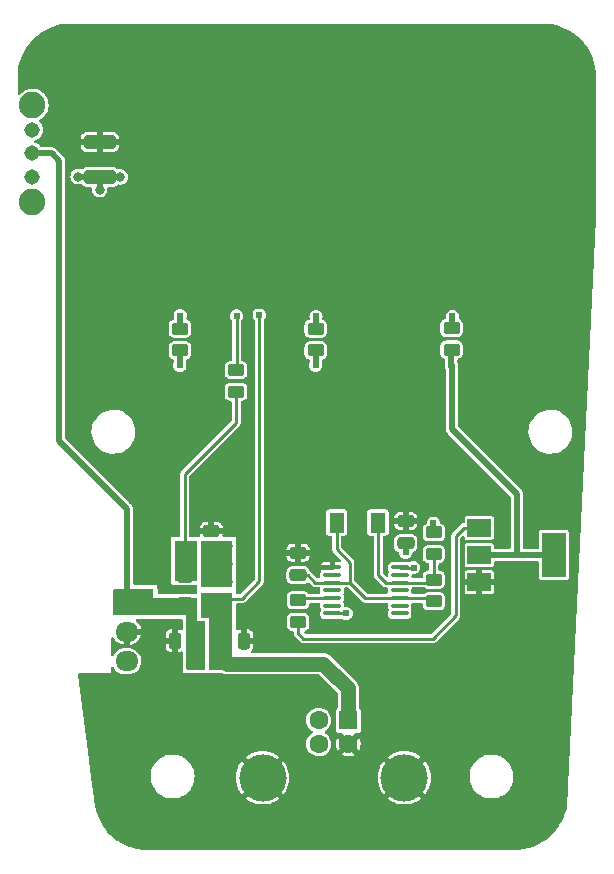
<source format=gbr>
%TF.GenerationSoftware,KiCad,Pcbnew,(6.0.0)*%
%TF.CreationDate,2022-11-21T18:04:57+01:00*%
%TF.ProjectId,fanali_coda_treno,66616e61-6c69-45f6-936f-64615f747265,rev?*%
%TF.SameCoordinates,Original*%
%TF.FileFunction,Copper,L1,Top*%
%TF.FilePolarity,Positive*%
%FSLAX46Y46*%
G04 Gerber Fmt 4.6, Leading zero omitted, Abs format (unit mm)*
G04 Created by KiCad (PCBNEW (6.0.0)) date 2022-11-21 18:04:57*
%MOMM*%
%LPD*%
G01*
G04 APERTURE LIST*
G04 Aperture macros list*
%AMRoundRect*
0 Rectangle with rounded corners*
0 $1 Rounding radius*
0 $2 $3 $4 $5 $6 $7 $8 $9 X,Y pos of 4 corners*
0 Add a 4 corners polygon primitive as box body*
4,1,4,$2,$3,$4,$5,$6,$7,$8,$9,$2,$3,0*
0 Add four circle primitives for the rounded corners*
1,1,$1+$1,$2,$3*
1,1,$1+$1,$4,$5*
1,1,$1+$1,$6,$7*
1,1,$1+$1,$8,$9*
0 Add four rect primitives between the rounded corners*
20,1,$1+$1,$2,$3,$4,$5,0*
20,1,$1+$1,$4,$5,$6,$7,0*
20,1,$1+$1,$6,$7,$8,$9,0*
20,1,$1+$1,$8,$9,$2,$3,0*%
G04 Aperture macros list end*
%TA.AperFunction,ComponentPad*%
%ADD10R,1.600000X1.600000*%
%TD*%
%TA.AperFunction,ComponentPad*%
%ADD11C,1.600000*%
%TD*%
%TA.AperFunction,ComponentPad*%
%ADD12C,4.000000*%
%TD*%
%TA.AperFunction,SMDPad,CuDef*%
%ADD13RoundRect,0.250000X-0.450000X0.262500X-0.450000X-0.262500X0.450000X-0.262500X0.450000X0.262500X0*%
%TD*%
%TA.AperFunction,SMDPad,CuDef*%
%ADD14RoundRect,0.250000X0.475000X-0.250000X0.475000X0.250000X-0.475000X0.250000X-0.475000X-0.250000X0*%
%TD*%
%TA.AperFunction,SMDPad,CuDef*%
%ADD15RoundRect,0.250000X1.100000X-0.325000X1.100000X0.325000X-1.100000X0.325000X-1.100000X-0.325000X0*%
%TD*%
%TA.AperFunction,SMDPad,CuDef*%
%ADD16RoundRect,0.250000X0.250000X0.475000X-0.250000X0.475000X-0.250000X-0.475000X0.250000X-0.475000X0*%
%TD*%
%TA.AperFunction,SMDPad,CuDef*%
%ADD17RoundRect,0.250000X-0.250000X-0.475000X0.250000X-0.475000X0.250000X0.475000X-0.250000X0.475000X0*%
%TD*%
%TA.AperFunction,SMDPad,CuDef*%
%ADD18RoundRect,0.100000X-0.637500X-0.100000X0.637500X-0.100000X0.637500X0.100000X-0.637500X0.100000X0*%
%TD*%
%TA.AperFunction,SMDPad,CuDef*%
%ADD19R,2.000000X1.500000*%
%TD*%
%TA.AperFunction,SMDPad,CuDef*%
%ADD20R,2.000000X3.800000*%
%TD*%
%TA.AperFunction,SMDPad,CuDef*%
%ADD21RoundRect,0.250000X0.450000X-0.262500X0.450000X0.262500X-0.450000X0.262500X-0.450000X-0.262500X0*%
%TD*%
%TA.AperFunction,SMDPad,CuDef*%
%ADD22R,1.300000X1.700000*%
%TD*%
%TA.AperFunction,SMDPad,CuDef*%
%ADD23RoundRect,0.150000X-0.512500X-0.150000X0.512500X-0.150000X0.512500X0.150000X-0.512500X0.150000X0*%
%TD*%
%TA.AperFunction,ComponentPad*%
%ADD24RoundRect,0.250000X-0.725000X0.600000X-0.725000X-0.600000X0.725000X-0.600000X0.725000X0.600000X0*%
%TD*%
%TA.AperFunction,ComponentPad*%
%ADD25O,1.950000X1.700000*%
%TD*%
%TA.AperFunction,ComponentPad*%
%ADD26C,1.308000*%
%TD*%
%TA.AperFunction,ComponentPad*%
%ADD27C,2.250000*%
%TD*%
%TA.AperFunction,ViaPad*%
%ADD28C,0.800000*%
%TD*%
%TA.AperFunction,ViaPad*%
%ADD29C,0.609600*%
%TD*%
%TA.AperFunction,Conductor*%
%ADD30C,0.254000*%
%TD*%
%TA.AperFunction,Conductor*%
%ADD31C,0.508000*%
%TD*%
%TA.AperFunction,Conductor*%
%ADD32C,0.250000*%
%TD*%
%TA.AperFunction,Conductor*%
%ADD33C,1.270000*%
%TD*%
G04 APERTURE END LIST*
D10*
%TO.P,J1,1,VBUS*%
%TO.N,VBUS*%
X32000000Y-66000000D03*
D11*
%TO.P,J1,2,D-*%
%TO.N,unconnected-(J1-Pad2)*%
X29500000Y-66000000D03*
%TO.P,J1,3,D+*%
%TO.N,unconnected-(J1-Pad3)*%
X29500000Y-68000000D03*
%TO.P,J1,4,GND*%
%TO.N,GND*%
X32000000Y-68000000D03*
D12*
%TO.P,J1,5,Shield*%
X24750000Y-70860000D03*
X36750000Y-70860000D03*
%TD*%
D13*
%TO.P,R4,1*%
%TO.N,Net-(D2-Pad1)*%
X29250000Y-32837500D03*
%TO.P,R4,2*%
%TO.N,Net-(Q1-Pad2)*%
X29250000Y-34662500D03*
%TD*%
D14*
%TO.P,C2,1*%
%TO.N,THR*%
X27750000Y-53700000D03*
%TO.P,C2,2*%
%TO.N,GND*%
X27750000Y-51800000D03*
%TD*%
D15*
%TO.P,C5,1*%
%TO.N,+BATT*%
X10960000Y-19985000D03*
%TO.P,C5,2*%
%TO.N,GND*%
X10960000Y-17035000D03*
%TD*%
D16*
%TO.P,C4,1*%
%TO.N,BTT*%
X19200000Y-59250000D03*
%TO.P,C4,2*%
%TO.N,GND*%
X17300000Y-59250000D03*
%TD*%
D13*
%TO.P,R7,1*%
%TO.N,Net-(D4-Pad1)*%
X40750000Y-32777500D03*
%TO.P,R7,2*%
%TO.N,Net-(Q1-Pad2)*%
X40750000Y-34602500D03*
%TD*%
D17*
%TO.P,C3,1*%
%TO.N,VBUS*%
X21300000Y-59250000D03*
%TO.P,C3,2*%
%TO.N,GND*%
X23200000Y-59250000D03*
%TD*%
D13*
%TO.P,R2,1*%
%TO.N,Net-(R2-Pad1)*%
X27750000Y-55837500D03*
%TO.P,R2,2*%
%TO.N,Net-(Q1-Pad1)*%
X27750000Y-57662500D03*
%TD*%
D18*
%TO.P,U1,1,GND*%
%TO.N,GND*%
X30637500Y-53050000D03*
%TO.P,U1,2,NC*%
%TO.N,unconnected-(U1-Pad2)*%
X30637500Y-53700000D03*
%TO.P,U1,3,TR*%
%TO.N,THR*%
X30637500Y-54350000D03*
%TO.P,U1,4,NC*%
%TO.N,unconnected-(U1-Pad4)*%
X30637500Y-55000000D03*
%TO.P,U1,5,OUT*%
%TO.N,Net-(R2-Pad1)*%
X30637500Y-55650000D03*
%TO.P,U1,6,NC*%
%TO.N,unconnected-(U1-Pad6)*%
X30637500Y-56300000D03*
%TO.P,U1,7,RESET*%
%TO.N,+BATT*%
X30637500Y-56950000D03*
%TO.P,U1,8,CONT*%
%TO.N,unconnected-(U1-Pad8)*%
X36362500Y-56950000D03*
%TO.P,U1,9,NC*%
%TO.N,unconnected-(U1-Pad9)*%
X36362500Y-56300000D03*
%TO.P,U1,10,THRES*%
%TO.N,THR*%
X36362500Y-55650000D03*
%TO.P,U1,11,NC*%
%TO.N,unconnected-(U1-Pad11)*%
X36362500Y-55000000D03*
%TO.P,U1,12,DISCH*%
%TO.N,Net-(D1-Pad2)*%
X36362500Y-54350000D03*
%TO.P,U1,13,NC*%
%TO.N,unconnected-(U1-Pad13)*%
X36362500Y-53700000D03*
%TO.P,U1,14,VDD*%
%TO.N,+BATT*%
X36362500Y-53050000D03*
%TD*%
D19*
%TO.P,Q1,1,G*%
%TO.N,Net-(Q1-Pad1)*%
X43100000Y-49700000D03*
%TO.P,Q1,2,D*%
%TO.N,Net-(Q1-Pad2)*%
X43100000Y-52000000D03*
%TO.P,Q1,3,S*%
%TO.N,GND*%
X43100000Y-54300000D03*
D20*
%TO.P,Q1,4,D*%
%TO.N,Net-(Q1-Pad2)*%
X49400000Y-52000000D03*
%TD*%
D21*
%TO.P,R3,1*%
%TO.N,THR*%
X39250000Y-55912500D03*
%TO.P,R3,2*%
%TO.N,Net-(D1-Pad2)*%
X39250000Y-54087500D03*
%TD*%
D22*
%TO.P,D1,1,K*%
%TO.N,THR*%
X31016000Y-49250000D03*
%TO.P,D1,2,A*%
%TO.N,Net-(D1-Pad2)*%
X34516000Y-49250000D03*
%TD*%
D23*
%TO.P,U2,1,STAT*%
%TO.N,CH*%
X18162500Y-54020000D03*
%TO.P,U2,2,VSS*%
%TO.N,GND*%
X18162500Y-54970000D03*
%TO.P,U2,3,VBAT*%
%TO.N,BTT*%
X18162500Y-55920000D03*
%TO.P,U2,4,VDD*%
%TO.N,VBUS*%
X20437500Y-55920000D03*
%TO.P,U2,5,PROG*%
%TO.N,PRG*%
X20437500Y-54020000D03*
%TD*%
D14*
%TO.P,C1,1*%
%TO.N,+BATT*%
X36860000Y-51010000D03*
%TO.P,C1,2*%
%TO.N,GND*%
X36860000Y-49110000D03*
%TD*%
D13*
%TO.P,R8,1*%
%TO.N,Net-(D5-Pad1)*%
X17750000Y-32837500D03*
%TO.P,R8,2*%
%TO.N,Net-(Q1-Pad2)*%
X17750000Y-34662500D03*
%TD*%
D21*
%TO.P,R5,1*%
%TO.N,PRG*%
X20410000Y-51780000D03*
%TO.P,R5,2*%
%TO.N,GND*%
X20410000Y-49955000D03*
%TD*%
%TO.P,R1,1*%
%TO.N,Net-(D1-Pad2)*%
X39250000Y-51912500D03*
%TO.P,R1,2*%
%TO.N,+BATT*%
X39250000Y-50087500D03*
%TD*%
D24*
%TO.P,J2,1,Pin_1*%
%TO.N,BTT*%
X13250000Y-56000000D03*
D25*
%TO.P,J2,2,Pin_2*%
%TO.N,GND*%
X13250000Y-58500000D03*
%TO.P,J2,3,Pin_3*%
%TO.N,unconnected-(J2-Pad3)*%
X13250000Y-61000000D03*
%TD*%
D13*
%TO.P,R6,1*%
%TO.N,Net-(D3-Pad1)*%
X22500000Y-36337500D03*
%TO.P,R6,2*%
%TO.N,CH*%
X22500000Y-38162500D03*
%TD*%
D26*
%TO.P,SW1,1,A*%
%TO.N,unconnected-(SW1-Pad1)*%
X5255750Y-16000000D03*
%TO.P,SW1,2,B*%
%TO.N,BTT*%
X5255750Y-18000000D03*
%TO.P,SW1,3,C*%
%TO.N,+BATT*%
X5255750Y-20000000D03*
D27*
%TO.P,SW1,G1*%
%TO.N,N/C*%
X5255750Y-13900000D03*
%TO.P,SW1,G2*%
X5255750Y-22100000D03*
%TD*%
D28*
%TO.N,CH*%
X18700000Y-51300000D03*
X17800000Y-51300000D03*
X18200000Y-52200000D03*
X17800000Y-53100000D03*
X18700000Y-53100000D03*
D29*
%TO.N,+BATT*%
X36860000Y-51780000D03*
D28*
X10950000Y-21070000D03*
X9130000Y-19970000D03*
D29*
X31820000Y-56950000D03*
X39200000Y-49300000D03*
D28*
X12700000Y-19990000D03*
D29*
X37530000Y-53060000D03*
D28*
%TO.N,GND*%
X16300000Y-54300000D03*
X17000000Y-54900000D03*
X16600000Y-51200000D03*
X14300000Y-54000000D03*
X14200000Y-51200000D03*
X15400000Y-52600000D03*
%TO.N,VBUS*%
X20700000Y-60800000D03*
X21800000Y-55700000D03*
D29*
X24460000Y-31690000D03*
D28*
X21700000Y-61200000D03*
X21600000Y-57700000D03*
X20700000Y-57100000D03*
%TO.N,BTT*%
X15000000Y-55500000D03*
X15000000Y-56500000D03*
X16500000Y-56500000D03*
X19200000Y-61000000D03*
X18800000Y-56900000D03*
D29*
%TO.N,Net-(D2-Pad1)*%
X29270000Y-31790000D03*
%TO.N,Net-(D3-Pad1)*%
X22550000Y-31760000D03*
%TO.N,Net-(Q1-Pad2)*%
X17740000Y-35930000D03*
X29240000Y-35930000D03*
X40740000Y-35930000D03*
D28*
%TO.N,PRG*%
X21800000Y-52800000D03*
X21800000Y-51200000D03*
X21800000Y-54300000D03*
X20400000Y-53000000D03*
D29*
%TO.N,Net-(D4-Pad1)*%
X40810000Y-31790000D03*
%TO.N,Net-(D5-Pad1)*%
X17770000Y-31740000D03*
%TD*%
D30*
%TO.N,CH*%
X18162500Y-50937500D02*
X17800000Y-51300000D01*
X22500000Y-38162500D02*
X22500000Y-40800000D01*
X22500000Y-40800000D02*
X18162500Y-45137500D01*
X18162500Y-45137500D02*
X18162500Y-50937500D01*
%TO.N,+BATT*%
X39250000Y-50087500D02*
X39250000Y-49350000D01*
D31*
X10960000Y-19985000D02*
X10960000Y-21060000D01*
D30*
X36372500Y-53060000D02*
X36362500Y-53050000D01*
X37530000Y-53060000D02*
X36372500Y-53060000D01*
X31820000Y-56950000D02*
X30637500Y-56950000D01*
D31*
X10960000Y-21060000D02*
X10950000Y-21070000D01*
X10960000Y-19985000D02*
X9145000Y-19985000D01*
D30*
X36860000Y-51010000D02*
X36860000Y-51780000D01*
D31*
X9145000Y-19985000D02*
X9130000Y-19970000D01*
D30*
X39250000Y-49350000D02*
X39200000Y-49300000D01*
D31*
X10960000Y-19985000D02*
X12695000Y-19985000D01*
X12695000Y-19985000D02*
X12700000Y-19990000D01*
D32*
%TO.N,THR*%
X31016000Y-51526000D02*
X32130000Y-52640000D01*
D30*
X36362500Y-55650000D02*
X38987500Y-55650000D01*
X30637500Y-54350000D02*
X32130000Y-54350000D01*
X30637500Y-54350000D02*
X29220000Y-54350000D01*
D32*
X36362500Y-55650000D02*
X33430000Y-55650000D01*
D30*
X29220000Y-54350000D02*
X28570000Y-53700000D01*
D32*
X33430000Y-55650000D02*
X32945000Y-55165000D01*
D30*
X28570000Y-53700000D02*
X27750000Y-53700000D01*
D32*
X32130000Y-54350000D02*
X32945000Y-55165000D01*
X31016000Y-49250000D02*
X31016000Y-51526000D01*
D30*
X38987500Y-55650000D02*
X39250000Y-55912500D01*
D32*
X32130000Y-52640000D02*
X32130000Y-54350000D01*
D30*
%TO.N,VBUS*%
X23000000Y-55700000D02*
X24460000Y-54240000D01*
X24460000Y-54240000D02*
X24460000Y-31690000D01*
D33*
X32000000Y-66000000D02*
X32000000Y-63300000D01*
X29900000Y-61200000D02*
X21700000Y-61200000D01*
X32000000Y-63300000D02*
X29900000Y-61200000D01*
D30*
X21800000Y-55700000D02*
X23000000Y-55700000D01*
D31*
%TO.N,BTT*%
X5255750Y-18000000D02*
X6900000Y-18000000D01*
X13250000Y-48110000D02*
X13250000Y-56000000D01*
X7520000Y-18620000D02*
X7520000Y-42380000D01*
X6900000Y-18000000D02*
X7520000Y-18620000D01*
X7520000Y-42380000D02*
X13250000Y-48110000D01*
%TO.N,Net-(D2-Pad1)*%
X29270000Y-32817500D02*
X29250000Y-32837500D01*
X29270000Y-31790000D02*
X29270000Y-32817500D01*
D30*
%TO.N,Net-(D3-Pad1)*%
X22550000Y-31760000D02*
X22550000Y-36287500D01*
X22550000Y-36287500D02*
X22500000Y-36337500D01*
%TO.N,Net-(Q1-Pad1)*%
X41120000Y-50360000D02*
X41780000Y-49700000D01*
X39170000Y-59070000D02*
X41120000Y-57120000D01*
X28210000Y-59070000D02*
X39170000Y-59070000D01*
X27750000Y-57662500D02*
X27750000Y-58610000D01*
X41780000Y-49700000D02*
X43100000Y-49700000D01*
X41120000Y-57120000D02*
X41120000Y-50360000D01*
X27750000Y-58610000D02*
X28210000Y-59070000D01*
D31*
%TO.N,Net-(Q1-Pad2)*%
X40740000Y-35930000D02*
X40740000Y-34612500D01*
X46260000Y-52000000D02*
X49400000Y-52000000D01*
X29240000Y-34672500D02*
X29250000Y-34662500D01*
X40750000Y-35940000D02*
X40740000Y-35930000D01*
X43100000Y-52000000D02*
X46260000Y-52000000D01*
X29240000Y-35930000D02*
X29240000Y-34672500D01*
X40740000Y-34612500D02*
X40750000Y-34602500D01*
X46260000Y-46820000D02*
X46260000Y-52000000D01*
X40750000Y-41310000D02*
X46260000Y-46820000D01*
X17750000Y-35920000D02*
X17740000Y-35930000D01*
X17750000Y-34662500D02*
X17750000Y-35920000D01*
X40750000Y-41310000D02*
X40750000Y-35940000D01*
D30*
%TO.N,Net-(R2-Pad1)*%
X27937500Y-55650000D02*
X27750000Y-55837500D01*
X30637500Y-55650000D02*
X27937500Y-55650000D01*
D32*
%TO.N,Net-(D1-Pad2)*%
X34544000Y-53724000D02*
X35170000Y-54350000D01*
X34516000Y-49250000D02*
X34544000Y-49278000D01*
D30*
X36362500Y-54350000D02*
X38987500Y-54350000D01*
D32*
X34544000Y-49278000D02*
X34544000Y-53724000D01*
X35170000Y-54350000D02*
X36362500Y-54350000D01*
D30*
X38987500Y-54350000D02*
X39250000Y-54087500D01*
X39250000Y-54087500D02*
X39250000Y-51912500D01*
D31*
%TO.N,Net-(D4-Pad1)*%
X40810000Y-31790000D02*
X40810000Y-32717500D01*
X40810000Y-32717500D02*
X40750000Y-32777500D01*
%TO.N,Net-(D5-Pad1)*%
X17770000Y-31740000D02*
X17770000Y-32817500D01*
X17770000Y-32817500D02*
X17750000Y-32837500D01*
%TD*%
%TA.AperFunction,Conductor*%
%TO.N,BTT*%
G36*
X15473138Y-54917593D02*
G01*
X15498858Y-54962142D01*
X15500000Y-54975200D01*
X15500000Y-55600000D01*
X19124800Y-55600000D01*
X19173138Y-55617593D01*
X19198858Y-55662142D01*
X19200000Y-55675200D01*
X19200000Y-57600000D01*
X19824800Y-57600000D01*
X19873138Y-57617593D01*
X19898858Y-57662142D01*
X19900000Y-57675200D01*
X19900000Y-61624800D01*
X19882407Y-61673138D01*
X19837858Y-61698858D01*
X19824800Y-61700000D01*
X18375200Y-61700000D01*
X18326862Y-61682407D01*
X18301142Y-61637858D01*
X18300000Y-61624800D01*
X18300000Y-57100000D01*
X12175200Y-57100000D01*
X12126862Y-57082407D01*
X12101142Y-57037858D01*
X12100000Y-57024800D01*
X12100000Y-54975200D01*
X12117593Y-54926862D01*
X12162142Y-54901142D01*
X12175200Y-54900000D01*
X15424800Y-54900000D01*
X15473138Y-54917593D01*
G37*
%TD.AperFunction*%
%TD*%
%TA.AperFunction,Conductor*%
%TO.N,PRG*%
G36*
X22173138Y-50817593D02*
G01*
X22198858Y-50862142D01*
X22200000Y-50875200D01*
X22200000Y-54624800D01*
X22182407Y-54673138D01*
X22137858Y-54698858D01*
X22124800Y-54700000D01*
X19575200Y-54700000D01*
X19526862Y-54682407D01*
X19501142Y-54637858D01*
X19500000Y-54624800D01*
X19500000Y-50875200D01*
X19517593Y-50826862D01*
X19562142Y-50801142D01*
X19575200Y-50800000D01*
X22124800Y-50800000D01*
X22173138Y-50817593D01*
G37*
%TD.AperFunction*%
%TD*%
%TA.AperFunction,Conductor*%
%TO.N,GND*%
G36*
X17000000Y-54500000D02*
G01*
X17502243Y-54500000D01*
X17535265Y-54507639D01*
X17547555Y-54513646D01*
X17570459Y-54516987D01*
X17613769Y-54523306D01*
X17613775Y-54523306D01*
X17616473Y-54523700D01*
X18160606Y-54523700D01*
X18708526Y-54523699D01*
X18732964Y-54520102D01*
X18772259Y-54514319D01*
X18772261Y-54514318D01*
X18778045Y-54513467D01*
X18789797Y-54507697D01*
X18822939Y-54500000D01*
X19124800Y-54500000D01*
X19173138Y-54517593D01*
X19198858Y-54562142D01*
X19200000Y-54575200D01*
X19200000Y-55224800D01*
X19182407Y-55273138D01*
X19137858Y-55298858D01*
X19124800Y-55300000D01*
X15966385Y-55300000D01*
X15918047Y-55282407D01*
X15891766Y-55234127D01*
X15801645Y-54513158D01*
X15801645Y-54513157D01*
X15800000Y-54500000D01*
X13875200Y-54500000D01*
X13826862Y-54482407D01*
X13801142Y-54437858D01*
X13800000Y-54424800D01*
X13800000Y-50100000D01*
X17000000Y-50100000D01*
X17000000Y-54500000D01*
G37*
%TD.AperFunction*%
%TD*%
%TA.AperFunction,Conductor*%
%TO.N,GND*%
G36*
X48470057Y-7009500D02*
G01*
X48484858Y-7011805D01*
X48484861Y-7011805D01*
X48493730Y-7013186D01*
X48514158Y-7010515D01*
X48535983Y-7009571D01*
X48886007Y-7024853D01*
X48896958Y-7025811D01*
X49274579Y-7075527D01*
X49285403Y-7077436D01*
X49657243Y-7159870D01*
X49667860Y-7162715D01*
X50031110Y-7277248D01*
X50041425Y-7281001D01*
X50393334Y-7426766D01*
X50403269Y-7431399D01*
X50741128Y-7607278D01*
X50750637Y-7612768D01*
X51071860Y-7817410D01*
X51080864Y-7823714D01*
X51383043Y-8055583D01*
X51391463Y-8062649D01*
X51672268Y-8319959D01*
X51680041Y-8327732D01*
X51937351Y-8608537D01*
X51944417Y-8616957D01*
X52176286Y-8919136D01*
X52182590Y-8928140D01*
X52387232Y-9249363D01*
X52392722Y-9258872D01*
X52568601Y-9596731D01*
X52573238Y-9606675D01*
X52718996Y-9958568D01*
X52722755Y-9968897D01*
X52837285Y-10332139D01*
X52840130Y-10342757D01*
X52922564Y-10714597D01*
X52924473Y-10725421D01*
X52974189Y-11103042D01*
X52975147Y-11113993D01*
X52990104Y-11456583D01*
X52988724Y-11481461D01*
X52986814Y-11493730D01*
X52988638Y-11507678D01*
X52990936Y-11525251D01*
X52992000Y-11541589D01*
X52992000Y-23154260D01*
X52991845Y-23160511D01*
X52975869Y-23482147D01*
X50497517Y-73376332D01*
X50495928Y-73408313D01*
X50491642Y-73435220D01*
X50396608Y-73783614D01*
X50393137Y-73794401D01*
X50252275Y-74172920D01*
X50247849Y-74183352D01*
X50073542Y-74547696D01*
X50068197Y-74557688D01*
X49879630Y-74875001D01*
X49861870Y-74904886D01*
X49855653Y-74914351D01*
X49618945Y-75241636D01*
X49611913Y-75250491D01*
X49450237Y-75436276D01*
X49346766Y-75555176D01*
X49338950Y-75563381D01*
X49047509Y-75843004D01*
X49039004Y-75850460D01*
X48723590Y-76102791D01*
X48714445Y-76109454D01*
X48377676Y-76332400D01*
X48367956Y-76338224D01*
X48012511Y-76530016D01*
X48002314Y-76534940D01*
X47631058Y-76694029D01*
X47620452Y-76698019D01*
X47236428Y-76823101D01*
X47225507Y-76826122D01*
X46831795Y-76916198D01*
X46820645Y-76918226D01*
X46420431Y-76972564D01*
X46409163Y-76973581D01*
X46195039Y-76983220D01*
X46043287Y-76990050D01*
X46018244Y-76988678D01*
X46016086Y-76988342D01*
X46015141Y-76988195D01*
X46015140Y-76988195D01*
X46006270Y-76986814D01*
X45997368Y-76987978D01*
X45997365Y-76987978D01*
X45978450Y-76990452D01*
X45974864Y-76990921D01*
X45974749Y-76990936D01*
X45958411Y-76992000D01*
X15049328Y-76992000D01*
X15029943Y-76990500D01*
X15015142Y-76988195D01*
X15015139Y-76988195D01*
X15006270Y-76986814D01*
X14997369Y-76987978D01*
X14997363Y-76987978D01*
X14985696Y-76989504D01*
X14963953Y-76990452D01*
X14620296Y-76975693D01*
X14609524Y-76974766D01*
X14237987Y-76926663D01*
X14227333Y-76924816D01*
X14090219Y-76894932D01*
X13861270Y-76845033D01*
X13850831Y-76842283D01*
X13492961Y-76731412D01*
X13482786Y-76727774D01*
X13405299Y-76696260D01*
X13135743Y-76586631D01*
X13125916Y-76582134D01*
X12792262Y-76411764D01*
X12782852Y-76406439D01*
X12465014Y-76208080D01*
X12456096Y-76201967D01*
X12156452Y-75977102D01*
X12148090Y-75970247D01*
X11868822Y-75720517D01*
X11861079Y-75712971D01*
X11604240Y-75440209D01*
X11597188Y-75432045D01*
X11364669Y-75138253D01*
X11358339Y-75129508D01*
X11151877Y-74816886D01*
X11146311Y-74807616D01*
X10967415Y-74478451D01*
X10962664Y-74468738D01*
X10812649Y-74125451D01*
X10808749Y-74115368D01*
X10688707Y-73760459D01*
X10685685Y-73750077D01*
X10605592Y-73423231D01*
X10602087Y-73398652D01*
X10601932Y-73395053D01*
X10601547Y-73386085D01*
X10598661Y-73377588D01*
X10598660Y-73377583D01*
X10598235Y-73376332D01*
X10592611Y-73352194D01*
X10497390Y-72626020D01*
X23349437Y-72626020D01*
X23355895Y-72635381D01*
X23371803Y-72649332D01*
X23378340Y-72654348D01*
X23617149Y-72813915D01*
X23624286Y-72818036D01*
X23881886Y-72945070D01*
X23889481Y-72948216D01*
X24161460Y-73040541D01*
X24169420Y-73042674D01*
X24451120Y-73098707D01*
X24459278Y-73099781D01*
X24745881Y-73118566D01*
X24754119Y-73118566D01*
X25040722Y-73099781D01*
X25048880Y-73098707D01*
X25330580Y-73042674D01*
X25338540Y-73040541D01*
X25610519Y-72948216D01*
X25618114Y-72945070D01*
X25875714Y-72818036D01*
X25882851Y-72813915D01*
X26121660Y-72654348D01*
X26128197Y-72649332D01*
X26142240Y-72637017D01*
X26149215Y-72626020D01*
X35349437Y-72626020D01*
X35355895Y-72635381D01*
X35371803Y-72649332D01*
X35378340Y-72654348D01*
X35617149Y-72813915D01*
X35624286Y-72818036D01*
X35881886Y-72945070D01*
X35889481Y-72948216D01*
X36161460Y-73040541D01*
X36169420Y-73042674D01*
X36451120Y-73098707D01*
X36459278Y-73099781D01*
X36745881Y-73118566D01*
X36754119Y-73118566D01*
X37040722Y-73099781D01*
X37048880Y-73098707D01*
X37330580Y-73042674D01*
X37338540Y-73040541D01*
X37610519Y-72948216D01*
X37618114Y-72945070D01*
X37875714Y-72818036D01*
X37882851Y-72813915D01*
X38121660Y-72654348D01*
X38128197Y-72649332D01*
X38142240Y-72637017D01*
X38150637Y-72623778D01*
X38144804Y-72614014D01*
X36762812Y-71232022D01*
X36748868Y-71224408D01*
X36747035Y-71224539D01*
X36740420Y-71228790D01*
X35356951Y-72612259D01*
X35349437Y-72626020D01*
X26149215Y-72626020D01*
X26150637Y-72623778D01*
X26144804Y-72614014D01*
X24762812Y-71232022D01*
X24748868Y-71224408D01*
X24747035Y-71224539D01*
X24740420Y-71228790D01*
X23356951Y-72612259D01*
X23349437Y-72626020D01*
X10497390Y-72626020D01*
X10256924Y-70792186D01*
X15271018Y-70792186D01*
X15296579Y-71060100D01*
X15297664Y-71064534D01*
X15297665Y-71064540D01*
X15339665Y-71236180D01*
X15360547Y-71321518D01*
X15461583Y-71570963D01*
X15597569Y-71803210D01*
X15600422Y-71806777D01*
X15749229Y-71992851D01*
X15765658Y-72013395D01*
X15962327Y-72197113D01*
X16183457Y-72350516D01*
X16424416Y-72470391D01*
X16428750Y-72471812D01*
X16428753Y-72471813D01*
X16675823Y-72552807D01*
X16675829Y-72552808D01*
X16680156Y-72554227D01*
X16684647Y-72555007D01*
X16684648Y-72555007D01*
X16941538Y-72599611D01*
X16941546Y-72599612D01*
X16945319Y-72600267D01*
X16949156Y-72600458D01*
X17028777Y-72604422D01*
X17028785Y-72604422D01*
X17030348Y-72604500D01*
X17198374Y-72604500D01*
X17200642Y-72604335D01*
X17200654Y-72604335D01*
X17331457Y-72594844D01*
X17398425Y-72589985D01*
X17402880Y-72589001D01*
X17402883Y-72589001D01*
X17656770Y-72532947D01*
X17656772Y-72532946D01*
X17661226Y-72531963D01*
X17912900Y-72436613D01*
X18148172Y-72305931D01*
X18294842Y-72193996D01*
X18358491Y-72145421D01*
X18358495Y-72145417D01*
X18362116Y-72142654D01*
X18550249Y-71950203D01*
X18657242Y-71803210D01*
X18705942Y-71736304D01*
X18705947Y-71736297D01*
X18708630Y-71732610D01*
X18833941Y-71494433D01*
X18923557Y-71240662D01*
X18948688Y-71113156D01*
X18974720Y-70981083D01*
X18974721Y-70981077D01*
X18975601Y-70976611D01*
X18975828Y-70972055D01*
X18981201Y-70864119D01*
X22491434Y-70864119D01*
X22510219Y-71150722D01*
X22511293Y-71158880D01*
X22567326Y-71440580D01*
X22569459Y-71448540D01*
X22661784Y-71720519D01*
X22664930Y-71728114D01*
X22791964Y-71985714D01*
X22796085Y-71992851D01*
X22955652Y-72231660D01*
X22960668Y-72238197D01*
X22972983Y-72252240D01*
X22986222Y-72260637D01*
X22995986Y-72254804D01*
X24377978Y-70872812D01*
X24384356Y-70861132D01*
X25114408Y-70861132D01*
X25114539Y-70862965D01*
X25118790Y-70869580D01*
X26502259Y-72253049D01*
X26516020Y-72260563D01*
X26525381Y-72254105D01*
X26539332Y-72238197D01*
X26544348Y-72231660D01*
X26703915Y-71992851D01*
X26708036Y-71985714D01*
X26835070Y-71728114D01*
X26838216Y-71720519D01*
X26930541Y-71448540D01*
X26932674Y-71440580D01*
X26988707Y-71158880D01*
X26989781Y-71150722D01*
X27008566Y-70864119D01*
X34491434Y-70864119D01*
X34510219Y-71150722D01*
X34511293Y-71158880D01*
X34567326Y-71440580D01*
X34569459Y-71448540D01*
X34661784Y-71720519D01*
X34664930Y-71728114D01*
X34791964Y-71985714D01*
X34796085Y-71992851D01*
X34955652Y-72231660D01*
X34960668Y-72238197D01*
X34972983Y-72252240D01*
X34986222Y-72260637D01*
X34995986Y-72254804D01*
X36377978Y-70872812D01*
X36384356Y-70861132D01*
X37114408Y-70861132D01*
X37114539Y-70862965D01*
X37118790Y-70869580D01*
X38502259Y-72253049D01*
X38516020Y-72260563D01*
X38525381Y-72254105D01*
X38539332Y-72238197D01*
X38544348Y-72231660D01*
X38703915Y-71992851D01*
X38708036Y-71985714D01*
X38835070Y-71728114D01*
X38838216Y-71720519D01*
X38930541Y-71448540D01*
X38932674Y-71440580D01*
X38988707Y-71158880D01*
X38989781Y-71150722D01*
X39008566Y-70864119D01*
X39008566Y-70855881D01*
X39004391Y-70792186D01*
X42271018Y-70792186D01*
X42296579Y-71060100D01*
X42297664Y-71064534D01*
X42297665Y-71064540D01*
X42339665Y-71236180D01*
X42360547Y-71321518D01*
X42461583Y-71570963D01*
X42597569Y-71803210D01*
X42600422Y-71806777D01*
X42749229Y-71992851D01*
X42765658Y-72013395D01*
X42962327Y-72197113D01*
X43183457Y-72350516D01*
X43424416Y-72470391D01*
X43428750Y-72471812D01*
X43428753Y-72471813D01*
X43675823Y-72552807D01*
X43675829Y-72552808D01*
X43680156Y-72554227D01*
X43684647Y-72555007D01*
X43684648Y-72555007D01*
X43941538Y-72599611D01*
X43941546Y-72599612D01*
X43945319Y-72600267D01*
X43949156Y-72600458D01*
X44028777Y-72604422D01*
X44028785Y-72604422D01*
X44030348Y-72604500D01*
X44198374Y-72604500D01*
X44200642Y-72604335D01*
X44200654Y-72604335D01*
X44331457Y-72594844D01*
X44398425Y-72589985D01*
X44402880Y-72589001D01*
X44402883Y-72589001D01*
X44656770Y-72532947D01*
X44656772Y-72532946D01*
X44661226Y-72531963D01*
X44912900Y-72436613D01*
X45148172Y-72305931D01*
X45294842Y-72193996D01*
X45358491Y-72145421D01*
X45358495Y-72145417D01*
X45362116Y-72142654D01*
X45550249Y-71950203D01*
X45657242Y-71803210D01*
X45705942Y-71736304D01*
X45705947Y-71736297D01*
X45708630Y-71732610D01*
X45833941Y-71494433D01*
X45923557Y-71240662D01*
X45948688Y-71113156D01*
X45974720Y-70981083D01*
X45974721Y-70981077D01*
X45975601Y-70976611D01*
X45975828Y-70972055D01*
X45988755Y-70712383D01*
X45988755Y-70712377D01*
X45988982Y-70707814D01*
X45963421Y-70439900D01*
X45922205Y-70271460D01*
X45900539Y-70182920D01*
X45899453Y-70178482D01*
X45798417Y-69929037D01*
X45662431Y-69696790D01*
X45494342Y-69486605D01*
X45297673Y-69302887D01*
X45076543Y-69149484D01*
X44835584Y-69029609D01*
X44831250Y-69028188D01*
X44831247Y-69028187D01*
X44584177Y-68947193D01*
X44584171Y-68947192D01*
X44579844Y-68945773D01*
X44575352Y-68944993D01*
X44318462Y-68900389D01*
X44318454Y-68900388D01*
X44314681Y-68899733D01*
X44304718Y-68899237D01*
X44231223Y-68895578D01*
X44231215Y-68895578D01*
X44229652Y-68895500D01*
X44061626Y-68895500D01*
X44059358Y-68895665D01*
X44059346Y-68895665D01*
X43928543Y-68905156D01*
X43861575Y-68910015D01*
X43857120Y-68910999D01*
X43857117Y-68910999D01*
X43603230Y-68967053D01*
X43603228Y-68967054D01*
X43598774Y-68968037D01*
X43347100Y-69063387D01*
X43343114Y-69065601D01*
X43343112Y-69065602D01*
X43308875Y-69084619D01*
X43111828Y-69194069D01*
X43108196Y-69196841D01*
X42901509Y-69354579D01*
X42901505Y-69354583D01*
X42897884Y-69357346D01*
X42709751Y-69549797D01*
X42707066Y-69553486D01*
X42554058Y-69763696D01*
X42554053Y-69763703D01*
X42551370Y-69767390D01*
X42426059Y-70005567D01*
X42336443Y-70259338D01*
X42335560Y-70263820D01*
X42289878Y-70495592D01*
X42284399Y-70523389D01*
X42284172Y-70527942D01*
X42284172Y-70527945D01*
X42274991Y-70712383D01*
X42271018Y-70792186D01*
X39004391Y-70792186D01*
X38989781Y-70569278D01*
X38988707Y-70561120D01*
X38932674Y-70279420D01*
X38930541Y-70271460D01*
X38838216Y-69999481D01*
X38835070Y-69991886D01*
X38708036Y-69734286D01*
X38703915Y-69727149D01*
X38544348Y-69488340D01*
X38539332Y-69481803D01*
X38527017Y-69467760D01*
X38513778Y-69459363D01*
X38504014Y-69465196D01*
X37122022Y-70847188D01*
X37114408Y-70861132D01*
X36384356Y-70861132D01*
X36385592Y-70858868D01*
X36385461Y-70857035D01*
X36381210Y-70850420D01*
X34997741Y-69466951D01*
X34983980Y-69459437D01*
X34974619Y-69465895D01*
X34960668Y-69481803D01*
X34955652Y-69488340D01*
X34796085Y-69727149D01*
X34791964Y-69734286D01*
X34664930Y-69991886D01*
X34661784Y-69999481D01*
X34569459Y-70271460D01*
X34567326Y-70279420D01*
X34511293Y-70561120D01*
X34510219Y-70569278D01*
X34491434Y-70855881D01*
X34491434Y-70864119D01*
X27008566Y-70864119D01*
X27008566Y-70855881D01*
X26989781Y-70569278D01*
X26988707Y-70561120D01*
X26932674Y-70279420D01*
X26930541Y-70271460D01*
X26838216Y-69999481D01*
X26835070Y-69991886D01*
X26708036Y-69734286D01*
X26703915Y-69727149D01*
X26544348Y-69488340D01*
X26539332Y-69481803D01*
X26527017Y-69467760D01*
X26513778Y-69459363D01*
X26504014Y-69465196D01*
X25122022Y-70847188D01*
X25114408Y-70861132D01*
X24384356Y-70861132D01*
X24385592Y-70858868D01*
X24385461Y-70857035D01*
X24381210Y-70850420D01*
X22997741Y-69466951D01*
X22983980Y-69459437D01*
X22974619Y-69465895D01*
X22960668Y-69481803D01*
X22955652Y-69488340D01*
X22796085Y-69727149D01*
X22791964Y-69734286D01*
X22664930Y-69991886D01*
X22661784Y-69999481D01*
X22569459Y-70271460D01*
X22567326Y-70279420D01*
X22511293Y-70561120D01*
X22510219Y-70569278D01*
X22491434Y-70855881D01*
X22491434Y-70864119D01*
X18981201Y-70864119D01*
X18988755Y-70712383D01*
X18988755Y-70712377D01*
X18988982Y-70707814D01*
X18963421Y-70439900D01*
X18922205Y-70271460D01*
X18900539Y-70182920D01*
X18899453Y-70178482D01*
X18798417Y-69929037D01*
X18662431Y-69696790D01*
X18494342Y-69486605D01*
X18297673Y-69302887D01*
X18076543Y-69149484D01*
X17969482Y-69096222D01*
X23349363Y-69096222D01*
X23355196Y-69105986D01*
X24737188Y-70487978D01*
X24751132Y-70495592D01*
X24752965Y-70495461D01*
X24759580Y-70491210D01*
X26143049Y-69107741D01*
X26149339Y-69096222D01*
X35349363Y-69096222D01*
X35355196Y-69105986D01*
X36737188Y-70487978D01*
X36751132Y-70495592D01*
X36752965Y-70495461D01*
X36759580Y-70491210D01*
X38143049Y-69107741D01*
X38150563Y-69093980D01*
X38144105Y-69084619D01*
X38128197Y-69070668D01*
X38121660Y-69065652D01*
X37882851Y-68906085D01*
X37875714Y-68901964D01*
X37618114Y-68774930D01*
X37610519Y-68771784D01*
X37338540Y-68679459D01*
X37330580Y-68677326D01*
X37048880Y-68621293D01*
X37040722Y-68620219D01*
X36754119Y-68601434D01*
X36745881Y-68601434D01*
X36459278Y-68620219D01*
X36451120Y-68621293D01*
X36169420Y-68677326D01*
X36161460Y-68679459D01*
X35889481Y-68771784D01*
X35881886Y-68774930D01*
X35624286Y-68901964D01*
X35617149Y-68906085D01*
X35378340Y-69065652D01*
X35371803Y-69070668D01*
X35357760Y-69082983D01*
X35349363Y-69096222D01*
X26149339Y-69096222D01*
X26150563Y-69093980D01*
X26144105Y-69084619D01*
X26128197Y-69070668D01*
X26121660Y-69065652D01*
X25882851Y-68906085D01*
X25875714Y-68901964D01*
X25618114Y-68774930D01*
X25610519Y-68771784D01*
X25338540Y-68679459D01*
X25330580Y-68677326D01*
X25048880Y-68621293D01*
X25040722Y-68620219D01*
X24754119Y-68601434D01*
X24745881Y-68601434D01*
X24459278Y-68620219D01*
X24451120Y-68621293D01*
X24169420Y-68677326D01*
X24161460Y-68679459D01*
X23889481Y-68771784D01*
X23881886Y-68774930D01*
X23624286Y-68901964D01*
X23617149Y-68906085D01*
X23378340Y-69065652D01*
X23371803Y-69070668D01*
X23357760Y-69082983D01*
X23349363Y-69096222D01*
X17969482Y-69096222D01*
X17835584Y-69029609D01*
X17831250Y-69028188D01*
X17831247Y-69028187D01*
X17584177Y-68947193D01*
X17584171Y-68947192D01*
X17579844Y-68945773D01*
X17575352Y-68944993D01*
X17318462Y-68900389D01*
X17318454Y-68900388D01*
X17314681Y-68899733D01*
X17304718Y-68899237D01*
X17231223Y-68895578D01*
X17231215Y-68895578D01*
X17229652Y-68895500D01*
X17061626Y-68895500D01*
X17059358Y-68895665D01*
X17059346Y-68895665D01*
X16928543Y-68905156D01*
X16861575Y-68910015D01*
X16857120Y-68910999D01*
X16857117Y-68910999D01*
X16603230Y-68967053D01*
X16603228Y-68967054D01*
X16598774Y-68968037D01*
X16347100Y-69063387D01*
X16343114Y-69065601D01*
X16343112Y-69065602D01*
X16308875Y-69084619D01*
X16111828Y-69194069D01*
X16108196Y-69196841D01*
X15901509Y-69354579D01*
X15901505Y-69354583D01*
X15897884Y-69357346D01*
X15709751Y-69549797D01*
X15707066Y-69553486D01*
X15554058Y-69763696D01*
X15554053Y-69763703D01*
X15551370Y-69767390D01*
X15426059Y-70005567D01*
X15336443Y-70259338D01*
X15335560Y-70263820D01*
X15289878Y-70495592D01*
X15284399Y-70523389D01*
X15284172Y-70527942D01*
X15284172Y-70527945D01*
X15274991Y-70712383D01*
X15271018Y-70792186D01*
X10256924Y-70792186D01*
X9888852Y-67985206D01*
X28440501Y-67985206D01*
X28457806Y-68191278D01*
X28514807Y-68390066D01*
X28517625Y-68395548D01*
X28517626Y-68395552D01*
X28606514Y-68568509D01*
X28606517Y-68568513D01*
X28609334Y-68573995D01*
X28737786Y-68736061D01*
X28895271Y-68870091D01*
X29075789Y-68970980D01*
X29272466Y-69034884D01*
X29477809Y-69059370D01*
X29483944Y-69058898D01*
X29483946Y-69058898D01*
X29677856Y-69043977D01*
X29677860Y-69043976D01*
X29683998Y-69043504D01*
X29883178Y-68987892D01*
X29888682Y-68985112D01*
X29888684Y-68985111D01*
X30051360Y-68902938D01*
X31461892Y-68902938D01*
X31466801Y-68909496D01*
X31570612Y-68967514D01*
X31581851Y-68972424D01*
X31766715Y-69032490D01*
X31778689Y-69035123D01*
X31971708Y-69058139D01*
X31983957Y-69058396D01*
X32177769Y-69043483D01*
X32189849Y-69041352D01*
X32377061Y-68989081D01*
X32388494Y-68984647D01*
X32529749Y-68913294D01*
X32540033Y-68903649D01*
X32537795Y-68897005D01*
X32012812Y-68372022D01*
X31998868Y-68364408D01*
X31997035Y-68364539D01*
X31990420Y-68368790D01*
X31468652Y-68890558D01*
X31461892Y-68902938D01*
X30051360Y-68902938D01*
X30062262Y-68897431D01*
X30062264Y-68897430D01*
X30067763Y-68894652D01*
X30230722Y-68767334D01*
X30234748Y-68762670D01*
X30234751Y-68762667D01*
X30361819Y-68615457D01*
X30361820Y-68615455D01*
X30365848Y-68610789D01*
X30467995Y-68430979D01*
X30533270Y-68234753D01*
X30559189Y-68029586D01*
X30559602Y-68000000D01*
X30558755Y-67991357D01*
X30941519Y-67991357D01*
X30957783Y-68185049D01*
X30959997Y-68197108D01*
X31013576Y-68383961D01*
X31018089Y-68395358D01*
X31086984Y-68529414D01*
X31096701Y-68539632D01*
X31103502Y-68537288D01*
X31627978Y-68012812D01*
X31634356Y-68001132D01*
X32364408Y-68001132D01*
X32364539Y-68002965D01*
X32368790Y-68009580D01*
X32890401Y-68531191D01*
X32902781Y-68537951D01*
X32909515Y-68532910D01*
X32964490Y-68436138D01*
X32969483Y-68424922D01*
X33030834Y-68240494D01*
X33033554Y-68228523D01*
X33058244Y-68033075D01*
X33058736Y-68026048D01*
X33059051Y-68003523D01*
X33058756Y-67996494D01*
X33039531Y-67800419D01*
X33037148Y-67788384D01*
X32980968Y-67602308D01*
X32976294Y-67590967D01*
X32912577Y-67471133D01*
X32902717Y-67461052D01*
X32895589Y-67463621D01*
X32372022Y-67987188D01*
X32364408Y-68001132D01*
X31634356Y-68001132D01*
X31635592Y-67998868D01*
X31635461Y-67997035D01*
X31631210Y-67990420D01*
X31109247Y-67468457D01*
X31096867Y-67461697D01*
X31090479Y-67466479D01*
X31029510Y-67577381D01*
X31024682Y-67588645D01*
X30965906Y-67773931D01*
X30963358Y-67785920D01*
X30941690Y-67979088D01*
X30941519Y-67991357D01*
X30558755Y-67991357D01*
X30539422Y-67794189D01*
X30479651Y-67596217D01*
X30410668Y-67466479D01*
X30385459Y-67419067D01*
X30385457Y-67419064D01*
X30382565Y-67413625D01*
X30378674Y-67408855D01*
X30378672Y-67408851D01*
X30255758Y-67258143D01*
X30255755Y-67258140D01*
X30251863Y-67253368D01*
X30244966Y-67247662D01*
X30097271Y-67125478D01*
X30097266Y-67125475D01*
X30092522Y-67121550D01*
X30074410Y-67111757D01*
X30024001Y-67061763D01*
X30008623Y-66992451D01*
X30033159Y-66925829D01*
X30065433Y-66895829D01*
X30067763Y-66894652D01*
X30230722Y-66767334D01*
X30234748Y-66762670D01*
X30234751Y-66762667D01*
X30361819Y-66615457D01*
X30361820Y-66615455D01*
X30365848Y-66610789D01*
X30467995Y-66430979D01*
X30533270Y-66234753D01*
X30559189Y-66029586D01*
X30559602Y-66000000D01*
X30539422Y-65794189D01*
X30479651Y-65596217D01*
X30382565Y-65413625D01*
X30378674Y-65408855D01*
X30378672Y-65408851D01*
X30255758Y-65258143D01*
X30255755Y-65258140D01*
X30251863Y-65253368D01*
X30244966Y-65247662D01*
X30097271Y-65125478D01*
X30097266Y-65125475D01*
X30092522Y-65121550D01*
X30087103Y-65118620D01*
X30087100Y-65118618D01*
X29916032Y-65026122D01*
X29916027Y-65026120D01*
X29910612Y-65023192D01*
X29713063Y-64962040D01*
X29706938Y-64961396D01*
X29706937Y-64961396D01*
X29513526Y-64941068D01*
X29513524Y-64941068D01*
X29507397Y-64940424D01*
X29381229Y-64951906D01*
X29307591Y-64958607D01*
X29307590Y-64958607D01*
X29301450Y-64959166D01*
X29103066Y-65017554D01*
X29097601Y-65020411D01*
X28925261Y-65110508D01*
X28925257Y-65110511D01*
X28919801Y-65113363D01*
X28758635Y-65242943D01*
X28625708Y-65401360D01*
X28526082Y-65582578D01*
X28463553Y-65779696D01*
X28440501Y-65985206D01*
X28457806Y-66191278D01*
X28514807Y-66390066D01*
X28517625Y-66395548D01*
X28517626Y-66395552D01*
X28606514Y-66568509D01*
X28606517Y-66568513D01*
X28609334Y-66573995D01*
X28737786Y-66736061D01*
X28742479Y-66740055D01*
X28742480Y-66740056D01*
X28835095Y-66818877D01*
X28895271Y-66870091D01*
X28900647Y-66873095D01*
X28900649Y-66873097D01*
X28928612Y-66888725D01*
X28978318Y-66939419D01*
X28992725Y-67008939D01*
X28967261Y-67075211D01*
X28930043Y-67106562D01*
X28930418Y-67107134D01*
X28925695Y-67110225D01*
X28925520Y-67110372D01*
X28925270Y-67110503D01*
X28925263Y-67110507D01*
X28919801Y-67113363D01*
X28758635Y-67242943D01*
X28625708Y-67401360D01*
X28526082Y-67582578D01*
X28463553Y-67779696D01*
X28462867Y-67785813D01*
X28462866Y-67785817D01*
X28441188Y-67979081D01*
X28440501Y-67985206D01*
X9888852Y-67985206D01*
X9122697Y-62142382D01*
X9133673Y-62072239D01*
X9180829Y-62019164D01*
X9247628Y-62000000D01*
X11900000Y-62000000D01*
X11900000Y-61555846D01*
X11920002Y-61487725D01*
X11973658Y-61441232D01*
X12043932Y-61431128D01*
X12108512Y-61460622D01*
X12140700Y-61503693D01*
X12163157Y-61553084D01*
X12285096Y-61724986D01*
X12437340Y-61870728D01*
X12442375Y-61873979D01*
X12609360Y-61981800D01*
X12609363Y-61981801D01*
X12614397Y-61985052D01*
X12809878Y-62063834D01*
X12932688Y-62087817D01*
X13012283Y-62103361D01*
X13012286Y-62103361D01*
X13016729Y-62104229D01*
X13022270Y-62104500D01*
X13427659Y-62104500D01*
X13584806Y-62089507D01*
X13641704Y-62072815D01*
X13781278Y-62031868D01*
X13787042Y-62030177D01*
X13870304Y-61987294D01*
X13969079Y-61936422D01*
X13969082Y-61936420D01*
X13974410Y-61933676D01*
X14050408Y-61873979D01*
X14135432Y-61807192D01*
X14135436Y-61807188D01*
X14140149Y-61803486D01*
X14204674Y-61729128D01*
X14274350Y-61648835D01*
X14274354Y-61648830D01*
X14278281Y-61644304D01*
X14383819Y-61461874D01*
X14452957Y-61262778D01*
X14483199Y-61054200D01*
X14473455Y-60843667D01*
X14461268Y-60793096D01*
X14425482Y-60644607D01*
X14425481Y-60644605D01*
X14424076Y-60638774D01*
X14415782Y-60620531D01*
X14340382Y-60454700D01*
X14336843Y-60446916D01*
X14214904Y-60275014D01*
X14062660Y-60129272D01*
X14035971Y-60112039D01*
X13890640Y-60018200D01*
X13890637Y-60018199D01*
X13885603Y-60014948D01*
X13690122Y-59936166D01*
X13555739Y-59909923D01*
X13487717Y-59896639D01*
X13487714Y-59896639D01*
X13483271Y-59895771D01*
X13477730Y-59895500D01*
X13072341Y-59895500D01*
X12915194Y-59910493D01*
X12712958Y-59969823D01*
X12707619Y-59972573D01*
X12530921Y-60063578D01*
X12530918Y-60063580D01*
X12525590Y-60066324D01*
X12520875Y-60070028D01*
X12364568Y-60192808D01*
X12364564Y-60192812D01*
X12359851Y-60196514D01*
X12355920Y-60201044D01*
X12355919Y-60201045D01*
X12225650Y-60351165D01*
X12225646Y-60351170D01*
X12221719Y-60355696D01*
X12186615Y-60416376D01*
X12135064Y-60505485D01*
X12083639Y-60554434D01*
X12013914Y-60567809D01*
X11948026Y-60541365D01*
X11906894Y-60483497D01*
X11900000Y-60442390D01*
X11900000Y-59769292D01*
X16546001Y-59769292D01*
X16546370Y-59776110D01*
X16551841Y-59826482D01*
X16555470Y-59841741D01*
X16600222Y-59961118D01*
X16608754Y-59976704D01*
X16684572Y-60077867D01*
X16697133Y-60090428D01*
X16798296Y-60166246D01*
X16813882Y-60174778D01*
X16933265Y-60219533D01*
X16948510Y-60223158D01*
X16998892Y-60228631D01*
X17005706Y-60229000D01*
X17027885Y-60229000D01*
X17043124Y-60224525D01*
X17044329Y-60223135D01*
X17046000Y-60215452D01*
X17046000Y-59522115D01*
X17041525Y-59506876D01*
X17040135Y-59505671D01*
X17032452Y-59504000D01*
X16564116Y-59504000D01*
X16548877Y-59508475D01*
X16547672Y-59509865D01*
X16546001Y-59517548D01*
X16546001Y-59769292D01*
X11900000Y-59769292D01*
X11900000Y-59054639D01*
X11920002Y-58986518D01*
X11973658Y-58940025D01*
X12043932Y-58929921D01*
X12108512Y-58959415D01*
X12140701Y-59002488D01*
X12161112Y-59047379D01*
X12167059Y-59057721D01*
X12282010Y-59219772D01*
X12289803Y-59228800D01*
X12433321Y-59366189D01*
X12442686Y-59373585D01*
X12609590Y-59481354D01*
X12620194Y-59486850D01*
X12804452Y-59561108D01*
X12815911Y-59564502D01*
X12978218Y-59596198D01*
X12991168Y-59594994D01*
X12996000Y-59579943D01*
X12996000Y-59578599D01*
X13504000Y-59578599D01*
X13508251Y-59593077D01*
X13520512Y-59595139D01*
X13578735Y-59589584D01*
X13590471Y-59587324D01*
X13781091Y-59531402D01*
X13792194Y-59526961D01*
X13968807Y-59436000D01*
X13978853Y-59429550D01*
X14135086Y-59306829D01*
X14143735Y-59298592D01*
X14273940Y-59148543D01*
X14280877Y-59138817D01*
X14373979Y-58977885D01*
X16546000Y-58977885D01*
X16550475Y-58993124D01*
X16551865Y-58994329D01*
X16559548Y-58996000D01*
X17027885Y-58996000D01*
X17043124Y-58991525D01*
X17044329Y-58990135D01*
X17046000Y-58982452D01*
X17046000Y-58289116D01*
X17041525Y-58273877D01*
X17040135Y-58272672D01*
X17032452Y-58271001D01*
X17005708Y-58271001D01*
X16998890Y-58271370D01*
X16948518Y-58276841D01*
X16933259Y-58280470D01*
X16813882Y-58325222D01*
X16798296Y-58333754D01*
X16697133Y-58409572D01*
X16684572Y-58422133D01*
X16608754Y-58523296D01*
X16600222Y-58538882D01*
X16555467Y-58658265D01*
X16551842Y-58673510D01*
X16546369Y-58723892D01*
X16546000Y-58730706D01*
X16546000Y-58977885D01*
X14373979Y-58977885D01*
X14380357Y-58966861D01*
X14385331Y-58955997D01*
X14450503Y-58768322D01*
X14450571Y-58768043D01*
X14449138Y-58757993D01*
X14435569Y-58754000D01*
X13522115Y-58754000D01*
X13506876Y-58758475D01*
X13505671Y-58759865D01*
X13504000Y-58767548D01*
X13504000Y-59578599D01*
X12996000Y-59578599D01*
X12996000Y-58372000D01*
X13016002Y-58303879D01*
X13069658Y-58257386D01*
X13122000Y-58246000D01*
X14431288Y-58246000D01*
X14444819Y-58242027D01*
X14446174Y-58232601D01*
X14425007Y-58144771D01*
X14421118Y-58133476D01*
X14338888Y-57952621D01*
X14332941Y-57942279D01*
X14217990Y-57780228D01*
X14210197Y-57771200D01*
X14066677Y-57633810D01*
X14055372Y-57624881D01*
X14014310Y-57566964D01*
X14011078Y-57496041D01*
X14046704Y-57434630D01*
X14109875Y-57402228D01*
X14133465Y-57400000D01*
X17874000Y-57400000D01*
X17942121Y-57420002D01*
X17988614Y-57473658D01*
X18000000Y-57526000D01*
X18000000Y-58230479D01*
X17979998Y-58298600D01*
X17926342Y-58345093D01*
X17856068Y-58355197D01*
X17810535Y-58336320D01*
X17809579Y-58338066D01*
X17786118Y-58325222D01*
X17666735Y-58280467D01*
X17651490Y-58276842D01*
X17601108Y-58271369D01*
X17594294Y-58271000D01*
X17572115Y-58271000D01*
X17556876Y-58275475D01*
X17555671Y-58276865D01*
X17554000Y-58284548D01*
X17554000Y-60210884D01*
X17558475Y-60226123D01*
X17559865Y-60227328D01*
X17567548Y-60228999D01*
X17594292Y-60228999D01*
X17601110Y-60228630D01*
X17651482Y-60223159D01*
X17666741Y-60219530D01*
X17786118Y-60174778D01*
X17809579Y-60161934D01*
X17810760Y-60164091D01*
X17864934Y-60143848D01*
X17934317Y-60158896D01*
X17984550Y-60209067D01*
X18000000Y-60269521D01*
X18000000Y-62000000D01*
X21272879Y-62000000D01*
X21323376Y-62013531D01*
X21324464Y-62011087D01*
X21330492Y-62013771D01*
X21336215Y-62017075D01*
X21368075Y-62027427D01*
X21507765Y-62072815D01*
X21507766Y-62072815D01*
X21514044Y-62074855D01*
X21520607Y-62075545D01*
X21520608Y-62075545D01*
X21543197Y-62077919D01*
X21653380Y-62089500D01*
X29479367Y-62089500D01*
X29547488Y-62109502D01*
X29568462Y-62126405D01*
X31073595Y-63631538D01*
X31107621Y-63693850D01*
X31110500Y-63720633D01*
X31110500Y-64886369D01*
X31090498Y-64954490D01*
X31054503Y-64991133D01*
X31026833Y-65009622D01*
X31016516Y-65016516D01*
X30960266Y-65100699D01*
X30945500Y-65174933D01*
X30945501Y-66825066D01*
X30960266Y-66899301D01*
X30967161Y-66909620D01*
X30967162Y-66909622D01*
X30987072Y-66939419D01*
X31016516Y-66983484D01*
X31100699Y-67039734D01*
X31174933Y-67054500D01*
X31362148Y-67054500D01*
X31430269Y-67074502D01*
X31454634Y-67095808D01*
X31454826Y-67095616D01*
X31457689Y-67098479D01*
X31458111Y-67098848D01*
X31458413Y-67099203D01*
X31987188Y-67627978D01*
X32001132Y-67635592D01*
X32002965Y-67635461D01*
X32009580Y-67631210D01*
X32544589Y-67096201D01*
X32547109Y-67098721D01*
X32575911Y-67069915D01*
X32636303Y-67054499D01*
X32825066Y-67054499D01*
X32860818Y-67047388D01*
X32887126Y-67042156D01*
X32887128Y-67042155D01*
X32899301Y-67039734D01*
X32909621Y-67032839D01*
X32909622Y-67032838D01*
X32973168Y-66990377D01*
X32983484Y-66983484D01*
X33039734Y-66899301D01*
X33054500Y-66825067D01*
X33054499Y-65174934D01*
X33047388Y-65139182D01*
X33042156Y-65112874D01*
X33042155Y-65112872D01*
X33039734Y-65100699D01*
X32983484Y-65016516D01*
X32973167Y-65009622D01*
X32945497Y-64991133D01*
X32899970Y-64936656D01*
X32889500Y-64886369D01*
X32889500Y-63379924D01*
X32891051Y-63360213D01*
X32892142Y-63353326D01*
X32892142Y-63353324D01*
X32893174Y-63346809D01*
X32889673Y-63280007D01*
X32889500Y-63273413D01*
X32889500Y-63253380D01*
X32887406Y-63233455D01*
X32886889Y-63226881D01*
X32883734Y-63166680D01*
X32883734Y-63166677D01*
X32883388Y-63160084D01*
X32879876Y-63146976D01*
X32876275Y-63127543D01*
X32875547Y-63120618D01*
X32875545Y-63120609D01*
X32874855Y-63114044D01*
X32854180Y-63050412D01*
X32852311Y-63044104D01*
X32836702Y-62985851D01*
X32834994Y-62979475D01*
X32831998Y-62973595D01*
X32831996Y-62973590D01*
X32828834Y-62967385D01*
X32821269Y-62949121D01*
X32819119Y-62942504D01*
X32819117Y-62942499D01*
X32817075Y-62936215D01*
X32783624Y-62878276D01*
X32780478Y-62872481D01*
X32753106Y-62818762D01*
X32753104Y-62818759D01*
X32750106Y-62812875D01*
X32745948Y-62807740D01*
X32741567Y-62802329D01*
X32730372Y-62786041D01*
X32723585Y-62774285D01*
X32678827Y-62724576D01*
X32674543Y-62719561D01*
X32664012Y-62706557D01*
X32661936Y-62703993D01*
X32647790Y-62689847D01*
X32643249Y-62685063D01*
X32602885Y-62640234D01*
X32602883Y-62640233D01*
X32598470Y-62635331D01*
X32587482Y-62627348D01*
X32572454Y-62614511D01*
X30585489Y-60627546D01*
X30572652Y-60612518D01*
X30564669Y-60601530D01*
X30514937Y-60556751D01*
X30510153Y-60552210D01*
X30496006Y-60538063D01*
X30480446Y-60525463D01*
X30475425Y-60521175D01*
X30430619Y-60480830D01*
X30430615Y-60480827D01*
X30425715Y-60476415D01*
X30420005Y-60473119D01*
X30420002Y-60473116D01*
X30413955Y-60469625D01*
X30397670Y-60458432D01*
X30393061Y-60454700D01*
X30387125Y-60449893D01*
X30327520Y-60419523D01*
X30321724Y-60416376D01*
X30315975Y-60413057D01*
X30263785Y-60382925D01*
X30250875Y-60378730D01*
X30232616Y-60371167D01*
X30220524Y-60365006D01*
X30155906Y-60347691D01*
X30149582Y-60345818D01*
X30140981Y-60343023D01*
X30085956Y-60325145D01*
X30079389Y-60324455D01*
X30079385Y-60324454D01*
X30073712Y-60323858D01*
X30072470Y-60323728D01*
X30053028Y-60320125D01*
X30039915Y-60316611D01*
X30033318Y-60316265D01*
X30033316Y-60316265D01*
X29973113Y-60313110D01*
X29966539Y-60312593D01*
X29949895Y-60310844D01*
X29949891Y-60310844D01*
X29946620Y-60310500D01*
X29926593Y-60310500D01*
X29919999Y-60310327D01*
X29859782Y-60307171D01*
X29859778Y-60307171D01*
X29853190Y-60306826D01*
X29846675Y-60307858D01*
X29846673Y-60307858D01*
X29839786Y-60308949D01*
X29820075Y-60310500D01*
X23886985Y-60310500D01*
X23818864Y-60290498D01*
X23772371Y-60236842D01*
X23762267Y-60166568D01*
X23791761Y-60101988D01*
X23797890Y-60095405D01*
X23815428Y-60077867D01*
X23891246Y-59976704D01*
X23899778Y-59961118D01*
X23944533Y-59841735D01*
X23948158Y-59826490D01*
X23953631Y-59776108D01*
X23954000Y-59769294D01*
X23954000Y-59522115D01*
X23949525Y-59506876D01*
X23948135Y-59505671D01*
X23940452Y-59504000D01*
X23072000Y-59504000D01*
X23003879Y-59483998D01*
X22957386Y-59430342D01*
X22946000Y-59378000D01*
X22946000Y-58977885D01*
X23454000Y-58977885D01*
X23458475Y-58993124D01*
X23459865Y-58994329D01*
X23467548Y-58996000D01*
X23935884Y-58996000D01*
X23951123Y-58991525D01*
X23952328Y-58990135D01*
X23953999Y-58982452D01*
X23953999Y-58730708D01*
X23953630Y-58723890D01*
X23948159Y-58673518D01*
X23944530Y-58658259D01*
X23899778Y-58538882D01*
X23891246Y-58523296D01*
X23815428Y-58422133D01*
X23802867Y-58409572D01*
X23701704Y-58333754D01*
X23686118Y-58325222D01*
X23566735Y-58280467D01*
X23551490Y-58276842D01*
X23501108Y-58271369D01*
X23494294Y-58271000D01*
X23472115Y-58271000D01*
X23456876Y-58275475D01*
X23455671Y-58276865D01*
X23454000Y-58284548D01*
X23454000Y-58977885D01*
X22946000Y-58977885D01*
X22946000Y-58289116D01*
X22941525Y-58273877D01*
X22940135Y-58272672D01*
X22932452Y-58271001D01*
X22905708Y-58271001D01*
X22898890Y-58271370D01*
X22848518Y-58276841D01*
X22833259Y-58280470D01*
X22713882Y-58325222D01*
X22690421Y-58338066D01*
X22689240Y-58335909D01*
X22635066Y-58356152D01*
X22565683Y-58341104D01*
X22515450Y-58290933D01*
X22500000Y-58230479D01*
X22500000Y-57972756D01*
X26795500Y-57972756D01*
X26802202Y-58034448D01*
X26852929Y-58169764D01*
X26858309Y-58176943D01*
X26858311Y-58176946D01*
X26903633Y-58237419D01*
X26939596Y-58285404D01*
X26946776Y-58290785D01*
X27048054Y-58366689D01*
X27048057Y-58366691D01*
X27055236Y-58372071D01*
X27144954Y-58405704D01*
X27183157Y-58420026D01*
X27183159Y-58420026D01*
X27190552Y-58422798D01*
X27198402Y-58423651D01*
X27198403Y-58423651D01*
X27206404Y-58424520D01*
X27249405Y-58429192D01*
X27249406Y-58429192D01*
X27252244Y-58429500D01*
X27252171Y-58430169D01*
X27316246Y-58452808D01*
X27359773Y-58508896D01*
X27368500Y-58554972D01*
X27368500Y-58555865D01*
X27365914Y-58580164D01*
X27365846Y-58581602D01*
X27363655Y-58591780D01*
X27364879Y-58602120D01*
X27367627Y-58625342D01*
X27367979Y-58631320D01*
X27368072Y-58631312D01*
X27368500Y-58636490D01*
X27368500Y-58641692D01*
X27371259Y-58658265D01*
X27371686Y-58660832D01*
X27372522Y-58666704D01*
X27378582Y-58717907D01*
X27382567Y-58726206D01*
X27384078Y-58735283D01*
X27408558Y-58780651D01*
X27411239Y-58785914D01*
X27430127Y-58825250D01*
X27430130Y-58825254D01*
X27433560Y-58832398D01*
X27437170Y-58836692D01*
X27439102Y-58838624D01*
X27440889Y-58840573D01*
X27440918Y-58840626D01*
X27440788Y-58840746D01*
X27441290Y-58841315D01*
X27444388Y-58847057D01*
X27452032Y-58854123D01*
X27484207Y-58883866D01*
X27487772Y-58887295D01*
X27901957Y-59301480D01*
X27917316Y-59320496D01*
X27918280Y-59321556D01*
X27923929Y-59330304D01*
X27932104Y-59336748D01*
X27932106Y-59336751D01*
X27950472Y-59351229D01*
X27954950Y-59355208D01*
X27955010Y-59355137D01*
X27958967Y-59358490D01*
X27962648Y-59362171D01*
X27966880Y-59365195D01*
X27966882Y-59365197D01*
X27978457Y-59373469D01*
X27983202Y-59377032D01*
X28023670Y-59408934D01*
X28032355Y-59411984D01*
X28039842Y-59417334D01*
X28089247Y-59432109D01*
X28094842Y-59433927D01*
X28143502Y-59451016D01*
X28149091Y-59451500D01*
X28151804Y-59451500D01*
X28154469Y-59451615D01*
X28154532Y-59451634D01*
X28154525Y-59451808D01*
X28155271Y-59451855D01*
X28161524Y-59453725D01*
X28211383Y-59451766D01*
X28215678Y-59451597D01*
X28220625Y-59451500D01*
X39115865Y-59451500D01*
X39140164Y-59454086D01*
X39141602Y-59454154D01*
X39151780Y-59456345D01*
X39185341Y-59452373D01*
X39191320Y-59452021D01*
X39191312Y-59451928D01*
X39196490Y-59451500D01*
X39201692Y-59451500D01*
X39220846Y-59448312D01*
X39226704Y-59447478D01*
X39243318Y-59445512D01*
X39267567Y-59442642D01*
X39267568Y-59442642D01*
X39277907Y-59441418D01*
X39286206Y-59437433D01*
X39295283Y-59435922D01*
X39340651Y-59411442D01*
X39345914Y-59408761D01*
X39385250Y-59389873D01*
X39385254Y-59389870D01*
X39392398Y-59386440D01*
X39396692Y-59382830D01*
X39398624Y-59380898D01*
X39400573Y-59379111D01*
X39400626Y-59379082D01*
X39400745Y-59379212D01*
X39401313Y-59378711D01*
X39407057Y-59375612D01*
X39415768Y-59366189D01*
X39443866Y-59335792D01*
X39447296Y-59332226D01*
X41351479Y-57428044D01*
X41370495Y-57412685D01*
X41371556Y-57411719D01*
X41380304Y-57406071D01*
X41401229Y-57379528D01*
X41405208Y-57375050D01*
X41405137Y-57374990D01*
X41408490Y-57371033D01*
X41412171Y-57367352D01*
X41423469Y-57351543D01*
X41427032Y-57346798D01*
X41436443Y-57334860D01*
X41458934Y-57306330D01*
X41461984Y-57297645D01*
X41467334Y-57290158D01*
X41482109Y-57240753D01*
X41483930Y-57235150D01*
X41498388Y-57193981D01*
X41501016Y-57186498D01*
X41501500Y-57180909D01*
X41501500Y-57178196D01*
X41501615Y-57175531D01*
X41501634Y-57175468D01*
X41501808Y-57175475D01*
X41501855Y-57174729D01*
X41503725Y-57168476D01*
X41501597Y-57114322D01*
X41501500Y-57109375D01*
X41501500Y-55068828D01*
X41846001Y-55068828D01*
X41847209Y-55081088D01*
X41858315Y-55136931D01*
X41867633Y-55159427D01*
X41909983Y-55222808D01*
X41927192Y-55240017D01*
X41990575Y-55282368D01*
X42013066Y-55291684D01*
X42068915Y-55302793D01*
X42081170Y-55304000D01*
X42827885Y-55304000D01*
X42843124Y-55299525D01*
X42844329Y-55298135D01*
X42846000Y-55290452D01*
X42846000Y-55285884D01*
X43354000Y-55285884D01*
X43358475Y-55301123D01*
X43359865Y-55302328D01*
X43367548Y-55303999D01*
X44118828Y-55303999D01*
X44131088Y-55302791D01*
X44186931Y-55291685D01*
X44209427Y-55282367D01*
X44272808Y-55240017D01*
X44290017Y-55222808D01*
X44332368Y-55159425D01*
X44341684Y-55136934D01*
X44352793Y-55081085D01*
X44354000Y-55068830D01*
X44354000Y-54572115D01*
X44349525Y-54556876D01*
X44348135Y-54555671D01*
X44340452Y-54554000D01*
X43372115Y-54554000D01*
X43356876Y-54558475D01*
X43355671Y-54559865D01*
X43354000Y-54567548D01*
X43354000Y-55285884D01*
X42846000Y-55285884D01*
X42846000Y-54572115D01*
X42841525Y-54556876D01*
X42840135Y-54555671D01*
X42832452Y-54554000D01*
X41864116Y-54554000D01*
X41848877Y-54558475D01*
X41847672Y-54559865D01*
X41846001Y-54567548D01*
X41846001Y-55068828D01*
X41501500Y-55068828D01*
X41501500Y-54027885D01*
X41846000Y-54027885D01*
X41850475Y-54043124D01*
X41851865Y-54044329D01*
X41859548Y-54046000D01*
X42827885Y-54046000D01*
X42843124Y-54041525D01*
X42844329Y-54040135D01*
X42846000Y-54032452D01*
X42846000Y-54027885D01*
X43354000Y-54027885D01*
X43358475Y-54043124D01*
X43359865Y-54044329D01*
X43367548Y-54046000D01*
X44335884Y-54046000D01*
X44351123Y-54041525D01*
X44352328Y-54040135D01*
X44353999Y-54032452D01*
X44353999Y-53531172D01*
X44352791Y-53518912D01*
X44341685Y-53463069D01*
X44332367Y-53440573D01*
X44290017Y-53377192D01*
X44272808Y-53359983D01*
X44209425Y-53317632D01*
X44186934Y-53308316D01*
X44131085Y-53297207D01*
X44118830Y-53296000D01*
X43372115Y-53296000D01*
X43356876Y-53300475D01*
X43355671Y-53301865D01*
X43354000Y-53309548D01*
X43354000Y-54027885D01*
X42846000Y-54027885D01*
X42846000Y-53314116D01*
X42841525Y-53298877D01*
X42840135Y-53297672D01*
X42832452Y-53296001D01*
X42081172Y-53296001D01*
X42068912Y-53297209D01*
X42013069Y-53308315D01*
X41990573Y-53317633D01*
X41927192Y-53359983D01*
X41909983Y-53377192D01*
X41867632Y-53440575D01*
X41858316Y-53463066D01*
X41847207Y-53518915D01*
X41846000Y-53531170D01*
X41846000Y-54027885D01*
X41501500Y-54027885D01*
X41501500Y-50570213D01*
X41521502Y-50502092D01*
X41538405Y-50481118D01*
X41630688Y-50388835D01*
X41693000Y-50354809D01*
X41763815Y-50359874D01*
X41820651Y-50402421D01*
X41845176Y-50465578D01*
X41845501Y-50468877D01*
X41845501Y-50475066D01*
X41846709Y-50481138D01*
X41853491Y-50515236D01*
X41860266Y-50549301D01*
X41916516Y-50633484D01*
X42000699Y-50689734D01*
X42074933Y-50704500D01*
X43099834Y-50704500D01*
X44125066Y-50704499D01*
X44160818Y-50697388D01*
X44187126Y-50692156D01*
X44187128Y-50692155D01*
X44199301Y-50689734D01*
X44209621Y-50682839D01*
X44209622Y-50682838D01*
X44273168Y-50640377D01*
X44283484Y-50633484D01*
X44339734Y-50549301D01*
X44354500Y-50475067D01*
X44354499Y-48924934D01*
X44339734Y-48850699D01*
X44316354Y-48815708D01*
X44290377Y-48776832D01*
X44283484Y-48766516D01*
X44199301Y-48710266D01*
X44125067Y-48695500D01*
X43100166Y-48695500D01*
X42074934Y-48695501D01*
X42039182Y-48702612D01*
X42012874Y-48707844D01*
X42012872Y-48707845D01*
X42000699Y-48710266D01*
X41990379Y-48717161D01*
X41990378Y-48717162D01*
X41962374Y-48735874D01*
X41916516Y-48766516D01*
X41860266Y-48850699D01*
X41845500Y-48924933D01*
X41845500Y-49195561D01*
X41825498Y-49263682D01*
X41771842Y-49310175D01*
X41740191Y-49319851D01*
X41729168Y-49321686D01*
X41723286Y-49322523D01*
X41682433Y-49327358D01*
X41682432Y-49327358D01*
X41672093Y-49328582D01*
X41663794Y-49332567D01*
X41654717Y-49334078D01*
X41609349Y-49358558D01*
X41604086Y-49361239D01*
X41564750Y-49380127D01*
X41564746Y-49380130D01*
X41557602Y-49383560D01*
X41553308Y-49387170D01*
X41551376Y-49389102D01*
X41549427Y-49390889D01*
X41549374Y-49390918D01*
X41549255Y-49390788D01*
X41548687Y-49391289D01*
X41542943Y-49394388D01*
X41535876Y-49402033D01*
X41506146Y-49434195D01*
X41502716Y-49437762D01*
X40888517Y-50051960D01*
X40869506Y-50067314D01*
X40868444Y-50068280D01*
X40859696Y-50073929D01*
X40853252Y-50082104D01*
X40853249Y-50082106D01*
X40838771Y-50100472D01*
X40834794Y-50104947D01*
X40834865Y-50105008D01*
X40831512Y-50108965D01*
X40827829Y-50112648D01*
X40824803Y-50116883D01*
X40824801Y-50116885D01*
X40816547Y-50128436D01*
X40812984Y-50133182D01*
X40781066Y-50173670D01*
X40778015Y-50182357D01*
X40772666Y-50189843D01*
X40769683Y-50199819D01*
X40769682Y-50199820D01*
X40757902Y-50239211D01*
X40756072Y-50244843D01*
X40738984Y-50293502D01*
X40738500Y-50299091D01*
X40738500Y-50301802D01*
X40738385Y-50304469D01*
X40738366Y-50304532D01*
X40738192Y-50304525D01*
X40738145Y-50305271D01*
X40736275Y-50311524D01*
X40736684Y-50321928D01*
X40738403Y-50365678D01*
X40738500Y-50370625D01*
X40738500Y-56909788D01*
X40718498Y-56977909D01*
X40701595Y-56998883D01*
X39048882Y-58651595D01*
X38986570Y-58685621D01*
X38959787Y-58688500D01*
X28420213Y-58688500D01*
X28352092Y-58668498D01*
X28331116Y-58651594D01*
X28297177Y-58617654D01*
X28263153Y-58555341D01*
X28268219Y-58484526D01*
X28310767Y-58427691D01*
X28342045Y-58410578D01*
X28344729Y-58409572D01*
X28444764Y-58372071D01*
X28451943Y-58366691D01*
X28451946Y-58366689D01*
X28553224Y-58290785D01*
X28560404Y-58285404D01*
X28596367Y-58237419D01*
X28641689Y-58176946D01*
X28641691Y-58176943D01*
X28647071Y-58169764D01*
X28697798Y-58034448D01*
X28704500Y-57972756D01*
X28704500Y-57352244D01*
X28702652Y-57335237D01*
X28698651Y-57298403D01*
X28698651Y-57298402D01*
X28697798Y-57290552D01*
X28688623Y-57266076D01*
X28670459Y-57217624D01*
X28647071Y-57155236D01*
X28641691Y-57148057D01*
X28641689Y-57148054D01*
X28565785Y-57046776D01*
X28560404Y-57039596D01*
X28478095Y-56977909D01*
X28451946Y-56958311D01*
X28451943Y-56958309D01*
X28444764Y-56952929D01*
X28329684Y-56909788D01*
X28316843Y-56904974D01*
X28316841Y-56904974D01*
X28309448Y-56902202D01*
X28301598Y-56901349D01*
X28301597Y-56901349D01*
X28251153Y-56895869D01*
X28251152Y-56895869D01*
X28247756Y-56895500D01*
X27252244Y-56895500D01*
X27248848Y-56895869D01*
X27248847Y-56895869D01*
X27198403Y-56901349D01*
X27198402Y-56901349D01*
X27190552Y-56902202D01*
X27183159Y-56904974D01*
X27183157Y-56904974D01*
X27170316Y-56909788D01*
X27055236Y-56952929D01*
X27048057Y-56958309D01*
X27048054Y-56958311D01*
X27021905Y-56977909D01*
X26939596Y-57039596D01*
X26934215Y-57046776D01*
X26858311Y-57148054D01*
X26858309Y-57148057D01*
X26852929Y-57155236D01*
X26829541Y-57217624D01*
X26811378Y-57266076D01*
X26802202Y-57290552D01*
X26801349Y-57298402D01*
X26801349Y-57298403D01*
X26797348Y-57335237D01*
X26795500Y-57352244D01*
X26795500Y-57972756D01*
X22500000Y-57972756D01*
X22500000Y-56207500D01*
X22520002Y-56139379D01*
X22573658Y-56092886D01*
X22626000Y-56081500D01*
X22945865Y-56081500D01*
X22970164Y-56084086D01*
X22971602Y-56084154D01*
X22981780Y-56086345D01*
X23015341Y-56082373D01*
X23021320Y-56082021D01*
X23021312Y-56081928D01*
X23026490Y-56081500D01*
X23031692Y-56081500D01*
X23050846Y-56078312D01*
X23056704Y-56077478D01*
X23073318Y-56075512D01*
X23097567Y-56072642D01*
X23097568Y-56072642D01*
X23107907Y-56071418D01*
X23116206Y-56067433D01*
X23125283Y-56065922D01*
X23170651Y-56041442D01*
X23175914Y-56038761D01*
X23215250Y-56019873D01*
X23215254Y-56019870D01*
X23222398Y-56016440D01*
X23226692Y-56012830D01*
X23228624Y-56010898D01*
X23230573Y-56009111D01*
X23230626Y-56009082D01*
X23230745Y-56009212D01*
X23231313Y-56008711D01*
X23237057Y-56005612D01*
X23246392Y-55995514D01*
X23273867Y-55965791D01*
X23277297Y-55962225D01*
X24691476Y-54548046D01*
X24710499Y-54532682D01*
X24711558Y-54531718D01*
X24720304Y-54526071D01*
X24726752Y-54517892D01*
X24726754Y-54517890D01*
X24741234Y-54499523D01*
X24745209Y-54495050D01*
X24745137Y-54494989D01*
X24748490Y-54491032D01*
X24752171Y-54487351D01*
X24763455Y-54471560D01*
X24767019Y-54466814D01*
X24792487Y-54434508D01*
X24798934Y-54426330D01*
X24801984Y-54417645D01*
X24807335Y-54410157D01*
X24822115Y-54360734D01*
X24823927Y-54355160D01*
X24841016Y-54306498D01*
X24841500Y-54300909D01*
X24841500Y-54298198D01*
X24841615Y-54295531D01*
X24841634Y-54295468D01*
X24841808Y-54295475D01*
X24841855Y-54294729D01*
X24843725Y-54288476D01*
X24841597Y-54234312D01*
X24841500Y-54229366D01*
X24841500Y-53997756D01*
X26770500Y-53997756D01*
X26770869Y-54001152D01*
X26770869Y-54001153D01*
X26775560Y-54044329D01*
X26777202Y-54059448D01*
X26779974Y-54066841D01*
X26779974Y-54066843D01*
X26788797Y-54090377D01*
X26827929Y-54194764D01*
X26833309Y-54201943D01*
X26833311Y-54201946D01*
X26854120Y-54229711D01*
X26914596Y-54310404D01*
X26921776Y-54315785D01*
X27023054Y-54391689D01*
X27023057Y-54391691D01*
X27030236Y-54397071D01*
X27119954Y-54430704D01*
X27158157Y-54445026D01*
X27158159Y-54445026D01*
X27165552Y-54447798D01*
X27173402Y-54448651D01*
X27173403Y-54448651D01*
X27223847Y-54454131D01*
X27227244Y-54454500D01*
X28272756Y-54454500D01*
X28276153Y-54454131D01*
X28326597Y-54448651D01*
X28326598Y-54448651D01*
X28334448Y-54447798D01*
X28341841Y-54445026D01*
X28341843Y-54445026D01*
X28380046Y-54430704D01*
X28469764Y-54397071D01*
X28529703Y-54352150D01*
X28596206Y-54327303D01*
X28665588Y-54342356D01*
X28694360Y-54363882D01*
X28911954Y-54581476D01*
X28927318Y-54600499D01*
X28928282Y-54601558D01*
X28933929Y-54610304D01*
X28942108Y-54616752D01*
X28942110Y-54616754D01*
X28960477Y-54631234D01*
X28964950Y-54635209D01*
X28965011Y-54635137D01*
X28968968Y-54638490D01*
X28972649Y-54642171D01*
X28976881Y-54645195D01*
X28988439Y-54653455D01*
X28993185Y-54657018D01*
X29033670Y-54688934D01*
X29042355Y-54691984D01*
X29049843Y-54697335D01*
X29099266Y-54712115D01*
X29104840Y-54713927D01*
X29153502Y-54731016D01*
X29159091Y-54731500D01*
X29161802Y-54731500D01*
X29164469Y-54731615D01*
X29164532Y-54731634D01*
X29164525Y-54731808D01*
X29165271Y-54731855D01*
X29171524Y-54733725D01*
X29225688Y-54731597D01*
X29230634Y-54731500D01*
X29520146Y-54731500D01*
X29588267Y-54751502D01*
X29634760Y-54805158D01*
X29645623Y-54865556D01*
X29645500Y-54866398D01*
X29645500Y-55133602D01*
X29645602Y-55134294D01*
X29630837Y-55202705D01*
X29580717Y-55252989D01*
X29520151Y-55268500D01*
X28663830Y-55268500D01*
X28595709Y-55248498D01*
X28572945Y-55227316D01*
X28572135Y-55228126D01*
X28565785Y-55221776D01*
X28560404Y-55214596D01*
X28486792Y-55159427D01*
X28451946Y-55133311D01*
X28451943Y-55133309D01*
X28444764Y-55127929D01*
X28322362Y-55082043D01*
X28316843Y-55079974D01*
X28316841Y-55079974D01*
X28309448Y-55077202D01*
X28301598Y-55076349D01*
X28301597Y-55076349D01*
X28251153Y-55070869D01*
X28251152Y-55070869D01*
X28247756Y-55070500D01*
X27252244Y-55070500D01*
X27248848Y-55070869D01*
X27248847Y-55070869D01*
X27198403Y-55076349D01*
X27198402Y-55076349D01*
X27190552Y-55077202D01*
X27183159Y-55079974D01*
X27183157Y-55079974D01*
X27177638Y-55082043D01*
X27055236Y-55127929D01*
X27048057Y-55133309D01*
X27048054Y-55133311D01*
X27013208Y-55159427D01*
X26939596Y-55214596D01*
X26930063Y-55227316D01*
X26858311Y-55323054D01*
X26858309Y-55323057D01*
X26852929Y-55330236D01*
X26834064Y-55380560D01*
X26809947Y-55444893D01*
X26802202Y-55465552D01*
X26795500Y-55527244D01*
X26795500Y-56147756D01*
X26802202Y-56209448D01*
X26852929Y-56344764D01*
X26858309Y-56351943D01*
X26858311Y-56351946D01*
X26914521Y-56426946D01*
X26939596Y-56460404D01*
X26946776Y-56465785D01*
X27048054Y-56541689D01*
X27048057Y-56541691D01*
X27055236Y-56547071D01*
X27115592Y-56569697D01*
X27183157Y-56595026D01*
X27183159Y-56595026D01*
X27190552Y-56597798D01*
X27198402Y-56598651D01*
X27198403Y-56598651D01*
X27248847Y-56604131D01*
X27252244Y-56604500D01*
X28247756Y-56604500D01*
X28251153Y-56604131D01*
X28301597Y-56598651D01*
X28301598Y-56598651D01*
X28309448Y-56597798D01*
X28316841Y-56595026D01*
X28316843Y-56595026D01*
X28384408Y-56569697D01*
X28444764Y-56547071D01*
X28451943Y-56541691D01*
X28451946Y-56541689D01*
X28553224Y-56465785D01*
X28560404Y-56460404D01*
X28585479Y-56426946D01*
X28641689Y-56351946D01*
X28641691Y-56351943D01*
X28647071Y-56344764D01*
X28697798Y-56209448D01*
X28704500Y-56147756D01*
X28705169Y-56147829D01*
X28727808Y-56083754D01*
X28783896Y-56040227D01*
X28829972Y-56031500D01*
X29520146Y-56031500D01*
X29588267Y-56051502D01*
X29634760Y-56105158D01*
X29645623Y-56165556D01*
X29645500Y-56166398D01*
X29645500Y-56433602D01*
X29646170Y-56438152D01*
X29646170Y-56438155D01*
X29654258Y-56493096D01*
X29655757Y-56503278D01*
X29660074Y-56512070D01*
X29660074Y-56512071D01*
X29688240Y-56569440D01*
X29700308Y-56639403D01*
X29688337Y-56680303D01*
X29655577Y-56747323D01*
X29654165Y-56757003D01*
X29647310Y-56803993D01*
X29645500Y-56816398D01*
X29645500Y-57083602D01*
X29646170Y-57088152D01*
X29646170Y-57088155D01*
X29654331Y-57143592D01*
X29655757Y-57153278D01*
X29661306Y-57164580D01*
X29702926Y-57249349D01*
X29707770Y-57259216D01*
X29791294Y-57342595D01*
X29800650Y-57347168D01*
X29800651Y-57347169D01*
X29818024Y-57355661D01*
X29897323Y-57394423D01*
X29921116Y-57397894D01*
X29961872Y-57403840D01*
X29961876Y-57403840D01*
X29966398Y-57404500D01*
X31308602Y-57404500D01*
X31313152Y-57403830D01*
X31313155Y-57403830D01*
X31333260Y-57400870D01*
X31378278Y-57394243D01*
X31387045Y-57389939D01*
X31458022Y-57388827D01*
X31501126Y-57410301D01*
X31537937Y-57438547D01*
X31545563Y-57441706D01*
X31545565Y-57441707D01*
X31584608Y-57457879D01*
X31673993Y-57494904D01*
X31682177Y-57495981D01*
X31682179Y-57495982D01*
X31811812Y-57513048D01*
X31820000Y-57514126D01*
X31828188Y-57513048D01*
X31957821Y-57495982D01*
X31957823Y-57495981D01*
X31966007Y-57494904D01*
X32102063Y-57438547D01*
X32218897Y-57348897D01*
X32308547Y-57232063D01*
X32364904Y-57096007D01*
X32366743Y-57082043D01*
X32383048Y-56958188D01*
X32384126Y-56950000D01*
X32377721Y-56901349D01*
X32365982Y-56812179D01*
X32365981Y-56812177D01*
X32364904Y-56803993D01*
X32308547Y-56667937D01*
X32218897Y-56551103D01*
X32102063Y-56461453D01*
X31966007Y-56405096D01*
X31957823Y-56404019D01*
X31957821Y-56404018D01*
X31828188Y-56386952D01*
X31820000Y-56385874D01*
X31811812Y-56386952D01*
X31811810Y-56386952D01*
X31771945Y-56392200D01*
X31701797Y-56381260D01*
X31648698Y-56334132D01*
X31629500Y-56267278D01*
X31629500Y-56166398D01*
X31627189Y-56150695D01*
X31620669Y-56106408D01*
X31620669Y-56106407D01*
X31619243Y-56096722D01*
X31611980Y-56081928D01*
X31586760Y-56030560D01*
X31574692Y-55960597D01*
X31586663Y-55919697D01*
X31603875Y-55884484D01*
X31619423Y-55852677D01*
X31629500Y-55783602D01*
X31629500Y-55516398D01*
X31619243Y-55446722D01*
X31603001Y-55413640D01*
X31586760Y-55380560D01*
X31574692Y-55310597D01*
X31586663Y-55269697D01*
X31615127Y-55211465D01*
X31619423Y-55202677D01*
X31626911Y-55151349D01*
X31628840Y-55138128D01*
X31628840Y-55138124D01*
X31629500Y-55133602D01*
X31629500Y-54866398D01*
X31629398Y-54865706D01*
X31644163Y-54797295D01*
X31694283Y-54747011D01*
X31754849Y-54731500D01*
X31922616Y-54731500D01*
X31990737Y-54751502D01*
X32011711Y-54768405D01*
X33123522Y-55880216D01*
X33138664Y-55898964D01*
X33139779Y-55900189D01*
X33145429Y-55908940D01*
X33153607Y-55915387D01*
X33153609Y-55915389D01*
X33171800Y-55929729D01*
X33176241Y-55933675D01*
X33176303Y-55933602D01*
X33180267Y-55936961D01*
X33183944Y-55940638D01*
X33199692Y-55951892D01*
X33204362Y-55955398D01*
X33244647Y-55987156D01*
X33253281Y-55990188D01*
X33260734Y-55995514D01*
X33294500Y-56005612D01*
X33309858Y-56010205D01*
X33315506Y-56012040D01*
X33337811Y-56019873D01*
X33363851Y-56029018D01*
X33369416Y-56029500D01*
X33372123Y-56029500D01*
X33374755Y-56029614D01*
X33374856Y-56029644D01*
X33374849Y-56029807D01*
X33375549Y-56029851D01*
X33381778Y-56031714D01*
X33432559Y-56029718D01*
X33435650Y-56029597D01*
X33440598Y-56029500D01*
X35245291Y-56029500D01*
X35313412Y-56049502D01*
X35359905Y-56103158D01*
X35370849Y-56164005D01*
X35370500Y-56166398D01*
X35370500Y-56433602D01*
X35371170Y-56438152D01*
X35371170Y-56438155D01*
X35379258Y-56493096D01*
X35380757Y-56503278D01*
X35385074Y-56512070D01*
X35385074Y-56512071D01*
X35413240Y-56569440D01*
X35425308Y-56639403D01*
X35413337Y-56680303D01*
X35380577Y-56747323D01*
X35379165Y-56757003D01*
X35372310Y-56803993D01*
X35370500Y-56816398D01*
X35370500Y-57083602D01*
X35371170Y-57088152D01*
X35371170Y-57088155D01*
X35379331Y-57143592D01*
X35380757Y-57153278D01*
X35386306Y-57164580D01*
X35427926Y-57249349D01*
X35432770Y-57259216D01*
X35516294Y-57342595D01*
X35525650Y-57347168D01*
X35525651Y-57347169D01*
X35543024Y-57355661D01*
X35622323Y-57394423D01*
X35646116Y-57397894D01*
X35686872Y-57403840D01*
X35686876Y-57403840D01*
X35691398Y-57404500D01*
X37033602Y-57404500D01*
X37038152Y-57403830D01*
X37038155Y-57403830D01*
X37093592Y-57395669D01*
X37093593Y-57395669D01*
X37103278Y-57394243D01*
X37166672Y-57363118D01*
X37199868Y-57346820D01*
X37199870Y-57346819D01*
X37209216Y-57342230D01*
X37292595Y-57258706D01*
X37304110Y-57235150D01*
X37331135Y-57179861D01*
X37344423Y-57152677D01*
X37350210Y-57113008D01*
X37353840Y-57088128D01*
X37353840Y-57088124D01*
X37354500Y-57083602D01*
X37354500Y-56816398D01*
X37345757Y-56757003D01*
X37345669Y-56756408D01*
X37345669Y-56756407D01*
X37344243Y-56746722D01*
X37338997Y-56736037D01*
X37311760Y-56680560D01*
X37299692Y-56610597D01*
X37311663Y-56569697D01*
X37323209Y-56546077D01*
X37344423Y-56502677D01*
X37350898Y-56458295D01*
X37353840Y-56438128D01*
X37353840Y-56438124D01*
X37354500Y-56433602D01*
X37354500Y-56166398D01*
X37354398Y-56165706D01*
X37369163Y-56097295D01*
X37419283Y-56047011D01*
X37479849Y-56031500D01*
X38169500Y-56031500D01*
X38237621Y-56051502D01*
X38284114Y-56105158D01*
X38295500Y-56157500D01*
X38295500Y-56222756D01*
X38302202Y-56284448D01*
X38304974Y-56291841D01*
X38304974Y-56291843D01*
X38315653Y-56320329D01*
X38352929Y-56419764D01*
X38358309Y-56426943D01*
X38358311Y-56426946D01*
X38415519Y-56503278D01*
X38439596Y-56535404D01*
X38446776Y-56540785D01*
X38548054Y-56616689D01*
X38548057Y-56616691D01*
X38555236Y-56622071D01*
X38623752Y-56647756D01*
X38683157Y-56670026D01*
X38683159Y-56670026D01*
X38690552Y-56672798D01*
X38698402Y-56673651D01*
X38698403Y-56673651D01*
X38748847Y-56679131D01*
X38752244Y-56679500D01*
X39747756Y-56679500D01*
X39751153Y-56679131D01*
X39801597Y-56673651D01*
X39801598Y-56673651D01*
X39809448Y-56672798D01*
X39816841Y-56670026D01*
X39816843Y-56670026D01*
X39876248Y-56647756D01*
X39944764Y-56622071D01*
X39951943Y-56616691D01*
X39951946Y-56616689D01*
X40053224Y-56540785D01*
X40060404Y-56535404D01*
X40084481Y-56503278D01*
X40141689Y-56426946D01*
X40141691Y-56426943D01*
X40147071Y-56419764D01*
X40184347Y-56320329D01*
X40195026Y-56291843D01*
X40195026Y-56291841D01*
X40197798Y-56284448D01*
X40204500Y-56222756D01*
X40204500Y-55602244D01*
X40197798Y-55540552D01*
X40147071Y-55405236D01*
X40141691Y-55398057D01*
X40141689Y-55398054D01*
X40065785Y-55296776D01*
X40060404Y-55289596D01*
X40019364Y-55258838D01*
X39951946Y-55208311D01*
X39951943Y-55208309D01*
X39944764Y-55202929D01*
X39828716Y-55159425D01*
X39816843Y-55154974D01*
X39816841Y-55154974D01*
X39809448Y-55152202D01*
X39801598Y-55151349D01*
X39801597Y-55151349D01*
X39751153Y-55145869D01*
X39751152Y-55145869D01*
X39747756Y-55145500D01*
X38752244Y-55145500D01*
X38748848Y-55145869D01*
X38748847Y-55145869D01*
X38698403Y-55151349D01*
X38698402Y-55151349D01*
X38690552Y-55152202D01*
X38683159Y-55154974D01*
X38683157Y-55154974D01*
X38563643Y-55199777D01*
X38563641Y-55199778D01*
X38555236Y-55202929D01*
X38548051Y-55208314D01*
X38548049Y-55208315D01*
X38501333Y-55243326D01*
X38434827Y-55268174D01*
X38425768Y-55268500D01*
X37479854Y-55268500D01*
X37411733Y-55248498D01*
X37365240Y-55194842D01*
X37354377Y-55134444D01*
X37354500Y-55133602D01*
X37354500Y-54866398D01*
X37354398Y-54865706D01*
X37369163Y-54797295D01*
X37419283Y-54747011D01*
X37479849Y-54731500D01*
X38425768Y-54731500D01*
X38493889Y-54751502D01*
X38501333Y-54756674D01*
X38548049Y-54791685D01*
X38555236Y-54797071D01*
X38563639Y-54800221D01*
X38563643Y-54800223D01*
X38683157Y-54845026D01*
X38683159Y-54845026D01*
X38690552Y-54847798D01*
X38698402Y-54848651D01*
X38698403Y-54848651D01*
X38703006Y-54849151D01*
X38752244Y-54854500D01*
X39747756Y-54854500D01*
X39796994Y-54849151D01*
X39801597Y-54848651D01*
X39801598Y-54848651D01*
X39809448Y-54847798D01*
X39816841Y-54845026D01*
X39816843Y-54845026D01*
X39855046Y-54830704D01*
X39944764Y-54797071D01*
X39951943Y-54791691D01*
X39951946Y-54791689D01*
X40053224Y-54715785D01*
X40060404Y-54710404D01*
X40077827Y-54687156D01*
X40141689Y-54601946D01*
X40141691Y-54601943D01*
X40147071Y-54594764D01*
X40184452Y-54495050D01*
X40195026Y-54466843D01*
X40195026Y-54466841D01*
X40197798Y-54459448D01*
X40204500Y-54397756D01*
X40204500Y-53777244D01*
X40197798Y-53715552D01*
X40147071Y-53580236D01*
X40141691Y-53573057D01*
X40141689Y-53573054D01*
X40065785Y-53471776D01*
X40060404Y-53464596D01*
X40013888Y-53429734D01*
X39951946Y-53383311D01*
X39951943Y-53383309D01*
X39944764Y-53377929D01*
X39836702Y-53337419D01*
X39816843Y-53329974D01*
X39816841Y-53329974D01*
X39809448Y-53327202D01*
X39801598Y-53326349D01*
X39801597Y-53326349D01*
X39793596Y-53325480D01*
X39750595Y-53320808D01*
X39750594Y-53320808D01*
X39747756Y-53320500D01*
X39747829Y-53319831D01*
X39683754Y-53297192D01*
X39640227Y-53241104D01*
X39631500Y-53195028D01*
X39631500Y-52804972D01*
X39651502Y-52736851D01*
X39705158Y-52690358D01*
X39747796Y-52679869D01*
X39747756Y-52679500D01*
X39793596Y-52674520D01*
X39801597Y-52673651D01*
X39801598Y-52673651D01*
X39809448Y-52672798D01*
X39816841Y-52670026D01*
X39816843Y-52670026D01*
X39889647Y-52642733D01*
X39944764Y-52622071D01*
X39951943Y-52616691D01*
X39951946Y-52616689D01*
X40053224Y-52540785D01*
X40060404Y-52535404D01*
X40091025Y-52494546D01*
X40141689Y-52426946D01*
X40141691Y-52426943D01*
X40147071Y-52419764D01*
X40197798Y-52284448D01*
X40199526Y-52268547D01*
X40204131Y-52226153D01*
X40204131Y-52226152D01*
X40204500Y-52222756D01*
X40204500Y-51602244D01*
X40197798Y-51540552D01*
X40194762Y-51532452D01*
X40171590Y-51470641D01*
X40147071Y-51405236D01*
X40141691Y-51398057D01*
X40141689Y-51398054D01*
X40065785Y-51296776D01*
X40060404Y-51289596D01*
X40037908Y-51272736D01*
X39951946Y-51208311D01*
X39951943Y-51208309D01*
X39944764Y-51202929D01*
X39822503Y-51157096D01*
X39816843Y-51154974D01*
X39816841Y-51154974D01*
X39809448Y-51152202D01*
X39801598Y-51151349D01*
X39801597Y-51151349D01*
X39751153Y-51145869D01*
X39751152Y-51145869D01*
X39747756Y-51145500D01*
X38752244Y-51145500D01*
X38748848Y-51145869D01*
X38748847Y-51145869D01*
X38698403Y-51151349D01*
X38698402Y-51151349D01*
X38690552Y-51152202D01*
X38683159Y-51154974D01*
X38683157Y-51154974D01*
X38677497Y-51157096D01*
X38555236Y-51202929D01*
X38548057Y-51208309D01*
X38548054Y-51208311D01*
X38462092Y-51272736D01*
X38439596Y-51289596D01*
X38434215Y-51296776D01*
X38358311Y-51398054D01*
X38358309Y-51398057D01*
X38352929Y-51405236D01*
X38328410Y-51470641D01*
X38305239Y-51532452D01*
X38302202Y-51540552D01*
X38295500Y-51602244D01*
X38295500Y-52222756D01*
X38295869Y-52226152D01*
X38295869Y-52226153D01*
X38300475Y-52268547D01*
X38302202Y-52284448D01*
X38352929Y-52419764D01*
X38358309Y-52426943D01*
X38358311Y-52426946D01*
X38408975Y-52494546D01*
X38439596Y-52535404D01*
X38446776Y-52540785D01*
X38548054Y-52616689D01*
X38548057Y-52616691D01*
X38555236Y-52622071D01*
X38610353Y-52642733D01*
X38683157Y-52670026D01*
X38683159Y-52670026D01*
X38690552Y-52672798D01*
X38698402Y-52673651D01*
X38698403Y-52673651D01*
X38706404Y-52674520D01*
X38749405Y-52679192D01*
X38749406Y-52679192D01*
X38752244Y-52679500D01*
X38752171Y-52680169D01*
X38816246Y-52702808D01*
X38859773Y-52758896D01*
X38868500Y-52804972D01*
X38868500Y-53195028D01*
X38848498Y-53263149D01*
X38794842Y-53309642D01*
X38752204Y-53320131D01*
X38752244Y-53320500D01*
X38706404Y-53325480D01*
X38698403Y-53326349D01*
X38698402Y-53326349D01*
X38690552Y-53327202D01*
X38683159Y-53329974D01*
X38683157Y-53329974D01*
X38663298Y-53337419D01*
X38555236Y-53377929D01*
X38548057Y-53383309D01*
X38548054Y-53383311D01*
X38486112Y-53429734D01*
X38439596Y-53464596D01*
X38434215Y-53471776D01*
X38358311Y-53573054D01*
X38358309Y-53573057D01*
X38352929Y-53580236D01*
X38302202Y-53715552D01*
X38295500Y-53777244D01*
X38295500Y-53842500D01*
X38275498Y-53910621D01*
X38221842Y-53957114D01*
X38169500Y-53968500D01*
X37479854Y-53968500D01*
X37411733Y-53948498D01*
X37365240Y-53894842D01*
X37354377Y-53834444D01*
X37354500Y-53833602D01*
X37354500Y-53744696D01*
X37374502Y-53676575D01*
X37428158Y-53630082D01*
X37496946Y-53619774D01*
X37530000Y-53624126D01*
X37538188Y-53623048D01*
X37667821Y-53605982D01*
X37667823Y-53605981D01*
X37676007Y-53604904D01*
X37812063Y-53548547D01*
X37928897Y-53458897D01*
X38018547Y-53342063D01*
X38074904Y-53206007D01*
X38076350Y-53195028D01*
X38093048Y-53068188D01*
X38094126Y-53060000D01*
X38086819Y-53004499D01*
X38075982Y-52922179D01*
X38075981Y-52922177D01*
X38074904Y-52913993D01*
X38018547Y-52777937D01*
X37928897Y-52661103D01*
X37812063Y-52571453D01*
X37676007Y-52515096D01*
X37667823Y-52514019D01*
X37667821Y-52514018D01*
X37538188Y-52496952D01*
X37530000Y-52495874D01*
X37521812Y-52496952D01*
X37392179Y-52514018D01*
X37392177Y-52514019D01*
X37383993Y-52515096D01*
X37349685Y-52529307D01*
X37255565Y-52568293D01*
X37255563Y-52568294D01*
X37247937Y-52571453D01*
X37241388Y-52576478D01*
X37241385Y-52576480D01*
X37224737Y-52589255D01*
X37158516Y-52614856D01*
X37111128Y-52609708D01*
X37102677Y-52605577D01*
X37087370Y-52603344D01*
X37038128Y-52596160D01*
X37038124Y-52596160D01*
X37033602Y-52595500D01*
X35691398Y-52595500D01*
X35686848Y-52596170D01*
X35686845Y-52596170D01*
X35631408Y-52604331D01*
X35631407Y-52604331D01*
X35621722Y-52605757D01*
X35582983Y-52624777D01*
X35525132Y-52653180D01*
X35525130Y-52653181D01*
X35515784Y-52657770D01*
X35432405Y-52741294D01*
X35380577Y-52847323D01*
X35370500Y-52916398D01*
X35370500Y-53183602D01*
X35380757Y-53253278D01*
X35385074Y-53262070D01*
X35385074Y-53262071D01*
X35413240Y-53319440D01*
X35425308Y-53389403D01*
X35413337Y-53430303D01*
X35411481Y-53434101D01*
X35380577Y-53497323D01*
X35377427Y-53518915D01*
X35373437Y-53546269D01*
X35370500Y-53566398D01*
X35370500Y-53709616D01*
X35350498Y-53777737D01*
X35296842Y-53824230D01*
X35226568Y-53834334D01*
X35161988Y-53804840D01*
X35155405Y-53798711D01*
X34960405Y-53603711D01*
X34926379Y-53541399D01*
X34923500Y-53514616D01*
X34923500Y-51307756D01*
X35880500Y-51307756D01*
X35880869Y-51311152D01*
X35880869Y-51311153D01*
X35881463Y-51316616D01*
X35887202Y-51369448D01*
X35937929Y-51504764D01*
X35943309Y-51511943D01*
X35943311Y-51511946D01*
X35993935Y-51579493D01*
X36024596Y-51620404D01*
X36031776Y-51625785D01*
X36133054Y-51701689D01*
X36133057Y-51701691D01*
X36140236Y-51707071D01*
X36199419Y-51729258D01*
X36223033Y-51738110D01*
X36279798Y-51780751D01*
X36303726Y-51839645D01*
X36313385Y-51913008D01*
X36315096Y-51926007D01*
X36371453Y-52062063D01*
X36461103Y-52178897D01*
X36577937Y-52268547D01*
X36713993Y-52324904D01*
X36722177Y-52325981D01*
X36722179Y-52325982D01*
X36851812Y-52343048D01*
X36860000Y-52344126D01*
X36868188Y-52343048D01*
X36997821Y-52325982D01*
X36997823Y-52325981D01*
X37006007Y-52324904D01*
X37142063Y-52268547D01*
X37258897Y-52178897D01*
X37348547Y-52062063D01*
X37404904Y-51926007D01*
X37406616Y-51913008D01*
X37416274Y-51839645D01*
X37444997Y-51774718D01*
X37496967Y-51738110D01*
X37520581Y-51729258D01*
X37579764Y-51707071D01*
X37586943Y-51701691D01*
X37586946Y-51701689D01*
X37688224Y-51625785D01*
X37695404Y-51620404D01*
X37726065Y-51579493D01*
X37776689Y-51511946D01*
X37776691Y-51511943D01*
X37782071Y-51504764D01*
X37832798Y-51369448D01*
X37838538Y-51316616D01*
X37839131Y-51311153D01*
X37839131Y-51311152D01*
X37839500Y-51307756D01*
X37839500Y-50712244D01*
X37836306Y-50682839D01*
X37833651Y-50658403D01*
X37833651Y-50658402D01*
X37832798Y-50650552D01*
X37782071Y-50515236D01*
X37776691Y-50508057D01*
X37776689Y-50508054D01*
X37710713Y-50420023D01*
X37695404Y-50399596D01*
X37692949Y-50397756D01*
X38295500Y-50397756D01*
X38302202Y-50459448D01*
X38304974Y-50466841D01*
X38304974Y-50466843D01*
X38310332Y-50481135D01*
X38352929Y-50594764D01*
X38358309Y-50601943D01*
X38358311Y-50601946D01*
X38418937Y-50682839D01*
X38439596Y-50710404D01*
X38446776Y-50715785D01*
X38548054Y-50791689D01*
X38548057Y-50791691D01*
X38555236Y-50797071D01*
X38644954Y-50830704D01*
X38683157Y-50845026D01*
X38683159Y-50845026D01*
X38690552Y-50847798D01*
X38698402Y-50848651D01*
X38698403Y-50848651D01*
X38748847Y-50854131D01*
X38752244Y-50854500D01*
X39747756Y-50854500D01*
X39751153Y-50854131D01*
X39801597Y-50848651D01*
X39801598Y-50848651D01*
X39809448Y-50847798D01*
X39816841Y-50845026D01*
X39816843Y-50845026D01*
X39855046Y-50830704D01*
X39944764Y-50797071D01*
X39951943Y-50791691D01*
X39951946Y-50791689D01*
X40053224Y-50715785D01*
X40060404Y-50710404D01*
X40081063Y-50682839D01*
X40141689Y-50601946D01*
X40141691Y-50601943D01*
X40147071Y-50594764D01*
X40189668Y-50481135D01*
X40195026Y-50466843D01*
X40195026Y-50466841D01*
X40197798Y-50459448D01*
X40204500Y-50397756D01*
X40204500Y-49777244D01*
X40197798Y-49715552D01*
X40191717Y-49699329D01*
X40169996Y-49641390D01*
X40147071Y-49580236D01*
X40141691Y-49573057D01*
X40141689Y-49573054D01*
X40065785Y-49471776D01*
X40060404Y-49464596D01*
X40019840Y-49434195D01*
X39951946Y-49383311D01*
X39951943Y-49383309D01*
X39944764Y-49377929D01*
X39836361Y-49337291D01*
X39779596Y-49294650D01*
X39755668Y-49235755D01*
X39745982Y-49162179D01*
X39745981Y-49162177D01*
X39744904Y-49153993D01*
X39688547Y-49017937D01*
X39598897Y-48901103D01*
X39482063Y-48811453D01*
X39346007Y-48755096D01*
X39337823Y-48754019D01*
X39337821Y-48754018D01*
X39208188Y-48736952D01*
X39200000Y-48735874D01*
X39191812Y-48736952D01*
X39062179Y-48754018D01*
X39062177Y-48754019D01*
X39053993Y-48755096D01*
X38917937Y-48811453D01*
X38801103Y-48901103D01*
X38711453Y-49017937D01*
X38655096Y-49153993D01*
X38648770Y-49202048D01*
X38639140Y-49275190D01*
X38610417Y-49340117D01*
X38570352Y-49368342D01*
X38571515Y-49370467D01*
X38563639Y-49374779D01*
X38555236Y-49377929D01*
X38548057Y-49383309D01*
X38548054Y-49383311D01*
X38480160Y-49434195D01*
X38439596Y-49464596D01*
X38434215Y-49471776D01*
X38358311Y-49573054D01*
X38358309Y-49573057D01*
X38352929Y-49580236D01*
X38330004Y-49641390D01*
X38308284Y-49699329D01*
X38302202Y-49715552D01*
X38295500Y-49777244D01*
X38295500Y-50397756D01*
X37692949Y-50397756D01*
X37653440Y-50368146D01*
X37586946Y-50318311D01*
X37586943Y-50318309D01*
X37579764Y-50312929D01*
X37461542Y-50268610D01*
X37451843Y-50264974D01*
X37451841Y-50264974D01*
X37444448Y-50262202D01*
X37436598Y-50261349D01*
X37436597Y-50261349D01*
X37386153Y-50255869D01*
X37386152Y-50255869D01*
X37382756Y-50255500D01*
X36337244Y-50255500D01*
X36333848Y-50255869D01*
X36333847Y-50255869D01*
X36283403Y-50261349D01*
X36283402Y-50261349D01*
X36275552Y-50262202D01*
X36268159Y-50264974D01*
X36268157Y-50264974D01*
X36258458Y-50268610D01*
X36140236Y-50312929D01*
X36133057Y-50318309D01*
X36133054Y-50318311D01*
X36066560Y-50368146D01*
X36024596Y-50399596D01*
X36009287Y-50420023D01*
X35943311Y-50508054D01*
X35943309Y-50508057D01*
X35937929Y-50515236D01*
X35887202Y-50650552D01*
X35886349Y-50658402D01*
X35886349Y-50658403D01*
X35883694Y-50682839D01*
X35880500Y-50712244D01*
X35880500Y-51307756D01*
X34923500Y-51307756D01*
X34923500Y-50480499D01*
X34943502Y-50412378D01*
X34997158Y-50365885D01*
X35049500Y-50354499D01*
X35191066Y-50354499D01*
X35226818Y-50347388D01*
X35253126Y-50342156D01*
X35253128Y-50342155D01*
X35265301Y-50339734D01*
X35275621Y-50332839D01*
X35275622Y-50332838D01*
X35339168Y-50290377D01*
X35349484Y-50283484D01*
X35405734Y-50199301D01*
X35420500Y-50125067D01*
X35420499Y-49404292D01*
X35881001Y-49404292D01*
X35881370Y-49411110D01*
X35886841Y-49461482D01*
X35890470Y-49476741D01*
X35935222Y-49596118D01*
X35943754Y-49611704D01*
X36019572Y-49712867D01*
X36032133Y-49725428D01*
X36133296Y-49801246D01*
X36148882Y-49809778D01*
X36268265Y-49854533D01*
X36283510Y-49858158D01*
X36333892Y-49863631D01*
X36340706Y-49864000D01*
X36587885Y-49864000D01*
X36603124Y-49859525D01*
X36604329Y-49858135D01*
X36606000Y-49850452D01*
X36606000Y-49845884D01*
X37114000Y-49845884D01*
X37118475Y-49861123D01*
X37119865Y-49862328D01*
X37127548Y-49863999D01*
X37379292Y-49863999D01*
X37386110Y-49863630D01*
X37436482Y-49858159D01*
X37451741Y-49854530D01*
X37571118Y-49809778D01*
X37586704Y-49801246D01*
X37687867Y-49725428D01*
X37700428Y-49712867D01*
X37776246Y-49611704D01*
X37784778Y-49596118D01*
X37829533Y-49476735D01*
X37833158Y-49461490D01*
X37838631Y-49411108D01*
X37839000Y-49404294D01*
X37839000Y-49382115D01*
X37834525Y-49366876D01*
X37833135Y-49365671D01*
X37825452Y-49364000D01*
X37132115Y-49364000D01*
X37116876Y-49368475D01*
X37115671Y-49369865D01*
X37114000Y-49377548D01*
X37114000Y-49845884D01*
X36606000Y-49845884D01*
X36606000Y-49382115D01*
X36601525Y-49366876D01*
X36600135Y-49365671D01*
X36592452Y-49364000D01*
X35899116Y-49364000D01*
X35883877Y-49368475D01*
X35882672Y-49369865D01*
X35881001Y-49377548D01*
X35881001Y-49404292D01*
X35420499Y-49404292D01*
X35420499Y-48837885D01*
X35881000Y-48837885D01*
X35885475Y-48853124D01*
X35886865Y-48854329D01*
X35894548Y-48856000D01*
X36587885Y-48856000D01*
X36603124Y-48851525D01*
X36604329Y-48850135D01*
X36606000Y-48842452D01*
X36606000Y-48837885D01*
X37114000Y-48837885D01*
X37118475Y-48853124D01*
X37119865Y-48854329D01*
X37127548Y-48856000D01*
X37820884Y-48856000D01*
X37836123Y-48851525D01*
X37837328Y-48850135D01*
X37838999Y-48842452D01*
X37838999Y-48815708D01*
X37838630Y-48808890D01*
X37833159Y-48758518D01*
X37829530Y-48743259D01*
X37784778Y-48623882D01*
X37776246Y-48608296D01*
X37700428Y-48507133D01*
X37687867Y-48494572D01*
X37586704Y-48418754D01*
X37571118Y-48410222D01*
X37451735Y-48365467D01*
X37436490Y-48361842D01*
X37386108Y-48356369D01*
X37379294Y-48356000D01*
X37132115Y-48356000D01*
X37116876Y-48360475D01*
X37115671Y-48361865D01*
X37114000Y-48369548D01*
X37114000Y-48837885D01*
X36606000Y-48837885D01*
X36606000Y-48374116D01*
X36601525Y-48358877D01*
X36600135Y-48357672D01*
X36592452Y-48356001D01*
X36340708Y-48356001D01*
X36333890Y-48356370D01*
X36283518Y-48361841D01*
X36268259Y-48365470D01*
X36148882Y-48410222D01*
X36133296Y-48418754D01*
X36032133Y-48494572D01*
X36019572Y-48507133D01*
X35943754Y-48608296D01*
X35935222Y-48623882D01*
X35890467Y-48743265D01*
X35886842Y-48758510D01*
X35881369Y-48808892D01*
X35881000Y-48815706D01*
X35881000Y-48837885D01*
X35420499Y-48837885D01*
X35420499Y-48374934D01*
X35405734Y-48300699D01*
X35349484Y-48216516D01*
X35265301Y-48160266D01*
X35191067Y-48145500D01*
X34516110Y-48145500D01*
X33840934Y-48145501D01*
X33812281Y-48151200D01*
X33778874Y-48157844D01*
X33778872Y-48157845D01*
X33766699Y-48160266D01*
X33756379Y-48167161D01*
X33756378Y-48167162D01*
X33735561Y-48181072D01*
X33682516Y-48216516D01*
X33626266Y-48300699D01*
X33611500Y-48374933D01*
X33611501Y-50125066D01*
X33613116Y-50133185D01*
X33623795Y-50186875D01*
X33626266Y-50199301D01*
X33633161Y-50209620D01*
X33633162Y-50209622D01*
X33641799Y-50222548D01*
X33682516Y-50283484D01*
X33766699Y-50339734D01*
X33840933Y-50354500D01*
X34038500Y-50354500D01*
X34106621Y-50374502D01*
X34153114Y-50428158D01*
X34164500Y-50480500D01*
X34164500Y-53670080D01*
X34161951Y-53694028D01*
X34161872Y-53695693D01*
X34159680Y-53705876D01*
X34160904Y-53716217D01*
X34163627Y-53739223D01*
X34163977Y-53745154D01*
X34164072Y-53745146D01*
X34164500Y-53750324D01*
X34164500Y-53755524D01*
X34165354Y-53760653D01*
X34165354Y-53760656D01*
X34167669Y-53774565D01*
X34168506Y-53780443D01*
X34171394Y-53804840D01*
X34174530Y-53831341D01*
X34178493Y-53839593D01*
X34179996Y-53848626D01*
X34184943Y-53857795D01*
X34184944Y-53857797D01*
X34204334Y-53893732D01*
X34207031Y-53899025D01*
X34225785Y-53938082D01*
X34225788Y-53938086D01*
X34229219Y-53945232D01*
X34232814Y-53949508D01*
X34234737Y-53951431D01*
X34236509Y-53953363D01*
X34236552Y-53953442D01*
X34236428Y-53953555D01*
X34236904Y-53954095D01*
X34239990Y-53959814D01*
X34247635Y-53966881D01*
X34279586Y-53996416D01*
X34283152Y-53999846D01*
X34863522Y-54580216D01*
X34878664Y-54598964D01*
X34879779Y-54600189D01*
X34885429Y-54608940D01*
X34893607Y-54615387D01*
X34893609Y-54615389D01*
X34911800Y-54629729D01*
X34916241Y-54633675D01*
X34916303Y-54633602D01*
X34920267Y-54636961D01*
X34923944Y-54640638D01*
X34939692Y-54651892D01*
X34944362Y-54655398D01*
X34984647Y-54687156D01*
X34993281Y-54690188D01*
X35000734Y-54695514D01*
X35049850Y-54710203D01*
X35055492Y-54712036D01*
X35060900Y-54713935D01*
X35103851Y-54729018D01*
X35109416Y-54729500D01*
X35112124Y-54729500D01*
X35114758Y-54729614D01*
X35114856Y-54729643D01*
X35114849Y-54729807D01*
X35115553Y-54729851D01*
X35121778Y-54731713D01*
X35175635Y-54729597D01*
X35180582Y-54729500D01*
X35245291Y-54729500D01*
X35313412Y-54749502D01*
X35359905Y-54803158D01*
X35370849Y-54864005D01*
X35370500Y-54866398D01*
X35370500Y-55133602D01*
X35370836Y-55135883D01*
X35355988Y-55204698D01*
X35305871Y-55254985D01*
X35245298Y-55270500D01*
X33639384Y-55270500D01*
X33571263Y-55250498D01*
X33550289Y-55233595D01*
X32546405Y-54229711D01*
X32512379Y-54167399D01*
X32509500Y-54140616D01*
X32509500Y-52693920D01*
X32512049Y-52669972D01*
X32512128Y-52668307D01*
X32514320Y-52658124D01*
X32510373Y-52624777D01*
X32510023Y-52618846D01*
X32509928Y-52618854D01*
X32509500Y-52613676D01*
X32509500Y-52608476D01*
X32507902Y-52598876D01*
X32506331Y-52589435D01*
X32505494Y-52583557D01*
X32500694Y-52542999D01*
X32500694Y-52542998D01*
X32499470Y-52532659D01*
X32495507Y-52524407D01*
X32494004Y-52515374D01*
X32483483Y-52495874D01*
X32469666Y-52470268D01*
X32466969Y-52464975D01*
X32448215Y-52425918D01*
X32448212Y-52425914D01*
X32444781Y-52418768D01*
X32441186Y-52414492D01*
X32439263Y-52412569D01*
X32437491Y-52410637D01*
X32437448Y-52410558D01*
X32437572Y-52410445D01*
X32437096Y-52409905D01*
X32434010Y-52404186D01*
X32394413Y-52367583D01*
X32390848Y-52364154D01*
X31432405Y-51405711D01*
X31398379Y-51343399D01*
X31395500Y-51316616D01*
X31395500Y-50480499D01*
X31415502Y-50412378D01*
X31469158Y-50365885D01*
X31521500Y-50354499D01*
X31691066Y-50354499D01*
X31726818Y-50347388D01*
X31753126Y-50342156D01*
X31753128Y-50342155D01*
X31765301Y-50339734D01*
X31775621Y-50332839D01*
X31775622Y-50332838D01*
X31839168Y-50290377D01*
X31849484Y-50283484D01*
X31905734Y-50199301D01*
X31920500Y-50125067D01*
X31920499Y-48374934D01*
X31905734Y-48300699D01*
X31849484Y-48216516D01*
X31765301Y-48160266D01*
X31691067Y-48145500D01*
X31016110Y-48145500D01*
X30340934Y-48145501D01*
X30312281Y-48151200D01*
X30278874Y-48157844D01*
X30278872Y-48157845D01*
X30266699Y-48160266D01*
X30256379Y-48167161D01*
X30256378Y-48167162D01*
X30235561Y-48181072D01*
X30182516Y-48216516D01*
X30126266Y-48300699D01*
X30111500Y-48374933D01*
X30111501Y-50125066D01*
X30113116Y-50133185D01*
X30123795Y-50186875D01*
X30126266Y-50199301D01*
X30133161Y-50209620D01*
X30133162Y-50209622D01*
X30141799Y-50222548D01*
X30182516Y-50283484D01*
X30266699Y-50339734D01*
X30340933Y-50354500D01*
X30510500Y-50354500D01*
X30578621Y-50374502D01*
X30625114Y-50428158D01*
X30636500Y-50480500D01*
X30636500Y-51472080D01*
X30633951Y-51496028D01*
X30633872Y-51497693D01*
X30631680Y-51507876D01*
X30632904Y-51518217D01*
X30635627Y-51541223D01*
X30635977Y-51547154D01*
X30636072Y-51547146D01*
X30636500Y-51552324D01*
X30636500Y-51557524D01*
X30637354Y-51562653D01*
X30637354Y-51562656D01*
X30639669Y-51576565D01*
X30640506Y-51582443D01*
X30642850Y-51602244D01*
X30646530Y-51633341D01*
X30650493Y-51641593D01*
X30651996Y-51650626D01*
X30656943Y-51659795D01*
X30656944Y-51659797D01*
X30676334Y-51695732D01*
X30679031Y-51701025D01*
X30697785Y-51740082D01*
X30697788Y-51740086D01*
X30701219Y-51747232D01*
X30704814Y-51751508D01*
X30706737Y-51753431D01*
X30708509Y-51755363D01*
X30708552Y-51755442D01*
X30708428Y-51755555D01*
X30708904Y-51756095D01*
X30711990Y-51761814D01*
X30719635Y-51768881D01*
X30751586Y-51798416D01*
X30755152Y-51801846D01*
X31334211Y-52380905D01*
X31368237Y-52443217D01*
X31363172Y-52514032D01*
X31320625Y-52570868D01*
X31254105Y-52595679D01*
X31245116Y-52596000D01*
X30855615Y-52596000D01*
X30840376Y-52600475D01*
X30839171Y-52601865D01*
X30837500Y-52609548D01*
X30837500Y-53119500D01*
X30817498Y-53187621D01*
X30763842Y-53234114D01*
X30711500Y-53245500D01*
X29966398Y-53245500D01*
X29961849Y-53246170D01*
X29961844Y-53246170D01*
X29944952Y-53248657D01*
X29926602Y-53250000D01*
X29673896Y-53250000D01*
X29660434Y-53253953D01*
X29659696Y-53259148D01*
X29660559Y-53261924D01*
X29688518Y-53318870D01*
X29700586Y-53388833D01*
X29688615Y-53429734D01*
X29683746Y-53439696D01*
X29655577Y-53497323D01*
X29652427Y-53518915D01*
X29648437Y-53546269D01*
X29645500Y-53566398D01*
X29645500Y-53833602D01*
X29645602Y-53834294D01*
X29630837Y-53902705D01*
X29580717Y-53952989D01*
X29520151Y-53968500D01*
X29430213Y-53968500D01*
X29362092Y-53948498D01*
X29341118Y-53931595D01*
X28878044Y-53468521D01*
X28862685Y-53449505D01*
X28861719Y-53448444D01*
X28856071Y-53439696D01*
X28829528Y-53418771D01*
X28825053Y-53414794D01*
X28824992Y-53414865D01*
X28821035Y-53411512D01*
X28817352Y-53407829D01*
X28809537Y-53402244D01*
X28801564Y-53396547D01*
X28796815Y-53392982D01*
X28784548Y-53383311D01*
X28756330Y-53361066D01*
X28757330Y-53359797D01*
X28715539Y-53317765D01*
X28708318Y-53301927D01*
X28707341Y-53299319D01*
X28672071Y-53205236D01*
X28666691Y-53198057D01*
X28666689Y-53198054D01*
X28590785Y-53096776D01*
X28585404Y-53089596D01*
X28484279Y-53013807D01*
X28476946Y-53008311D01*
X28476943Y-53008309D01*
X28469764Y-53002929D01*
X28380046Y-52969296D01*
X28341843Y-52954974D01*
X28341841Y-52954974D01*
X28334448Y-52952202D01*
X28326598Y-52951349D01*
X28326597Y-52951349D01*
X28276153Y-52945869D01*
X28276152Y-52945869D01*
X28272756Y-52945500D01*
X27227244Y-52945500D01*
X27223848Y-52945869D01*
X27223847Y-52945869D01*
X27173403Y-52951349D01*
X27173402Y-52951349D01*
X27165552Y-52952202D01*
X27158159Y-52954974D01*
X27158157Y-52954974D01*
X27119954Y-52969296D01*
X27030236Y-53002929D01*
X27023057Y-53008309D01*
X27023054Y-53008311D01*
X27015721Y-53013807D01*
X26914596Y-53089596D01*
X26909215Y-53096776D01*
X26833311Y-53198054D01*
X26833309Y-53198057D01*
X26827929Y-53205236D01*
X26811148Y-53250000D01*
X26782207Y-53327202D01*
X26777202Y-53340552D01*
X26776349Y-53348402D01*
X26776349Y-53348403D01*
X26773141Y-53377929D01*
X26770500Y-53402244D01*
X26770500Y-53997756D01*
X24841500Y-53997756D01*
X24841500Y-52841153D01*
X29659594Y-52841153D01*
X29660281Y-52845995D01*
X29673872Y-52850000D01*
X30419385Y-52850000D01*
X30434624Y-52845525D01*
X30435829Y-52844135D01*
X30437500Y-52836452D01*
X30437500Y-52614115D01*
X30433025Y-52598876D01*
X30431635Y-52597671D01*
X30423952Y-52596000D01*
X29971052Y-52596000D01*
X29961891Y-52596670D01*
X29906553Y-52604816D01*
X29888079Y-52610557D01*
X29800430Y-52653591D01*
X29783718Y-52665556D01*
X29715178Y-52734216D01*
X29703245Y-52750945D01*
X29660358Y-52838681D01*
X29659594Y-52841153D01*
X24841500Y-52841153D01*
X24841500Y-52094292D01*
X26771001Y-52094292D01*
X26771370Y-52101110D01*
X26776841Y-52151482D01*
X26780470Y-52166741D01*
X26825222Y-52286118D01*
X26833754Y-52301704D01*
X26909572Y-52402867D01*
X26922133Y-52415428D01*
X27023296Y-52491246D01*
X27038882Y-52499778D01*
X27158265Y-52544533D01*
X27173510Y-52548158D01*
X27223892Y-52553631D01*
X27230706Y-52554000D01*
X27477885Y-52554000D01*
X27493124Y-52549525D01*
X27494329Y-52548135D01*
X27496000Y-52540452D01*
X27496000Y-52535884D01*
X28004000Y-52535884D01*
X28008475Y-52551123D01*
X28009865Y-52552328D01*
X28017548Y-52553999D01*
X28269292Y-52553999D01*
X28276110Y-52553630D01*
X28326482Y-52548159D01*
X28341741Y-52544530D01*
X28461118Y-52499778D01*
X28476704Y-52491246D01*
X28577867Y-52415428D01*
X28590428Y-52402867D01*
X28666246Y-52301704D01*
X28674778Y-52286118D01*
X28719533Y-52166735D01*
X28723158Y-52151490D01*
X28728631Y-52101108D01*
X28729000Y-52094294D01*
X28729000Y-52072115D01*
X28724525Y-52056876D01*
X28723135Y-52055671D01*
X28715452Y-52054000D01*
X28022115Y-52054000D01*
X28006876Y-52058475D01*
X28005671Y-52059865D01*
X28004000Y-52067548D01*
X28004000Y-52535884D01*
X27496000Y-52535884D01*
X27496000Y-52072115D01*
X27491525Y-52056876D01*
X27490135Y-52055671D01*
X27482452Y-52054000D01*
X26789116Y-52054000D01*
X26773877Y-52058475D01*
X26772672Y-52059865D01*
X26771001Y-52067548D01*
X26771001Y-52094292D01*
X24841500Y-52094292D01*
X24841500Y-51527885D01*
X26771000Y-51527885D01*
X26775475Y-51543124D01*
X26776865Y-51544329D01*
X26784548Y-51546000D01*
X27477885Y-51546000D01*
X27493124Y-51541525D01*
X27494329Y-51540135D01*
X27496000Y-51532452D01*
X27496000Y-51527885D01*
X28004000Y-51527885D01*
X28008475Y-51543124D01*
X28009865Y-51544329D01*
X28017548Y-51546000D01*
X28710884Y-51546000D01*
X28726123Y-51541525D01*
X28727328Y-51540135D01*
X28728999Y-51532452D01*
X28728999Y-51505708D01*
X28728630Y-51498890D01*
X28723159Y-51448518D01*
X28719530Y-51433259D01*
X28674778Y-51313882D01*
X28666246Y-51298296D01*
X28590428Y-51197133D01*
X28577867Y-51184572D01*
X28476704Y-51108754D01*
X28461118Y-51100222D01*
X28341735Y-51055467D01*
X28326490Y-51051842D01*
X28276108Y-51046369D01*
X28269294Y-51046000D01*
X28022115Y-51046000D01*
X28006876Y-51050475D01*
X28005671Y-51051865D01*
X28004000Y-51059548D01*
X28004000Y-51527885D01*
X27496000Y-51527885D01*
X27496000Y-51064116D01*
X27491525Y-51048877D01*
X27490135Y-51047672D01*
X27482452Y-51046001D01*
X27230708Y-51046001D01*
X27223890Y-51046370D01*
X27173518Y-51051841D01*
X27158259Y-51055470D01*
X27038882Y-51100222D01*
X27023296Y-51108754D01*
X26922133Y-51184572D01*
X26909572Y-51197133D01*
X26833754Y-51298296D01*
X26825222Y-51313882D01*
X26780467Y-51433265D01*
X26776842Y-51448510D01*
X26771369Y-51498892D01*
X26771000Y-51505706D01*
X26771000Y-51527885D01*
X24841500Y-51527885D01*
X24841500Y-34972756D01*
X28295500Y-34972756D01*
X28302202Y-35034448D01*
X28352929Y-35169764D01*
X28358309Y-35176943D01*
X28358311Y-35176946D01*
X28424287Y-35264977D01*
X28439596Y-35285404D01*
X28446776Y-35290785D01*
X28548054Y-35366689D01*
X28548057Y-35366691D01*
X28555236Y-35372071D01*
X28649730Y-35407495D01*
X28706494Y-35450135D01*
X28731194Y-35516696D01*
X28731500Y-35525476D01*
X28731500Y-35671042D01*
X28721909Y-35719260D01*
X28698256Y-35776364D01*
X28695096Y-35783993D01*
X28694019Y-35792177D01*
X28694018Y-35792179D01*
X28678933Y-35906768D01*
X28675874Y-35930000D01*
X28695096Y-36076007D01*
X28751453Y-36212063D01*
X28841103Y-36328897D01*
X28957937Y-36418547D01*
X29093993Y-36474904D01*
X29102177Y-36475981D01*
X29102179Y-36475982D01*
X29231812Y-36493048D01*
X29240000Y-36494126D01*
X29248188Y-36493048D01*
X29377821Y-36475982D01*
X29377823Y-36475981D01*
X29386007Y-36474904D01*
X29522063Y-36418547D01*
X29638897Y-36328897D01*
X29728547Y-36212063D01*
X29784904Y-36076007D01*
X29804126Y-35930000D01*
X29801067Y-35906768D01*
X29785982Y-35792179D01*
X29785981Y-35792177D01*
X29784904Y-35783993D01*
X29781744Y-35776364D01*
X29758091Y-35719260D01*
X29748500Y-35671042D01*
X29748500Y-35532974D01*
X29768502Y-35464853D01*
X29822158Y-35418360D01*
X29830271Y-35414992D01*
X29857317Y-35404853D01*
X29944764Y-35372071D01*
X29951943Y-35366691D01*
X29951946Y-35366689D01*
X30053224Y-35290785D01*
X30060404Y-35285404D01*
X30075713Y-35264977D01*
X30141689Y-35176946D01*
X30141691Y-35176943D01*
X30147071Y-35169764D01*
X30197798Y-35034448D01*
X30204500Y-34972756D01*
X30204500Y-34912756D01*
X39795500Y-34912756D01*
X39802202Y-34974448D01*
X39852929Y-35109764D01*
X39858309Y-35116943D01*
X39858311Y-35116946D01*
X39891598Y-35161360D01*
X39939596Y-35225404D01*
X39946776Y-35230785D01*
X40048054Y-35306689D01*
X40048057Y-35306691D01*
X40055236Y-35312071D01*
X40149730Y-35347495D01*
X40206494Y-35390135D01*
X40231194Y-35456696D01*
X40231500Y-35465476D01*
X40231500Y-35671042D01*
X40221909Y-35719260D01*
X40198256Y-35776364D01*
X40195096Y-35783993D01*
X40194019Y-35792177D01*
X40194018Y-35792179D01*
X40178933Y-35906768D01*
X40175874Y-35930000D01*
X40195096Y-36076007D01*
X40198255Y-36083633D01*
X40198256Y-36083636D01*
X40231909Y-36164882D01*
X40241500Y-36213100D01*
X40241500Y-41238928D01*
X40240145Y-41251058D01*
X40240627Y-41251097D01*
X40239907Y-41260044D01*
X40237926Y-41268800D01*
X40238482Y-41277760D01*
X40241258Y-41322508D01*
X40241500Y-41330310D01*
X40241500Y-41346513D01*
X40242136Y-41350953D01*
X40242984Y-41356878D01*
X40244013Y-41366928D01*
X40246945Y-41414177D01*
X40249994Y-41422623D01*
X40250593Y-41425514D01*
X40254822Y-41442480D01*
X40255648Y-41445305D01*
X40256920Y-41454187D01*
X40276522Y-41497298D01*
X40280327Y-41506647D01*
X40296404Y-41551181D01*
X40301699Y-41558429D01*
X40303080Y-41561027D01*
X40311915Y-41576145D01*
X40313494Y-41578614D01*
X40317208Y-41586782D01*
X40323064Y-41593578D01*
X40348115Y-41622652D01*
X40354401Y-41630569D01*
X40359548Y-41637615D01*
X40359553Y-41637620D01*
X40362425Y-41641552D01*
X40373400Y-41652527D01*
X40379758Y-41659374D01*
X40412287Y-41697127D01*
X40419822Y-41702011D01*
X40426066Y-41707458D01*
X40437931Y-41717058D01*
X45714595Y-46993723D01*
X45748621Y-47056035D01*
X45751500Y-47082818D01*
X45751500Y-51365500D01*
X45731498Y-51433621D01*
X45677842Y-51480114D01*
X45625500Y-51491500D01*
X44480499Y-51491500D01*
X44412378Y-51471498D01*
X44365885Y-51417842D01*
X44354499Y-51365500D01*
X44354499Y-51224934D01*
X44339734Y-51150699D01*
X44283484Y-51066516D01*
X44199301Y-51010266D01*
X44125067Y-50995500D01*
X43100166Y-50995500D01*
X42074934Y-50995501D01*
X42039182Y-51002612D01*
X42012874Y-51007844D01*
X42012872Y-51007845D01*
X42000699Y-51010266D01*
X41990379Y-51017161D01*
X41990378Y-51017162D01*
X41986577Y-51019702D01*
X41916516Y-51066516D01*
X41860266Y-51150699D01*
X41845500Y-51224933D01*
X41845501Y-52775066D01*
X41849902Y-52797194D01*
X41857628Y-52836037D01*
X41860266Y-52849301D01*
X41916516Y-52933484D01*
X42000699Y-52989734D01*
X42074933Y-53004500D01*
X43099834Y-53004500D01*
X44125066Y-53004499D01*
X44160818Y-52997388D01*
X44187126Y-52992156D01*
X44187128Y-52992155D01*
X44199301Y-52989734D01*
X44209621Y-52982839D01*
X44209622Y-52982838D01*
X44273168Y-52940377D01*
X44283484Y-52933484D01*
X44339734Y-52849301D01*
X44354500Y-52775067D01*
X44354500Y-52634500D01*
X44374502Y-52566379D01*
X44428158Y-52519886D01*
X44480500Y-52508500D01*
X46251377Y-52508500D01*
X46252147Y-52508502D01*
X46325785Y-52508952D01*
X46325786Y-52508952D01*
X46329721Y-52508976D01*
X46331065Y-52508592D01*
X46332410Y-52508500D01*
X48019501Y-52508500D01*
X48087622Y-52528502D01*
X48134115Y-52582158D01*
X48145501Y-52634500D01*
X48145501Y-53925066D01*
X48150502Y-53950210D01*
X48154538Y-53970500D01*
X48160266Y-53999301D01*
X48167161Y-54009620D01*
X48167162Y-54009622D01*
X48200455Y-54059448D01*
X48216516Y-54083484D01*
X48300699Y-54139734D01*
X48374933Y-54154500D01*
X49399834Y-54154500D01*
X50425066Y-54154499D01*
X50460818Y-54147388D01*
X50487126Y-54142156D01*
X50487128Y-54142155D01*
X50499301Y-54139734D01*
X50509621Y-54132839D01*
X50509622Y-54132838D01*
X50573168Y-54090377D01*
X50583484Y-54083484D01*
X50639734Y-53999301D01*
X50654500Y-53925067D01*
X50654499Y-50074934D01*
X50639734Y-50000699D01*
X50583484Y-49916516D01*
X50499301Y-49860266D01*
X50425067Y-49845500D01*
X49400166Y-49845500D01*
X48374934Y-49845501D01*
X48350042Y-49850452D01*
X48312874Y-49857844D01*
X48312872Y-49857845D01*
X48300699Y-49860266D01*
X48290379Y-49867161D01*
X48290378Y-49867162D01*
X48229985Y-49907516D01*
X48216516Y-49916516D01*
X48160266Y-50000699D01*
X48145500Y-50074933D01*
X48145500Y-51365500D01*
X48125498Y-51433621D01*
X48071842Y-51480114D01*
X48019500Y-51491500D01*
X46894500Y-51491500D01*
X46826379Y-51471498D01*
X46779886Y-51417842D01*
X46768500Y-51365500D01*
X46768500Y-46891072D01*
X46769855Y-46878942D01*
X46769373Y-46878903D01*
X46770093Y-46869956D01*
X46772074Y-46861200D01*
X46768742Y-46807492D01*
X46768500Y-46799690D01*
X46768500Y-46783487D01*
X46767016Y-46773122D01*
X46765987Y-46763072D01*
X46763611Y-46724782D01*
X46763611Y-46724781D01*
X46763055Y-46715823D01*
X46760007Y-46707382D01*
X46759404Y-46704468D01*
X46755182Y-46687534D01*
X46754352Y-46684695D01*
X46753080Y-46675813D01*
X46733477Y-46632700D01*
X46729671Y-46623349D01*
X46716644Y-46587262D01*
X46716643Y-46587260D01*
X46713596Y-46578820D01*
X46708304Y-46571576D01*
X46706925Y-46568982D01*
X46698078Y-46553843D01*
X46696505Y-46551383D01*
X46692792Y-46543218D01*
X46686938Y-46536424D01*
X46686936Y-46536421D01*
X46673939Y-46521338D01*
X46661881Y-46507343D01*
X46655597Y-46499428D01*
X46650450Y-46492382D01*
X46650444Y-46492375D01*
X46647575Y-46488448D01*
X46636600Y-46477473D01*
X46630242Y-46470625D01*
X46603576Y-46439677D01*
X46603575Y-46439676D01*
X46597713Y-46432873D01*
X46590178Y-46427989D01*
X46583934Y-46422542D01*
X46572069Y-46412942D01*
X41761313Y-41602186D01*
X47261018Y-41602186D01*
X47286579Y-41870100D01*
X47350547Y-42131518D01*
X47451583Y-42380963D01*
X47587569Y-42613210D01*
X47651100Y-42692652D01*
X47726599Y-42787058D01*
X47755658Y-42823395D01*
X47952327Y-43007113D01*
X48173457Y-43160516D01*
X48414416Y-43280391D01*
X48418750Y-43281812D01*
X48418753Y-43281813D01*
X48665823Y-43362807D01*
X48665829Y-43362808D01*
X48670156Y-43364227D01*
X48674647Y-43365007D01*
X48674648Y-43365007D01*
X48931538Y-43409611D01*
X48931546Y-43409612D01*
X48935319Y-43410267D01*
X48939156Y-43410458D01*
X49018777Y-43414422D01*
X49018785Y-43414422D01*
X49020348Y-43414500D01*
X49188374Y-43414500D01*
X49190642Y-43414335D01*
X49190654Y-43414335D01*
X49321457Y-43404844D01*
X49388425Y-43399985D01*
X49392880Y-43399001D01*
X49392883Y-43399001D01*
X49646770Y-43342947D01*
X49646772Y-43342946D01*
X49651226Y-43341963D01*
X49902900Y-43246613D01*
X50138172Y-43115931D01*
X50284842Y-43003996D01*
X50348491Y-42955421D01*
X50348495Y-42955417D01*
X50352116Y-42952654D01*
X50540249Y-42760203D01*
X50615527Y-42656782D01*
X50695942Y-42546304D01*
X50695947Y-42546297D01*
X50698630Y-42542610D01*
X50823941Y-42304433D01*
X50913557Y-42050662D01*
X50938688Y-41923156D01*
X50964720Y-41791083D01*
X50964721Y-41791077D01*
X50965601Y-41786611D01*
X50965828Y-41782055D01*
X50978755Y-41522383D01*
X50978755Y-41522377D01*
X50978982Y-41517814D01*
X50953421Y-41249900D01*
X50950737Y-41238928D01*
X50890539Y-40992920D01*
X50889453Y-40988482D01*
X50788417Y-40739037D01*
X50652431Y-40506790D01*
X50484342Y-40296605D01*
X50287673Y-40112887D01*
X50066543Y-39959484D01*
X49825584Y-39839609D01*
X49821250Y-39838188D01*
X49821247Y-39838187D01*
X49574177Y-39757193D01*
X49574171Y-39757192D01*
X49569844Y-39755773D01*
X49565352Y-39754993D01*
X49308462Y-39710389D01*
X49308454Y-39710388D01*
X49304681Y-39709733D01*
X49294718Y-39709237D01*
X49221223Y-39705578D01*
X49221215Y-39705578D01*
X49219652Y-39705500D01*
X49051626Y-39705500D01*
X49049358Y-39705665D01*
X49049346Y-39705665D01*
X48918543Y-39715156D01*
X48851575Y-39720015D01*
X48847120Y-39720999D01*
X48847117Y-39720999D01*
X48593230Y-39777053D01*
X48593228Y-39777054D01*
X48588774Y-39778037D01*
X48337100Y-39873387D01*
X48101828Y-40004069D01*
X48098196Y-40006841D01*
X47891509Y-40164579D01*
X47891505Y-40164583D01*
X47887884Y-40167346D01*
X47699751Y-40359797D01*
X47697066Y-40363486D01*
X47544058Y-40573696D01*
X47544053Y-40573703D01*
X47541370Y-40577390D01*
X47416059Y-40815567D01*
X47326443Y-41069338D01*
X47320684Y-41098558D01*
X47275775Y-41326409D01*
X47274399Y-41333389D01*
X47274172Y-41337942D01*
X47274172Y-41337945D01*
X47261447Y-41593578D01*
X47261018Y-41602186D01*
X41761313Y-41602186D01*
X41295405Y-41136278D01*
X41261379Y-41073966D01*
X41258500Y-41047183D01*
X41258500Y-36164816D01*
X41268091Y-36116598D01*
X41281744Y-36083636D01*
X41281745Y-36083633D01*
X41284904Y-36076007D01*
X41304126Y-35930000D01*
X41301067Y-35906768D01*
X41285982Y-35792179D01*
X41285981Y-35792177D01*
X41284904Y-35783993D01*
X41281744Y-35776364D01*
X41258091Y-35719260D01*
X41248500Y-35671042D01*
X41248500Y-35472974D01*
X41268502Y-35404853D01*
X41322158Y-35358360D01*
X41330271Y-35354992D01*
X41350272Y-35347494D01*
X41444764Y-35312071D01*
X41451943Y-35306691D01*
X41451946Y-35306689D01*
X41553224Y-35230785D01*
X41560404Y-35225404D01*
X41608402Y-35161360D01*
X41641689Y-35116946D01*
X41641691Y-35116943D01*
X41647071Y-35109764D01*
X41697798Y-34974448D01*
X41704500Y-34912756D01*
X41704500Y-34292244D01*
X41697798Y-34230552D01*
X41647071Y-34095236D01*
X41641691Y-34088057D01*
X41641689Y-34088054D01*
X41565785Y-33986776D01*
X41560404Y-33979596D01*
X41460836Y-33904974D01*
X41451946Y-33898311D01*
X41451943Y-33898309D01*
X41444764Y-33892929D01*
X41355046Y-33859296D01*
X41316843Y-33844974D01*
X41316841Y-33844974D01*
X41309448Y-33842202D01*
X41301598Y-33841349D01*
X41301597Y-33841349D01*
X41251153Y-33835869D01*
X41251152Y-33835869D01*
X41247756Y-33835500D01*
X40252244Y-33835500D01*
X40248848Y-33835869D01*
X40248847Y-33835869D01*
X40198403Y-33841349D01*
X40198402Y-33841349D01*
X40190552Y-33842202D01*
X40183159Y-33844974D01*
X40183157Y-33844974D01*
X40144954Y-33859296D01*
X40055236Y-33892929D01*
X40048057Y-33898309D01*
X40048054Y-33898311D01*
X40039164Y-33904974D01*
X39939596Y-33979596D01*
X39934215Y-33986776D01*
X39858311Y-34088054D01*
X39858309Y-34088057D01*
X39852929Y-34095236D01*
X39802202Y-34230552D01*
X39795500Y-34292244D01*
X39795500Y-34912756D01*
X30204500Y-34912756D01*
X30204500Y-34352244D01*
X30197798Y-34290552D01*
X30147071Y-34155236D01*
X30141691Y-34148057D01*
X30141689Y-34148054D01*
X30065785Y-34046776D01*
X30060404Y-34039596D01*
X30039977Y-34024287D01*
X29951946Y-33958311D01*
X29951943Y-33958309D01*
X29944764Y-33952929D01*
X29855046Y-33919296D01*
X29816843Y-33904974D01*
X29816841Y-33904974D01*
X29809448Y-33902202D01*
X29801598Y-33901349D01*
X29801597Y-33901349D01*
X29751153Y-33895869D01*
X29751152Y-33895869D01*
X29747756Y-33895500D01*
X28752244Y-33895500D01*
X28748848Y-33895869D01*
X28748847Y-33895869D01*
X28698403Y-33901349D01*
X28698402Y-33901349D01*
X28690552Y-33902202D01*
X28683159Y-33904974D01*
X28683157Y-33904974D01*
X28644954Y-33919296D01*
X28555236Y-33952929D01*
X28548057Y-33958309D01*
X28548054Y-33958311D01*
X28460023Y-34024287D01*
X28439596Y-34039596D01*
X28434215Y-34046776D01*
X28358311Y-34148054D01*
X28358309Y-34148057D01*
X28352929Y-34155236D01*
X28302202Y-34290552D01*
X28295500Y-34352244D01*
X28295500Y-34972756D01*
X24841500Y-34972756D01*
X24841500Y-33147756D01*
X28295500Y-33147756D01*
X28302202Y-33209448D01*
X28352929Y-33344764D01*
X28358309Y-33351943D01*
X28358311Y-33351946D01*
X28424287Y-33439977D01*
X28439596Y-33460404D01*
X28446776Y-33465785D01*
X28548054Y-33541689D01*
X28548057Y-33541691D01*
X28555236Y-33547071D01*
X28644954Y-33580704D01*
X28683157Y-33595026D01*
X28683159Y-33595026D01*
X28690552Y-33597798D01*
X28698402Y-33598651D01*
X28698403Y-33598651D01*
X28748847Y-33604131D01*
X28752244Y-33604500D01*
X29747756Y-33604500D01*
X29751153Y-33604131D01*
X29801597Y-33598651D01*
X29801598Y-33598651D01*
X29809448Y-33597798D01*
X29816841Y-33595026D01*
X29816843Y-33595026D01*
X29855046Y-33580704D01*
X29944764Y-33547071D01*
X29951943Y-33541691D01*
X29951946Y-33541689D01*
X30053224Y-33465785D01*
X30060404Y-33460404D01*
X30075713Y-33439977D01*
X30141689Y-33351946D01*
X30141691Y-33351943D01*
X30147071Y-33344764D01*
X30197798Y-33209448D01*
X30204500Y-33147756D01*
X30204500Y-33087756D01*
X39795500Y-33087756D01*
X39802202Y-33149448D01*
X39852929Y-33284764D01*
X39858309Y-33291943D01*
X39858311Y-33291946D01*
X39891598Y-33336360D01*
X39939596Y-33400404D01*
X39946776Y-33405785D01*
X40048054Y-33481689D01*
X40048057Y-33481691D01*
X40055236Y-33487071D01*
X40144954Y-33520704D01*
X40183157Y-33535026D01*
X40183159Y-33535026D01*
X40190552Y-33537798D01*
X40198402Y-33538651D01*
X40198403Y-33538651D01*
X40248847Y-33544131D01*
X40252244Y-33544500D01*
X41247756Y-33544500D01*
X41251153Y-33544131D01*
X41301597Y-33538651D01*
X41301598Y-33538651D01*
X41309448Y-33537798D01*
X41316841Y-33535026D01*
X41316843Y-33535026D01*
X41355046Y-33520704D01*
X41444764Y-33487071D01*
X41451943Y-33481691D01*
X41451946Y-33481689D01*
X41553224Y-33405785D01*
X41560404Y-33400404D01*
X41608402Y-33336360D01*
X41641689Y-33291946D01*
X41641691Y-33291943D01*
X41647071Y-33284764D01*
X41697798Y-33149448D01*
X41704500Y-33087756D01*
X41704500Y-32467244D01*
X41697798Y-32405552D01*
X41647071Y-32270236D01*
X41641691Y-32263057D01*
X41641689Y-32263054D01*
X41565785Y-32161776D01*
X41560404Y-32154596D01*
X41524822Y-32127929D01*
X41451946Y-32073311D01*
X41451943Y-32073309D01*
X41444764Y-32067929D01*
X41436340Y-32064771D01*
X41436322Y-32064757D01*
X41428485Y-32060467D01*
X41429104Y-32059336D01*
X41379577Y-32022129D01*
X41354878Y-31955568D01*
X41355650Y-31930344D01*
X41373048Y-31798189D01*
X41373048Y-31798187D01*
X41374126Y-31790000D01*
X41368621Y-31748188D01*
X41355982Y-31652179D01*
X41355981Y-31652177D01*
X41354904Y-31643993D01*
X41298547Y-31507937D01*
X41208897Y-31391103D01*
X41092063Y-31301453D01*
X40956007Y-31245096D01*
X40947823Y-31244019D01*
X40947821Y-31244018D01*
X40818188Y-31226952D01*
X40810000Y-31225874D01*
X40801812Y-31226952D01*
X40672179Y-31244018D01*
X40672177Y-31244019D01*
X40663993Y-31245096D01*
X40527937Y-31301453D01*
X40411103Y-31391103D01*
X40321453Y-31507937D01*
X40265096Y-31643993D01*
X40264019Y-31652177D01*
X40264018Y-31652179D01*
X40251379Y-31748188D01*
X40245874Y-31790000D01*
X40258707Y-31887475D01*
X40247768Y-31957622D01*
X40200640Y-32010721D01*
X40178014Y-32021902D01*
X40144574Y-32034438D01*
X40055236Y-32067929D01*
X40048057Y-32073309D01*
X40048054Y-32073311D01*
X39975178Y-32127929D01*
X39939596Y-32154596D01*
X39934215Y-32161776D01*
X39858311Y-32263054D01*
X39858309Y-32263057D01*
X39852929Y-32270236D01*
X39802202Y-32405552D01*
X39795500Y-32467244D01*
X39795500Y-33087756D01*
X30204500Y-33087756D01*
X30204500Y-32527244D01*
X30197798Y-32465552D01*
X30147071Y-32330236D01*
X30141691Y-32323057D01*
X30141689Y-32323054D01*
X30065785Y-32221776D01*
X30060404Y-32214596D01*
X30039977Y-32199287D01*
X29951946Y-32133311D01*
X29951943Y-32133309D01*
X29944764Y-32127929D01*
X29885614Y-32105755D01*
X29828850Y-32063113D01*
X29804150Y-31996552D01*
X29811391Y-31952095D01*
X29809606Y-31951617D01*
X29811745Y-31943632D01*
X29814904Y-31936007D01*
X29817031Y-31919855D01*
X29833048Y-31798188D01*
X29833048Y-31798187D01*
X29834126Y-31790000D01*
X29828621Y-31748188D01*
X29815982Y-31652179D01*
X29815981Y-31652177D01*
X29814904Y-31643993D01*
X29758547Y-31507937D01*
X29668897Y-31391103D01*
X29552063Y-31301453D01*
X29416007Y-31245096D01*
X29407823Y-31244019D01*
X29407821Y-31244018D01*
X29278188Y-31226952D01*
X29270000Y-31225874D01*
X29261812Y-31226952D01*
X29132179Y-31244018D01*
X29132177Y-31244019D01*
X29123993Y-31245096D01*
X28987937Y-31301453D01*
X28871103Y-31391103D01*
X28781453Y-31507937D01*
X28725096Y-31643993D01*
X28724019Y-31652177D01*
X28724018Y-31652179D01*
X28711379Y-31748188D01*
X28705874Y-31790000D01*
X28725096Y-31936007D01*
X28727726Y-31942356D01*
X28726051Y-32012691D01*
X28686256Y-32071486D01*
X28650263Y-32092306D01*
X28555236Y-32127929D01*
X28548057Y-32133309D01*
X28548054Y-32133311D01*
X28460023Y-32199287D01*
X28439596Y-32214596D01*
X28434215Y-32221776D01*
X28358311Y-32323054D01*
X28358309Y-32323057D01*
X28352929Y-32330236D01*
X28302202Y-32465552D01*
X28295500Y-32527244D01*
X28295500Y-33147756D01*
X24841500Y-33147756D01*
X24841500Y-32154340D01*
X24861502Y-32086219D01*
X24867527Y-32077650D01*
X24948547Y-31972063D01*
X25004904Y-31836007D01*
X25013833Y-31768188D01*
X25023048Y-31698188D01*
X25024126Y-31690000D01*
X25004904Y-31543993D01*
X24948547Y-31407937D01*
X24858897Y-31291103D01*
X24742063Y-31201453D01*
X24606007Y-31145096D01*
X24597823Y-31144019D01*
X24597821Y-31144018D01*
X24468188Y-31126952D01*
X24460000Y-31125874D01*
X24451812Y-31126952D01*
X24322179Y-31144018D01*
X24322177Y-31144019D01*
X24313993Y-31145096D01*
X24177937Y-31201453D01*
X24061103Y-31291103D01*
X23971453Y-31407937D01*
X23915096Y-31543993D01*
X23895874Y-31690000D01*
X23896952Y-31698188D01*
X23906168Y-31768188D01*
X23915096Y-31836007D01*
X23971453Y-31972063D01*
X24052464Y-32077638D01*
X24078063Y-32143856D01*
X24078500Y-32154340D01*
X24078500Y-54029787D01*
X24058498Y-54097908D01*
X24041595Y-54118882D01*
X22878882Y-55281595D01*
X22816570Y-55315621D01*
X22789787Y-55318500D01*
X22626000Y-55318500D01*
X22557879Y-55298498D01*
X22511386Y-55244842D01*
X22500000Y-55192500D01*
X22500000Y-50500000D01*
X21474188Y-50500000D01*
X21406067Y-50479998D01*
X21359574Y-50426342D01*
X21349470Y-50356068D01*
X21353072Y-50342009D01*
X21352705Y-50341922D01*
X21358158Y-50318990D01*
X21363631Y-50268608D01*
X21364000Y-50261794D01*
X21364000Y-50227115D01*
X21359525Y-50211876D01*
X21358135Y-50210671D01*
X21350452Y-50209000D01*
X19474116Y-50209000D01*
X19458877Y-50213475D01*
X19457672Y-50214865D01*
X19456001Y-50222548D01*
X19456001Y-50261792D01*
X19456370Y-50268610D01*
X19461841Y-50318982D01*
X19467296Y-50341923D01*
X19464727Y-50342534D01*
X19468979Y-50400570D01*
X19435062Y-50462941D01*
X19372809Y-50497074D01*
X19345812Y-50500000D01*
X18670000Y-50500000D01*
X18601879Y-50479998D01*
X18555386Y-50426342D01*
X18544000Y-50374000D01*
X18544000Y-49682885D01*
X19456000Y-49682885D01*
X19460475Y-49698124D01*
X19461865Y-49699329D01*
X19469548Y-49701000D01*
X20137885Y-49701000D01*
X20153124Y-49696525D01*
X20154329Y-49695135D01*
X20156000Y-49687452D01*
X20156000Y-49682885D01*
X20664000Y-49682885D01*
X20668475Y-49698124D01*
X20669865Y-49699329D01*
X20677548Y-49701000D01*
X21345884Y-49701000D01*
X21361123Y-49696525D01*
X21362328Y-49695135D01*
X21363999Y-49687452D01*
X21363999Y-49648208D01*
X21363630Y-49641390D01*
X21358159Y-49591018D01*
X21354530Y-49575759D01*
X21309778Y-49456382D01*
X21301246Y-49440796D01*
X21225428Y-49339633D01*
X21212867Y-49327072D01*
X21111704Y-49251254D01*
X21096118Y-49242722D01*
X20976735Y-49197967D01*
X20961490Y-49194342D01*
X20911108Y-49188869D01*
X20904294Y-49188500D01*
X20682115Y-49188500D01*
X20666876Y-49192975D01*
X20665671Y-49194365D01*
X20664000Y-49202048D01*
X20664000Y-49682885D01*
X20156000Y-49682885D01*
X20156000Y-49206616D01*
X20151525Y-49191377D01*
X20150135Y-49190172D01*
X20142452Y-49188501D01*
X19915708Y-49188501D01*
X19908890Y-49188870D01*
X19858518Y-49194341D01*
X19843259Y-49197970D01*
X19723882Y-49242722D01*
X19708296Y-49251254D01*
X19607133Y-49327072D01*
X19594572Y-49339633D01*
X19518754Y-49440796D01*
X19510222Y-49456382D01*
X19465467Y-49575765D01*
X19461842Y-49591010D01*
X19456369Y-49641392D01*
X19456000Y-49648206D01*
X19456000Y-49682885D01*
X18544000Y-49682885D01*
X18544000Y-45347712D01*
X18564002Y-45279591D01*
X18580905Y-45258617D01*
X22731479Y-41108044D01*
X22750495Y-41092685D01*
X22751556Y-41091719D01*
X22760304Y-41086071D01*
X22781229Y-41059528D01*
X22785208Y-41055050D01*
X22785137Y-41054990D01*
X22788490Y-41051033D01*
X22792171Y-41047352D01*
X22803469Y-41031543D01*
X22807032Y-41026798D01*
X22832485Y-40994510D01*
X22838934Y-40986330D01*
X22841984Y-40977645D01*
X22847334Y-40970158D01*
X22862109Y-40920753D01*
X22863930Y-40915150D01*
X22878388Y-40873981D01*
X22881016Y-40866498D01*
X22881500Y-40860909D01*
X22881500Y-40858196D01*
X22881615Y-40855531D01*
X22881634Y-40855468D01*
X22881808Y-40855475D01*
X22881855Y-40854729D01*
X22883725Y-40848476D01*
X22881597Y-40794322D01*
X22881500Y-40789375D01*
X22881500Y-39054972D01*
X22901502Y-38986851D01*
X22955158Y-38940358D01*
X22997796Y-38929869D01*
X22997756Y-38929500D01*
X23043596Y-38924520D01*
X23051597Y-38923651D01*
X23051598Y-38923651D01*
X23059448Y-38922798D01*
X23066841Y-38920026D01*
X23066843Y-38920026D01*
X23105046Y-38905704D01*
X23194764Y-38872071D01*
X23201943Y-38866691D01*
X23201946Y-38866689D01*
X23303224Y-38790785D01*
X23310404Y-38785404D01*
X23325713Y-38764977D01*
X23391689Y-38676946D01*
X23391691Y-38676943D01*
X23397071Y-38669764D01*
X23447798Y-38534448D01*
X23454500Y-38472756D01*
X23454500Y-37852244D01*
X23447798Y-37790552D01*
X23397071Y-37655236D01*
X23391691Y-37648057D01*
X23391689Y-37648054D01*
X23315785Y-37546776D01*
X23310404Y-37539596D01*
X23289977Y-37524287D01*
X23201946Y-37458311D01*
X23201943Y-37458309D01*
X23194764Y-37452929D01*
X23105046Y-37419296D01*
X23066843Y-37404974D01*
X23066841Y-37404974D01*
X23059448Y-37402202D01*
X23051598Y-37401349D01*
X23051597Y-37401349D01*
X23001153Y-37395869D01*
X23001152Y-37395869D01*
X22997756Y-37395500D01*
X22002244Y-37395500D01*
X21998848Y-37395869D01*
X21998847Y-37395869D01*
X21948403Y-37401349D01*
X21948402Y-37401349D01*
X21940552Y-37402202D01*
X21933159Y-37404974D01*
X21933157Y-37404974D01*
X21894954Y-37419296D01*
X21805236Y-37452929D01*
X21798057Y-37458309D01*
X21798054Y-37458311D01*
X21710023Y-37524287D01*
X21689596Y-37539596D01*
X21684215Y-37546776D01*
X21608311Y-37648054D01*
X21608309Y-37648057D01*
X21602929Y-37655236D01*
X21552202Y-37790552D01*
X21545500Y-37852244D01*
X21545500Y-38472756D01*
X21552202Y-38534448D01*
X21602929Y-38669764D01*
X21608309Y-38676943D01*
X21608311Y-38676946D01*
X21674287Y-38764977D01*
X21689596Y-38785404D01*
X21696776Y-38790785D01*
X21798054Y-38866689D01*
X21798057Y-38866691D01*
X21805236Y-38872071D01*
X21894954Y-38905704D01*
X21933157Y-38920026D01*
X21933159Y-38920026D01*
X21940552Y-38922798D01*
X21948402Y-38923651D01*
X21948403Y-38923651D01*
X21956404Y-38924520D01*
X21999405Y-38929192D01*
X21999406Y-38929192D01*
X22002244Y-38929500D01*
X22002171Y-38930169D01*
X22066246Y-38952808D01*
X22109773Y-39008896D01*
X22118500Y-39054972D01*
X22118500Y-40589788D01*
X22098498Y-40657909D01*
X22081595Y-40678883D01*
X17931021Y-44829456D01*
X17912005Y-44844815D01*
X17910944Y-44845781D01*
X17902196Y-44851429D01*
X17895750Y-44859606D01*
X17881271Y-44877972D01*
X17877294Y-44882447D01*
X17877365Y-44882508D01*
X17874012Y-44886465D01*
X17870329Y-44890148D01*
X17867303Y-44894383D01*
X17867301Y-44894385D01*
X17859047Y-44905936D01*
X17855484Y-44910682D01*
X17823566Y-44951170D01*
X17820515Y-44959857D01*
X17815166Y-44967343D01*
X17812183Y-44977319D01*
X17812182Y-44977320D01*
X17800402Y-45016711D01*
X17798572Y-45022343D01*
X17781484Y-45071002D01*
X17781000Y-45076591D01*
X17781000Y-45079302D01*
X17780885Y-45081969D01*
X17780866Y-45082032D01*
X17780692Y-45082025D01*
X17780645Y-45082771D01*
X17778775Y-45089024D01*
X17779184Y-45099428D01*
X17780903Y-45143178D01*
X17781000Y-45148125D01*
X17781000Y-50374000D01*
X17760998Y-50442121D01*
X17707342Y-50488614D01*
X17655000Y-50500000D01*
X13884500Y-50500000D01*
X13816379Y-50479998D01*
X13769886Y-50426342D01*
X13758500Y-50374000D01*
X13758500Y-48181072D01*
X13759855Y-48168942D01*
X13759373Y-48168903D01*
X13760093Y-48159956D01*
X13762074Y-48151200D01*
X13758742Y-48097492D01*
X13758500Y-48089690D01*
X13758500Y-48073487D01*
X13757016Y-48063122D01*
X13755987Y-48053072D01*
X13753611Y-48014782D01*
X13753611Y-48014781D01*
X13753055Y-48005823D01*
X13750007Y-47997382D01*
X13749404Y-47994468D01*
X13745182Y-47977534D01*
X13744352Y-47974695D01*
X13743080Y-47965813D01*
X13723477Y-47922700D01*
X13719671Y-47913349D01*
X13706644Y-47877262D01*
X13706643Y-47877260D01*
X13703596Y-47868820D01*
X13698304Y-47861576D01*
X13696925Y-47858982D01*
X13688078Y-47843843D01*
X13686505Y-47841383D01*
X13682792Y-47833218D01*
X13676938Y-47826424D01*
X13676936Y-47826421D01*
X13663939Y-47811338D01*
X13651881Y-47797343D01*
X13645597Y-47789428D01*
X13640450Y-47782382D01*
X13640444Y-47782375D01*
X13637575Y-47778448D01*
X13626600Y-47767473D01*
X13620242Y-47760625D01*
X13593576Y-47729677D01*
X13593575Y-47729676D01*
X13587713Y-47722873D01*
X13580178Y-47717989D01*
X13573934Y-47712542D01*
X13562069Y-47702942D01*
X8065405Y-42206278D01*
X8031379Y-42143966D01*
X8028500Y-42117183D01*
X8028500Y-41602186D01*
X10261018Y-41602186D01*
X10286579Y-41870100D01*
X10350547Y-42131518D01*
X10451583Y-42380963D01*
X10587569Y-42613210D01*
X10651100Y-42692652D01*
X10726599Y-42787058D01*
X10755658Y-42823395D01*
X10952327Y-43007113D01*
X11173457Y-43160516D01*
X11414416Y-43280391D01*
X11418750Y-43281812D01*
X11418753Y-43281813D01*
X11665823Y-43362807D01*
X11665829Y-43362808D01*
X11670156Y-43364227D01*
X11674647Y-43365007D01*
X11674648Y-43365007D01*
X11931538Y-43409611D01*
X11931546Y-43409612D01*
X11935319Y-43410267D01*
X11939156Y-43410458D01*
X12018777Y-43414422D01*
X12018785Y-43414422D01*
X12020348Y-43414500D01*
X12188374Y-43414500D01*
X12190642Y-43414335D01*
X12190654Y-43414335D01*
X12321457Y-43404844D01*
X12388425Y-43399985D01*
X12392880Y-43399001D01*
X12392883Y-43399001D01*
X12646770Y-43342947D01*
X12646772Y-43342946D01*
X12651226Y-43341963D01*
X12902900Y-43246613D01*
X13138172Y-43115931D01*
X13284842Y-43003996D01*
X13348491Y-42955421D01*
X13348495Y-42955417D01*
X13352116Y-42952654D01*
X13540249Y-42760203D01*
X13615527Y-42656782D01*
X13695942Y-42546304D01*
X13695947Y-42546297D01*
X13698630Y-42542610D01*
X13823941Y-42304433D01*
X13913557Y-42050662D01*
X13938688Y-41923156D01*
X13964720Y-41791083D01*
X13964721Y-41791077D01*
X13965601Y-41786611D01*
X13965828Y-41782055D01*
X13978755Y-41522383D01*
X13978755Y-41522377D01*
X13978982Y-41517814D01*
X13953421Y-41249900D01*
X13950737Y-41238928D01*
X13890539Y-40992920D01*
X13889453Y-40988482D01*
X13788417Y-40739037D01*
X13652431Y-40506790D01*
X13484342Y-40296605D01*
X13287673Y-40112887D01*
X13066543Y-39959484D01*
X12825584Y-39839609D01*
X12821250Y-39838188D01*
X12821247Y-39838187D01*
X12574177Y-39757193D01*
X12574171Y-39757192D01*
X12569844Y-39755773D01*
X12565352Y-39754993D01*
X12308462Y-39710389D01*
X12308454Y-39710388D01*
X12304681Y-39709733D01*
X12294718Y-39709237D01*
X12221223Y-39705578D01*
X12221215Y-39705578D01*
X12219652Y-39705500D01*
X12051626Y-39705500D01*
X12049358Y-39705665D01*
X12049346Y-39705665D01*
X11918543Y-39715156D01*
X11851575Y-39720015D01*
X11847120Y-39720999D01*
X11847117Y-39720999D01*
X11593230Y-39777053D01*
X11593228Y-39777054D01*
X11588774Y-39778037D01*
X11337100Y-39873387D01*
X11101828Y-40004069D01*
X11098196Y-40006841D01*
X10891509Y-40164579D01*
X10891505Y-40164583D01*
X10887884Y-40167346D01*
X10699751Y-40359797D01*
X10697066Y-40363486D01*
X10544058Y-40573696D01*
X10544053Y-40573703D01*
X10541370Y-40577390D01*
X10416059Y-40815567D01*
X10326443Y-41069338D01*
X10320684Y-41098558D01*
X10275775Y-41326409D01*
X10274399Y-41333389D01*
X10274172Y-41337942D01*
X10274172Y-41337945D01*
X10261447Y-41593578D01*
X10261018Y-41602186D01*
X8028500Y-41602186D01*
X8028500Y-36647756D01*
X21545500Y-36647756D01*
X21552202Y-36709448D01*
X21602929Y-36844764D01*
X21608309Y-36851943D01*
X21608311Y-36851946D01*
X21674287Y-36939977D01*
X21689596Y-36960404D01*
X21696776Y-36965785D01*
X21798054Y-37041689D01*
X21798057Y-37041691D01*
X21805236Y-37047071D01*
X21894954Y-37080704D01*
X21933157Y-37095026D01*
X21933159Y-37095026D01*
X21940552Y-37097798D01*
X21948402Y-37098651D01*
X21948403Y-37098651D01*
X21998847Y-37104131D01*
X22002244Y-37104500D01*
X22997756Y-37104500D01*
X23001153Y-37104131D01*
X23051597Y-37098651D01*
X23051598Y-37098651D01*
X23059448Y-37097798D01*
X23066841Y-37095026D01*
X23066843Y-37095026D01*
X23105046Y-37080704D01*
X23194764Y-37047071D01*
X23201943Y-37041691D01*
X23201946Y-37041689D01*
X23303224Y-36965785D01*
X23310404Y-36960404D01*
X23325713Y-36939977D01*
X23391689Y-36851946D01*
X23391691Y-36851943D01*
X23397071Y-36844764D01*
X23447798Y-36709448D01*
X23454500Y-36647756D01*
X23454500Y-36027244D01*
X23447798Y-35965552D01*
X23397071Y-35830236D01*
X23391691Y-35823057D01*
X23391689Y-35823054D01*
X23315785Y-35721776D01*
X23310404Y-35714596D01*
X23284503Y-35695184D01*
X23201946Y-35633311D01*
X23201943Y-35633309D01*
X23194764Y-35627929D01*
X23105046Y-35594296D01*
X23066843Y-35579974D01*
X23066841Y-35579974D01*
X23059448Y-35577202D01*
X23051600Y-35576349D01*
X23051598Y-35576349D01*
X23045582Y-35575696D01*
X23043891Y-35575512D01*
X22978330Y-35548270D01*
X22937904Y-35489906D01*
X22931500Y-35450249D01*
X22931500Y-32224340D01*
X22951502Y-32156219D01*
X22957527Y-32147650D01*
X23038547Y-32042063D01*
X23094904Y-31906007D01*
X23096533Y-31893639D01*
X23113048Y-31768188D01*
X23114126Y-31760000D01*
X23105988Y-31698188D01*
X23095982Y-31622179D01*
X23095981Y-31622177D01*
X23094904Y-31613993D01*
X23038547Y-31477937D01*
X22948897Y-31361103D01*
X22832063Y-31271453D01*
X22696007Y-31215096D01*
X22687823Y-31214019D01*
X22687821Y-31214018D01*
X22558188Y-31196952D01*
X22550000Y-31195874D01*
X22541812Y-31196952D01*
X22412179Y-31214018D01*
X22412177Y-31214019D01*
X22403993Y-31215096D01*
X22267937Y-31271453D01*
X22151103Y-31361103D01*
X22061453Y-31477937D01*
X22005096Y-31613993D01*
X22004019Y-31622177D01*
X22004018Y-31622179D01*
X21994012Y-31698188D01*
X21985874Y-31760000D01*
X21986952Y-31768188D01*
X22003468Y-31893639D01*
X22005096Y-31906007D01*
X22061453Y-32042063D01*
X22142464Y-32147638D01*
X22168063Y-32213856D01*
X22168500Y-32224340D01*
X22168500Y-35444500D01*
X22148498Y-35512621D01*
X22094842Y-35559114D01*
X22042500Y-35570500D01*
X22002244Y-35570500D01*
X21998848Y-35570869D01*
X21998847Y-35570869D01*
X21948403Y-35576349D01*
X21948402Y-35576349D01*
X21940552Y-35577202D01*
X21933159Y-35579974D01*
X21933157Y-35579974D01*
X21894954Y-35594296D01*
X21805236Y-35627929D01*
X21798057Y-35633309D01*
X21798054Y-35633311D01*
X21715497Y-35695184D01*
X21689596Y-35714596D01*
X21684215Y-35721776D01*
X21608311Y-35823054D01*
X21608309Y-35823057D01*
X21602929Y-35830236D01*
X21552202Y-35965552D01*
X21545500Y-36027244D01*
X21545500Y-36647756D01*
X8028500Y-36647756D01*
X8028500Y-34972756D01*
X16795500Y-34972756D01*
X16802202Y-35034448D01*
X16852929Y-35169764D01*
X16858309Y-35176943D01*
X16858311Y-35176946D01*
X16924287Y-35264977D01*
X16939596Y-35285404D01*
X16946776Y-35290785D01*
X17048054Y-35366689D01*
X17048057Y-35366691D01*
X17055236Y-35372071D01*
X17103423Y-35390135D01*
X17159729Y-35411243D01*
X17216494Y-35453884D01*
X17241194Y-35520445D01*
X17241500Y-35529225D01*
X17241500Y-35646900D01*
X17231909Y-35695118D01*
X17198256Y-35776364D01*
X17195096Y-35783993D01*
X17194019Y-35792177D01*
X17194018Y-35792179D01*
X17178933Y-35906768D01*
X17175874Y-35930000D01*
X17195096Y-36076007D01*
X17251453Y-36212063D01*
X17341103Y-36328897D01*
X17457937Y-36418547D01*
X17593993Y-36474904D01*
X17602177Y-36475981D01*
X17602179Y-36475982D01*
X17731812Y-36493048D01*
X17740000Y-36494126D01*
X17748188Y-36493048D01*
X17877821Y-36475982D01*
X17877823Y-36475981D01*
X17886007Y-36474904D01*
X18022063Y-36418547D01*
X18138897Y-36328897D01*
X18228547Y-36212063D01*
X18284904Y-36076007D01*
X18304126Y-35930000D01*
X18301067Y-35906768D01*
X18285982Y-35792179D01*
X18285981Y-35792177D01*
X18284904Y-35783993D01*
X18281744Y-35776364D01*
X18268091Y-35743402D01*
X18258500Y-35695184D01*
X18258500Y-35529225D01*
X18278502Y-35461104D01*
X18332158Y-35414611D01*
X18340271Y-35411243D01*
X18396578Y-35390135D01*
X18444764Y-35372071D01*
X18451943Y-35366691D01*
X18451946Y-35366689D01*
X18553224Y-35290785D01*
X18560404Y-35285404D01*
X18575713Y-35264977D01*
X18641689Y-35176946D01*
X18641691Y-35176943D01*
X18647071Y-35169764D01*
X18697798Y-35034448D01*
X18704500Y-34972756D01*
X18704500Y-34352244D01*
X18697798Y-34290552D01*
X18647071Y-34155236D01*
X18641691Y-34148057D01*
X18641689Y-34148054D01*
X18565785Y-34046776D01*
X18560404Y-34039596D01*
X18539977Y-34024287D01*
X18451946Y-33958311D01*
X18451943Y-33958309D01*
X18444764Y-33952929D01*
X18355046Y-33919296D01*
X18316843Y-33904974D01*
X18316841Y-33904974D01*
X18309448Y-33902202D01*
X18301598Y-33901349D01*
X18301597Y-33901349D01*
X18251153Y-33895869D01*
X18251152Y-33895869D01*
X18247756Y-33895500D01*
X17252244Y-33895500D01*
X17248848Y-33895869D01*
X17248847Y-33895869D01*
X17198403Y-33901349D01*
X17198402Y-33901349D01*
X17190552Y-33902202D01*
X17183159Y-33904974D01*
X17183157Y-33904974D01*
X17144954Y-33919296D01*
X17055236Y-33952929D01*
X17048057Y-33958309D01*
X17048054Y-33958311D01*
X16960023Y-34024287D01*
X16939596Y-34039596D01*
X16934215Y-34046776D01*
X16858311Y-34148054D01*
X16858309Y-34148057D01*
X16852929Y-34155236D01*
X16802202Y-34290552D01*
X16795500Y-34352244D01*
X16795500Y-34972756D01*
X8028500Y-34972756D01*
X8028500Y-33147756D01*
X16795500Y-33147756D01*
X16802202Y-33209448D01*
X16852929Y-33344764D01*
X16858309Y-33351943D01*
X16858311Y-33351946D01*
X16924287Y-33439977D01*
X16939596Y-33460404D01*
X16946776Y-33465785D01*
X17048054Y-33541689D01*
X17048057Y-33541691D01*
X17055236Y-33547071D01*
X17144954Y-33580704D01*
X17183157Y-33595026D01*
X17183159Y-33595026D01*
X17190552Y-33597798D01*
X17198402Y-33598651D01*
X17198403Y-33598651D01*
X17248847Y-33604131D01*
X17252244Y-33604500D01*
X18247756Y-33604500D01*
X18251153Y-33604131D01*
X18301597Y-33598651D01*
X18301598Y-33598651D01*
X18309448Y-33597798D01*
X18316841Y-33595026D01*
X18316843Y-33595026D01*
X18355046Y-33580704D01*
X18444764Y-33547071D01*
X18451943Y-33541691D01*
X18451946Y-33541689D01*
X18553224Y-33465785D01*
X18560404Y-33460404D01*
X18575713Y-33439977D01*
X18641689Y-33351946D01*
X18641691Y-33351943D01*
X18647071Y-33344764D01*
X18697798Y-33209448D01*
X18704500Y-33147756D01*
X18704500Y-32527244D01*
X18697798Y-32465552D01*
X18647071Y-32330236D01*
X18641691Y-32323057D01*
X18641689Y-32323054D01*
X18565785Y-32221776D01*
X18560404Y-32214596D01*
X18539977Y-32199287D01*
X18451946Y-32133311D01*
X18451943Y-32133309D01*
X18444764Y-32127929D01*
X18367688Y-32099035D01*
X18310923Y-32056394D01*
X18286223Y-31989833D01*
X18295508Y-31932836D01*
X18311743Y-31893639D01*
X18311744Y-31893636D01*
X18314904Y-31886007D01*
X18326466Y-31798188D01*
X18333048Y-31748188D01*
X18334126Y-31740000D01*
X18328621Y-31698188D01*
X18315982Y-31602179D01*
X18315981Y-31602177D01*
X18314904Y-31593993D01*
X18258547Y-31457937D01*
X18168897Y-31341103D01*
X18052063Y-31251453D01*
X17916007Y-31195096D01*
X17907823Y-31194019D01*
X17907821Y-31194018D01*
X17778188Y-31176952D01*
X17770000Y-31175874D01*
X17761812Y-31176952D01*
X17632179Y-31194018D01*
X17632177Y-31194019D01*
X17623993Y-31195096D01*
X17487937Y-31251453D01*
X17371103Y-31341103D01*
X17281453Y-31457937D01*
X17225096Y-31593993D01*
X17224019Y-31602177D01*
X17224018Y-31602179D01*
X17211379Y-31698188D01*
X17205874Y-31740000D01*
X17206952Y-31748188D01*
X17213535Y-31798188D01*
X17225096Y-31886007D01*
X17228256Y-31893636D01*
X17239116Y-31919855D01*
X17246705Y-31990444D01*
X17214926Y-32053931D01*
X17166936Y-32086055D01*
X17055236Y-32127929D01*
X17048057Y-32133309D01*
X17048054Y-32133311D01*
X16960023Y-32199287D01*
X16939596Y-32214596D01*
X16934215Y-32221776D01*
X16858311Y-32323054D01*
X16858309Y-32323057D01*
X16852929Y-32330236D01*
X16802202Y-32465552D01*
X16795500Y-32527244D01*
X16795500Y-33147756D01*
X8028500Y-33147756D01*
X8028500Y-19963096D01*
X8470729Y-19963096D01*
X8488113Y-20120553D01*
X8490723Y-20127684D01*
X8490723Y-20127686D01*
X8515798Y-20196206D01*
X8542553Y-20269319D01*
X8630908Y-20400805D01*
X8636527Y-20405918D01*
X8636528Y-20405919D01*
X8675306Y-20441204D01*
X8748076Y-20507419D01*
X8887293Y-20583008D01*
X9040522Y-20623207D01*
X9124477Y-20624526D01*
X9191319Y-20625576D01*
X9191322Y-20625576D01*
X9198916Y-20625695D01*
X9206320Y-20623999D01*
X9206322Y-20623999D01*
X9347112Y-20591754D01*
X9417979Y-20596043D01*
X9476065Y-20639007D01*
X9499596Y-20670404D01*
X9506776Y-20675785D01*
X9608054Y-20751689D01*
X9608057Y-20751691D01*
X9615236Y-20757071D01*
X9704954Y-20790704D01*
X9743157Y-20805026D01*
X9743159Y-20805026D01*
X9750552Y-20807798D01*
X9758402Y-20808651D01*
X9758403Y-20808651D01*
X9808847Y-20814131D01*
X9812244Y-20814500D01*
X10179782Y-20814500D01*
X10247903Y-20834502D01*
X10294396Y-20888158D01*
X10304704Y-20956945D01*
X10290729Y-21063096D01*
X10293861Y-21091462D01*
X10303823Y-21181692D01*
X10308113Y-21220553D01*
X10310723Y-21227684D01*
X10310723Y-21227686D01*
X10322462Y-21259763D01*
X10362553Y-21369319D01*
X10450908Y-21500805D01*
X10456527Y-21505918D01*
X10456528Y-21505919D01*
X10462585Y-21511430D01*
X10568076Y-21607419D01*
X10707293Y-21683008D01*
X10860522Y-21723207D01*
X10944477Y-21724526D01*
X11011319Y-21725576D01*
X11011322Y-21725576D01*
X11018916Y-21725695D01*
X11173332Y-21690329D01*
X11245742Y-21653911D01*
X11308072Y-21622563D01*
X11308075Y-21622561D01*
X11314855Y-21619151D01*
X11320626Y-21614222D01*
X11320629Y-21614220D01*
X11429536Y-21521204D01*
X11429536Y-21521203D01*
X11435314Y-21516269D01*
X11527755Y-21387624D01*
X11586842Y-21240641D01*
X11596551Y-21172419D01*
X11608581Y-21087891D01*
X11608581Y-21087888D01*
X11609162Y-21083807D01*
X11609307Y-21070000D01*
X11595468Y-20955637D01*
X11607141Y-20885606D01*
X11654823Y-20833004D01*
X11720555Y-20814500D01*
X12107756Y-20814500D01*
X12111153Y-20814131D01*
X12161597Y-20808651D01*
X12161598Y-20808651D01*
X12169448Y-20807798D01*
X12176841Y-20805026D01*
X12176843Y-20805026D01*
X12215046Y-20790704D01*
X12304764Y-20757071D01*
X12311943Y-20751691D01*
X12311946Y-20751689D01*
X12413224Y-20675785D01*
X12420404Y-20670404D01*
X12425785Y-20663224D01*
X12428906Y-20660103D01*
X12491218Y-20626077D01*
X12549976Y-20627323D01*
X12603168Y-20641278D01*
X12603170Y-20641278D01*
X12610522Y-20643207D01*
X12694477Y-20644526D01*
X12761319Y-20645576D01*
X12761322Y-20645576D01*
X12768916Y-20645695D01*
X12923332Y-20610329D01*
X12993742Y-20574917D01*
X13058072Y-20542563D01*
X13058075Y-20542561D01*
X13064855Y-20539151D01*
X13070626Y-20534222D01*
X13070629Y-20534220D01*
X13179536Y-20441204D01*
X13179536Y-20441203D01*
X13185314Y-20436269D01*
X13277755Y-20307624D01*
X13336842Y-20160641D01*
X13359162Y-20003807D01*
X13359307Y-19990000D01*
X13340276Y-19832733D01*
X13284280Y-19684546D01*
X13194553Y-19553992D01*
X13076275Y-19448611D01*
X12936274Y-19374484D01*
X12782633Y-19335892D01*
X12775034Y-19335852D01*
X12775033Y-19335852D01*
X12709181Y-19335507D01*
X12624221Y-19335062D01*
X12597048Y-19341586D01*
X12554566Y-19351784D01*
X12483658Y-19348236D01*
X12433626Y-19311635D01*
X12432135Y-19313126D01*
X12425785Y-19306776D01*
X12420404Y-19299596D01*
X12399977Y-19284287D01*
X12311946Y-19218311D01*
X12311943Y-19218309D01*
X12304764Y-19212929D01*
X12215046Y-19179296D01*
X12176843Y-19164974D01*
X12176841Y-19164974D01*
X12169448Y-19162202D01*
X12161598Y-19161349D01*
X12161597Y-19161349D01*
X12111153Y-19155869D01*
X12111152Y-19155869D01*
X12107756Y-19155500D01*
X9812244Y-19155500D01*
X9808848Y-19155869D01*
X9808847Y-19155869D01*
X9758403Y-19161349D01*
X9758402Y-19161349D01*
X9750552Y-19162202D01*
X9743159Y-19164974D01*
X9743157Y-19164974D01*
X9704954Y-19179296D01*
X9615236Y-19212929D01*
X9608057Y-19218309D01*
X9608054Y-19218311D01*
X9520023Y-19284287D01*
X9499596Y-19299596D01*
X9494108Y-19306918D01*
X9493967Y-19307024D01*
X9487865Y-19313126D01*
X9486984Y-19312245D01*
X9437252Y-19349433D01*
X9362587Y-19353558D01*
X9212633Y-19315892D01*
X9205034Y-19315852D01*
X9205033Y-19315852D01*
X9139181Y-19315507D01*
X9054221Y-19315062D01*
X9046841Y-19316834D01*
X9046839Y-19316834D01*
X8907563Y-19350271D01*
X8907560Y-19350272D01*
X8900184Y-19352043D01*
X8759414Y-19424700D01*
X8640039Y-19528838D01*
X8548950Y-19658444D01*
X8491406Y-19806037D01*
X8470729Y-19963096D01*
X8028500Y-19963096D01*
X8028500Y-18691073D01*
X8029855Y-18678944D01*
X8029373Y-18678905D01*
X8030093Y-18669954D01*
X8032074Y-18661200D01*
X8028742Y-18607491D01*
X8028500Y-18599689D01*
X8028500Y-18583487D01*
X8027016Y-18573122D01*
X8025987Y-18563072D01*
X8023611Y-18524781D01*
X8023611Y-18524780D01*
X8023055Y-18515822D01*
X8020007Y-18507381D01*
X8019404Y-18504467D01*
X8015185Y-18487548D01*
X8014353Y-18484702D01*
X8013080Y-18475813D01*
X7993474Y-18432691D01*
X7989666Y-18423335D01*
X7976643Y-18387263D01*
X7973595Y-18378819D01*
X7968300Y-18371571D01*
X7966914Y-18368964D01*
X7958099Y-18353877D01*
X7956506Y-18351386D01*
X7952792Y-18343218D01*
X7921882Y-18307345D01*
X7915604Y-18299438D01*
X7910447Y-18292378D01*
X7910446Y-18292376D01*
X7907575Y-18288447D01*
X7896600Y-18277472D01*
X7890242Y-18270624D01*
X7863577Y-18239677D01*
X7863572Y-18239672D01*
X7857713Y-18232873D01*
X7850178Y-18227989D01*
X7843925Y-18222535D01*
X7832071Y-18212944D01*
X7309823Y-17690696D01*
X7302200Y-17681156D01*
X7301832Y-17681470D01*
X7296014Y-17674634D01*
X7291224Y-17667042D01*
X7250875Y-17631407D01*
X7245188Y-17626061D01*
X7233745Y-17614618D01*
X7225370Y-17608341D01*
X7217541Y-17601967D01*
X7182049Y-17570622D01*
X7173926Y-17566808D01*
X7171438Y-17565174D01*
X7156477Y-17556186D01*
X7153892Y-17554771D01*
X7146705Y-17549384D01*
X7102357Y-17532759D01*
X7093040Y-17528832D01*
X7058326Y-17512534D01*
X7050200Y-17508719D01*
X7041331Y-17507338D01*
X7038498Y-17506472D01*
X7021611Y-17502042D01*
X7018726Y-17501408D01*
X7010316Y-17498255D01*
X6981158Y-17496088D01*
X6963094Y-17494746D01*
X6953048Y-17493592D01*
X6944425Y-17492249D01*
X6944422Y-17492249D01*
X6939614Y-17491500D01*
X6924094Y-17491500D01*
X6914757Y-17491154D01*
X6897854Y-17489898D01*
X6865059Y-17487461D01*
X6856280Y-17489335D01*
X6848022Y-17489898D01*
X6832839Y-17491500D01*
X6076499Y-17491500D01*
X6008378Y-17471498D01*
X5982863Y-17449810D01*
X5941881Y-17404294D01*
X5941879Y-17404292D01*
X9356001Y-17404292D01*
X9356370Y-17411110D01*
X9361841Y-17461482D01*
X9365470Y-17476741D01*
X9410222Y-17596118D01*
X9418754Y-17611704D01*
X9494572Y-17712867D01*
X9507133Y-17725428D01*
X9608296Y-17801246D01*
X9623882Y-17809778D01*
X9743265Y-17854533D01*
X9758510Y-17858158D01*
X9808892Y-17863631D01*
X9815706Y-17864000D01*
X10687885Y-17864000D01*
X10703124Y-17859525D01*
X10704329Y-17858135D01*
X10706000Y-17850452D01*
X10706000Y-17845884D01*
X11214000Y-17845884D01*
X11218475Y-17861123D01*
X11219865Y-17862328D01*
X11227548Y-17863999D01*
X12104292Y-17863999D01*
X12111110Y-17863630D01*
X12161482Y-17858159D01*
X12176741Y-17854530D01*
X12296118Y-17809778D01*
X12311704Y-17801246D01*
X12412867Y-17725428D01*
X12425428Y-17712867D01*
X12501246Y-17611704D01*
X12509778Y-17596118D01*
X12554533Y-17476735D01*
X12558158Y-17461490D01*
X12563631Y-17411108D01*
X12564000Y-17404294D01*
X12564000Y-17307115D01*
X12559525Y-17291876D01*
X12558135Y-17290671D01*
X12550452Y-17289000D01*
X11232115Y-17289000D01*
X11216876Y-17293475D01*
X11215671Y-17294865D01*
X11214000Y-17302548D01*
X11214000Y-17845884D01*
X10706000Y-17845884D01*
X10706000Y-17307115D01*
X10701525Y-17291876D01*
X10700135Y-17290671D01*
X10692452Y-17289000D01*
X9374116Y-17289000D01*
X9358877Y-17293475D01*
X9357672Y-17294865D01*
X9356001Y-17302548D01*
X9356001Y-17404292D01*
X5941879Y-17404292D01*
X5867003Y-17321134D01*
X5712502Y-17208882D01*
X5706474Y-17206198D01*
X5706472Y-17206197D01*
X5544069Y-17133891D01*
X5544068Y-17133891D01*
X5538038Y-17131206D01*
X5500594Y-17123247D01*
X5438121Y-17089518D01*
X5403799Y-17027369D01*
X5408527Y-16956530D01*
X5450803Y-16899492D01*
X5500594Y-16876753D01*
X5538038Y-16868794D01*
X5544069Y-16866109D01*
X5706472Y-16793803D01*
X5706474Y-16793802D01*
X5712502Y-16791118D01*
X5732588Y-16776525D01*
X5751362Y-16762885D01*
X9356000Y-16762885D01*
X9360475Y-16778124D01*
X9361865Y-16779329D01*
X9369548Y-16781000D01*
X10687885Y-16781000D01*
X10703124Y-16776525D01*
X10704329Y-16775135D01*
X10706000Y-16767452D01*
X10706000Y-16762885D01*
X11214000Y-16762885D01*
X11218475Y-16778124D01*
X11219865Y-16779329D01*
X11227548Y-16781000D01*
X12545884Y-16781000D01*
X12561123Y-16776525D01*
X12562328Y-16775135D01*
X12563999Y-16767452D01*
X12563999Y-16665708D01*
X12563630Y-16658890D01*
X12558159Y-16608518D01*
X12554530Y-16593259D01*
X12509778Y-16473882D01*
X12501246Y-16458296D01*
X12425428Y-16357133D01*
X12412867Y-16344572D01*
X12311704Y-16268754D01*
X12296118Y-16260222D01*
X12176735Y-16215467D01*
X12161490Y-16211842D01*
X12111108Y-16206369D01*
X12104294Y-16206000D01*
X11232115Y-16206000D01*
X11216876Y-16210475D01*
X11215671Y-16211865D01*
X11214000Y-16219548D01*
X11214000Y-16762885D01*
X10706000Y-16762885D01*
X10706000Y-16224116D01*
X10701525Y-16208877D01*
X10700135Y-16207672D01*
X10692452Y-16206001D01*
X9815708Y-16206001D01*
X9808890Y-16206370D01*
X9758518Y-16211841D01*
X9743259Y-16215470D01*
X9623882Y-16260222D01*
X9608296Y-16268754D01*
X9507133Y-16344572D01*
X9494572Y-16357133D01*
X9418754Y-16458296D01*
X9410222Y-16473882D01*
X9365467Y-16593265D01*
X9361842Y-16608510D01*
X9356369Y-16658892D01*
X9356000Y-16665706D01*
X9356000Y-16762885D01*
X5751362Y-16762885D01*
X5767907Y-16750864D01*
X5867003Y-16678866D01*
X5884988Y-16658892D01*
X5990371Y-16541852D01*
X5990372Y-16541851D01*
X5994790Y-16536944D01*
X6090277Y-16371556D01*
X6149292Y-16189928D01*
X6169254Y-16000000D01*
X6149292Y-15810072D01*
X6090277Y-15628444D01*
X5994790Y-15463056D01*
X5867003Y-15321134D01*
X5868150Y-15320102D01*
X5835052Y-15266378D01*
X5836404Y-15195394D01*
X5875918Y-15136410D01*
X5901164Y-15120041D01*
X5964534Y-15088996D01*
X5968738Y-15085998D01*
X5968742Y-15085995D01*
X6046420Y-15030588D01*
X6149211Y-14957268D01*
X6309893Y-14797146D01*
X6367101Y-14717533D01*
X6439247Y-14617130D01*
X6442265Y-14612930D01*
X6501019Y-14494052D01*
X6540479Y-14414210D01*
X6540480Y-14414208D01*
X6542773Y-14409568D01*
X6608716Y-14192522D01*
X6638325Y-13967619D01*
X6639978Y-13900000D01*
X6621391Y-13673920D01*
X6566128Y-13453911D01*
X6475675Y-13245882D01*
X6352460Y-13055420D01*
X6317612Y-13017122D01*
X6203269Y-12891462D01*
X6203268Y-12891461D01*
X6199791Y-12887640D01*
X6195740Y-12884441D01*
X6195736Y-12884437D01*
X6025825Y-12750249D01*
X6025821Y-12750247D01*
X6021770Y-12747047D01*
X5823177Y-12637418D01*
X5818308Y-12635694D01*
X5818304Y-12635692D01*
X5614220Y-12563422D01*
X5614216Y-12563421D01*
X5609345Y-12561696D01*
X5604252Y-12560789D01*
X5604249Y-12560788D01*
X5391106Y-12522821D01*
X5391100Y-12522820D01*
X5386017Y-12521915D01*
X5312474Y-12521017D01*
X5164361Y-12519207D01*
X5164359Y-12519207D01*
X5159191Y-12519144D01*
X4934958Y-12553456D01*
X4784718Y-12602562D01*
X4724259Y-12622323D01*
X4724257Y-12622324D01*
X4719340Y-12623931D01*
X4714754Y-12626318D01*
X4714750Y-12626320D01*
X4688631Y-12639917D01*
X4518128Y-12728676D01*
X4336725Y-12864877D01*
X4333153Y-12868615D01*
X4225094Y-12981692D01*
X4163570Y-13017122D01*
X4092657Y-13013665D01*
X4034871Y-12972419D01*
X4008557Y-12906479D01*
X4008000Y-12894641D01*
X4008000Y-11553207D01*
X4009746Y-11532303D01*
X4012264Y-11517335D01*
X4013071Y-11512539D01*
X4013224Y-11500000D01*
X4010885Y-11483664D01*
X4009733Y-11460311D01*
X4024853Y-11113993D01*
X4025811Y-11103042D01*
X4075527Y-10725421D01*
X4077436Y-10714597D01*
X4159870Y-10342757D01*
X4162715Y-10332139D01*
X4277245Y-9968897D01*
X4281004Y-9958568D01*
X4426762Y-9606675D01*
X4431399Y-9596731D01*
X4607278Y-9258872D01*
X4612768Y-9249363D01*
X4817410Y-8928140D01*
X4823714Y-8919136D01*
X5055583Y-8616957D01*
X5062649Y-8608537D01*
X5319959Y-8327732D01*
X5327732Y-8319959D01*
X5608537Y-8062649D01*
X5616957Y-8055583D01*
X5919136Y-7823714D01*
X5928140Y-7817410D01*
X6249363Y-7612768D01*
X6258872Y-7607278D01*
X6596731Y-7431399D01*
X6606666Y-7426766D01*
X6958575Y-7281001D01*
X6968890Y-7277248D01*
X7332140Y-7162715D01*
X7342757Y-7159870D01*
X7714597Y-7077436D01*
X7725421Y-7075527D01*
X8103042Y-7025811D01*
X8113993Y-7024853D01*
X8381226Y-7013186D01*
X8456583Y-7009896D01*
X8481462Y-7011276D01*
X8493730Y-7013186D01*
X8525252Y-7009064D01*
X8541589Y-7008000D01*
X48450672Y-7008000D01*
X48470057Y-7009500D01*
G37*
%TD.AperFunction*%
%TD*%
%TA.AperFunction,Conductor*%
%TO.N,VBUS*%
G36*
X22173138Y-55217593D02*
G01*
X22198858Y-55262142D01*
X22200000Y-55275200D01*
X22200000Y-61624800D01*
X22182407Y-61673138D01*
X22137858Y-61698858D01*
X22124800Y-61700000D01*
X20275200Y-61700000D01*
X20226862Y-61682407D01*
X20201142Y-61637858D01*
X20200000Y-61624800D01*
X20200000Y-57300000D01*
X19575200Y-57300000D01*
X19526862Y-57282407D01*
X19501142Y-57237858D01*
X19500000Y-57224800D01*
X19500000Y-55275200D01*
X19517593Y-55226862D01*
X19562142Y-55201142D01*
X19575200Y-55200000D01*
X22124800Y-55200000D01*
X22173138Y-55217593D01*
G37*
%TD.AperFunction*%
%TD*%
%TA.AperFunction,Conductor*%
%TO.N,CH*%
G36*
X19173138Y-50817593D02*
G01*
X19198858Y-50862142D01*
X19200000Y-50875200D01*
X19200000Y-54124800D01*
X19182407Y-54173138D01*
X19137858Y-54198858D01*
X19124800Y-54200000D01*
X17375200Y-54200000D01*
X17326862Y-54182407D01*
X17301142Y-54137858D01*
X17300000Y-54124800D01*
X17300000Y-50875200D01*
X17317593Y-50826862D01*
X17362142Y-50801142D01*
X17375200Y-50800000D01*
X19124800Y-50800000D01*
X19173138Y-50817593D01*
G37*
%TD.AperFunction*%
%TD*%
M02*

</source>
